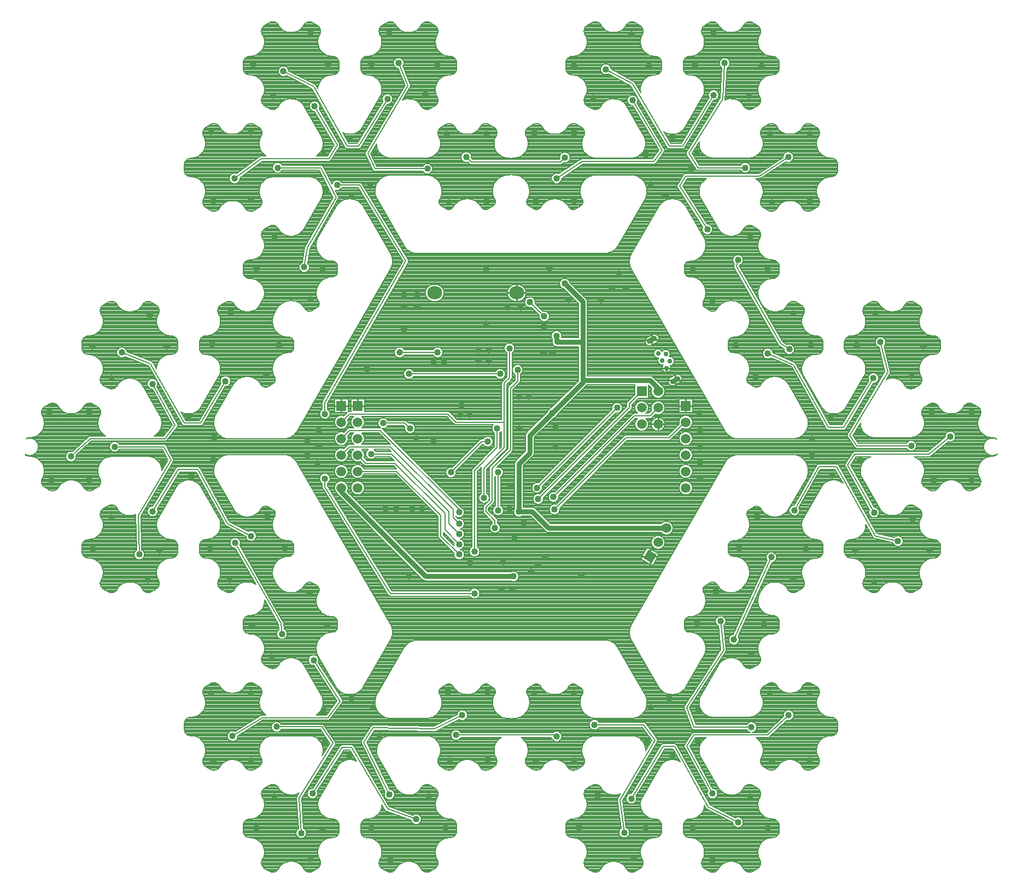
<source format=gbr>
G04 DipTrace 3.3.1.3*
G04 Bottom.gbr*
%MOIN*%
G04 #@! TF.FileFunction,Copper,L2,Bot*
G04 #@! TF.Part,Single*
%AMOUTLINE9*
4,1,16,
0.022365,-0.005272,
0.027503,-0.000505,
0.030063,0.006018,
0.029539,0.013008,
0.026034,0.019077,
0.020244,0.023025,
0.013314,0.02407,
0.006617,0.022004,
-0.022365,0.005272,
-0.027503,0.000505,
-0.030063,-0.006018,
-0.029539,-0.013008,
-0.026034,-0.019077,
-0.020244,-0.023025,
-0.013314,-0.02407,
-0.006617,-0.022004,
0.022365,-0.005272,
0*%
%AMOUTLINE12*
4,1,4,
-0.040336,-0.010808,
-0.010808,0.040336,
0.040336,0.010808,
0.010808,-0.040336,
-0.040336,-0.010808,
0*%
G04 #@! TA.AperFunction,CopperBalancing*
%ADD15C,0.008*%
G04 #@! TA.AperFunction,Conductor*
%ADD16C,0.03*%
G04 #@! TA.AperFunction,ViaPad*
%ADD19C,0.04*%
G04 #@! TA.AperFunction,CopperBalancing*
%ADD20C,0.01*%
G04 #@! TA.AperFunction,ComponentPad*
%ADD23O,0.09X0.08*%
%ADD38C,0.029528*%
%ADD39R,0.059055X0.059055*%
%ADD40C,0.059055*%
%ADD117OUTLINE9*%
%ADD120OUTLINE12*%
%FSLAX26Y26*%
G04*
G70*
G90*
G75*
G01*
G04 Bottom*
%LPD*%
X3076829Y2540941D2*
D15*
X3039329Y2578441D1*
Y2628440D1*
X2658079Y3009690D1*
X2408080D1*
X2358080Y2959690D1*
X3076829Y2478441D2*
X3014329Y2540941D1*
Y2615940D1*
X2664328Y2965941D1*
X2539329D1*
X2770580Y3453441D2*
X3326828D1*
X3076829Y2415941D2*
X2989329Y2503441D1*
Y2603440D1*
X2683079Y2909690D1*
X2508080D1*
X2458080Y2959690D1*
X3076829Y2353441D2*
X2964329Y2465941D1*
Y2590940D1*
X2695579Y2859690D1*
X2458080D1*
X3658079Y2628440D2*
X4095580Y3065941D1*
X4358080D1*
X4458080Y3165941D1*
Y3159690D1*
X3651831Y2703441D2*
X4145580Y3197190D1*
X4239329D1*
X4289329Y3247190D1*
X3558669Y2691530D2*
X4114329Y3247190D1*
Y3272190D1*
X4189329Y3347190D1*
X3551829Y2759690D2*
X4039329Y3247190D1*
X3170580Y2372190D2*
Y2865940D1*
X3308080Y3003438D1*
Y3122190D1*
X3120579Y4774651D2*
Y4772190D1*
X3125028D1*
X3151698Y4745520D1*
X3694522D1*
X3721193Y4772190D1*
X4776829Y4147190D2*
X4766276Y4108850D1*
X5037245Y3637366D1*
X5089329Y3603441D1*
X3314329Y2853441D2*
Y2622190D1*
X4980207Y2337046D2*
X4751829Y1834690D1*
X3670580Y1244730D2*
Y1253441D1*
X3058080D1*
X1996681Y1869159D2*
X1990660Y1934253D1*
X1969491Y1970165D1*
X1711530Y2424177D1*
X2333080Y4603441D2*
X2470059D1*
X2751829Y4140941D1*
X2258080Y3278441D1*
Y3209690D1*
Y2815941D2*
Y2765941D1*
X2658079Y2115941D1*
X3170580D1*
X2776829Y3122190D2*
X2745677Y3153343D1*
X2614329D1*
X3026801Y2853411D2*
X3214331Y3040941D1*
X3251829D1*
X3508079Y3890941D2*
X3595579Y3803441D1*
X2132201Y4103436D2*
X2151829Y4222190D1*
X2326829Y4528441D1*
X2233079Y4709690D1*
X1970580D1*
X3670580Y4644730D2*
X3826646Y4747916D1*
X4264096D1*
X4314329Y4815941D1*
X4133810Y5120957D1*
X4958080Y3578441D2*
X5114329Y3509690D1*
X5326829Y3128441D1*
X5420580D1*
X5601829Y3428441D1*
X4670580Y1947190D2*
X4689329Y1772190D1*
X4464329Y1422190D1*
X4508762Y1301490D1*
X4858762D1*
X3095580Y1374651D2*
X2926829Y1290941D1*
X2551829Y1297190D1*
X2495580Y1209690D1*
X2651829Y890941D1*
X1808080Y2465941D2*
X1664329Y2540941D1*
X1483080Y2872190D1*
X1364329D1*
X1208080Y2615941D1*
X1707745Y4644730D2*
X1870579Y4765940D1*
X2283079D1*
X2333080Y4847190D1*
X2195580Y5084690D1*
X3970579Y5309690D2*
X4133080Y5222190D1*
X4358080Y4840941D1*
X4439329D1*
X4627836Y5152862D1*
X5645580Y3647190D2*
X5689329Y3465941D1*
X5458080Y3078441D1*
X5501829Y3015941D1*
X5833080D1*
X5085541Y1374651D2*
X4958080Y1253441D1*
X4508080D1*
X4464329Y1184690D1*
X4620580Y897190D1*
X2814329Y740941D2*
X2639329Y803441D1*
X2420579Y1178441D1*
X2364329D1*
X2183080Y897190D1*
X1126829Y2353441D2*
X1120580Y2590941D1*
X1320580Y2928441D1*
X1276829Y3009690D1*
X976829D1*
X2005694Y5297433D2*
X2189329Y5203441D1*
X2395579Y4840941D1*
X2464329D1*
X2639329Y5128441D1*
X4695579Y5347190D2*
X4683080Y5128441D1*
X4476829Y4797190D1*
X4533079Y4709690D1*
X4820580D1*
X6070580Y3072190D2*
X5940402Y2965286D1*
X5488894D1*
X5444714Y2898856D1*
X5606352Y2609327D1*
X4776829Y722190D2*
X4595580Y815941D1*
X4389329Y1184690D1*
X4320580D1*
X4126829Y865941D1*
X2113962Y656374D2*
X2101829Y872190D1*
X2308080Y1203441D1*
X2239329Y1303441D1*
X1964329D1*
X710165Y2950188D2*
X826829Y3059690D1*
X1283080D1*
X1345580Y3140941D1*
X1207209Y3393108D1*
X2708080Y5347190D2*
X2764329Y5209690D1*
X2520580Y4797190D1*
X2564329Y4703441D1*
X2883080D1*
X5083080Y4774651D2*
X4908080Y4659690D1*
X4458080D1*
X4420580Y4597190D1*
X4589329Y4334690D1*
X5751829Y2434690D2*
X5614329Y2465941D1*
X5377774Y2889249D1*
X5269563D1*
X5120580Y2622190D1*
X4083080Y659690D2*
X4058080Y859690D1*
X4270580Y1222190D1*
X4201829Y1315941D1*
X3901829D1*
X1695580Y1247190D2*
X1876829Y1359690D1*
X2276829D1*
X2351829Y1459690D1*
X2189329Y1709690D1*
X1020580Y3584690D2*
X1195580Y3515941D1*
X1401829Y3153441D1*
X1501829D1*
X1651829Y3409690D1*
X3227961Y2698322D2*
X3226829Y2697190D1*
Y2878440D1*
X3351829Y3003440D1*
Y3159690D1*
Y3397190D1*
X3383177Y3428538D1*
Y3609690D1*
X3351829Y3159690D2*
X3058079D1*
X3008079Y3209690D1*
X2408080D1*
X2358080Y3159690D1*
X3295579Y2515547D2*
Y2559692D1*
X3239329Y2615941D1*
Y2640940D1*
X3276829Y2678440D1*
Y2878441D1*
X3389329Y2990941D1*
Y3365940D1*
X3433080Y3409690D1*
Y3478441D1*
X3441203Y2614522D2*
D16*
Y2905314D1*
X3508080Y2972190D1*
Y3078441D1*
X3645580Y3215941D1*
X3670580Y3684887D2*
Y3647190D1*
X3830322D1*
Y3893699D1*
X3720580Y4003441D1*
X3830322Y3647190D2*
Y3415941D1*
Y3400682D1*
X3645580Y3215941D1*
X4289329Y3347190D2*
Y3365940D1*
X4239328Y3415941D1*
X3830322D1*
X2358080Y2759690D2*
Y2734689D1*
X2872572Y2220197D1*
X3408079D1*
X3441203Y2614522D2*
X3521997D1*
X3622374Y2514146D1*
X4339329D1*
X3076829Y2610035D2*
D15*
Y2628440D1*
X2595579Y3109690D1*
X2408080D1*
X2358080Y3059690D1*
X2714329Y3584690D2*
X2945580D1*
D19*
X3076829Y2540941D3*
Y2478441D3*
X2539329Y2965941D3*
X2770580Y3453441D3*
X3326828D3*
X3076829Y2415941D3*
Y2353441D3*
X3658079Y2628440D3*
X3651831Y2703441D3*
X3558669Y2691530D3*
X3551829Y2759690D3*
X4039329Y3247190D3*
X3170580Y2372190D3*
X3308080Y3122190D3*
X3120579Y4774651D3*
X3721193Y4772190D3*
X4776829Y4147190D3*
X5089329Y3603441D3*
X3314329Y2853441D3*
Y2622190D3*
X4980207Y2337046D3*
X4751829Y1834690D3*
X3670580Y1244730D3*
X3058080Y1253441D3*
X1996681Y1869159D3*
X1711530Y2424177D3*
X2333080Y4603441D3*
X2258080Y3209690D3*
Y2815941D3*
X3170580Y2115941D3*
X2776829Y3122190D3*
X2614329Y3153343D3*
X3026801Y2853411D3*
X3251829Y3040941D3*
X3508079Y3890941D3*
X3595579Y3803441D3*
X2132201Y4103436D3*
X1970580Y4709690D3*
X3670580Y4644730D3*
X4133810Y5120957D3*
X4958080Y3578441D3*
X5601829Y3428441D3*
X4670580Y1947190D3*
X4858762Y1301490D3*
X3095580Y1374651D3*
X2651829Y890941D3*
X1808080Y2465941D3*
X1208080Y2615941D3*
X1707745Y4644730D3*
X2195580Y5084690D3*
X3970579Y5309690D3*
X4627836Y5152862D3*
X5645580Y3647190D3*
X5833080Y3015941D3*
X5085541Y1374651D3*
X4620580Y897190D3*
X2814329Y740941D3*
X2183080Y897190D3*
X1126829Y2353441D3*
X976829Y3009690D3*
X2005694Y5297433D3*
X2639329Y5128441D3*
X4695579Y5347190D3*
X4820580Y4709690D3*
X6070580Y3072190D3*
X5606352Y2609327D3*
X4776829Y722190D3*
X4126829Y865941D3*
X2113962Y656374D3*
X1964329Y1303441D3*
X710165Y2950188D3*
X1207209Y3393108D3*
X2708080Y5347190D3*
X2883080Y4703441D3*
X5083080Y4774651D3*
X4589329Y4334690D3*
X5751829Y2434690D3*
X5120580Y2622190D3*
X4083080Y659690D3*
X3901829Y1315941D3*
X1695580Y1247190D3*
X2189329Y1709690D3*
X1020580Y3584690D3*
X1651829Y3409690D3*
X3227961Y2698322D3*
X3383177Y3609690D3*
X3295579Y2515547D3*
X3433080Y3478441D3*
X3441203Y2614522D3*
X3645580Y3215941D3*
X3670580Y3684887D3*
X3645580Y3215941D3*
X3408079Y2220197D3*
X3441203Y2614522D3*
X3076829Y2610035D3*
X2714329Y3584690D3*
X2945580D3*
X1564329Y4928441D3*
X1808080D3*
Y4515941D3*
X1576829Y4509690D3*
X3001829Y4915940D3*
X3245580D3*
Y4503441D3*
X3014329Y4497190D3*
X3533079Y4922189D3*
X3776829D3*
Y4509690D3*
X3545579Y4503440D3*
X4970579Y4915938D3*
X5214329D3*
Y4503441D3*
X4983079Y4497189D3*
X576828Y3222189D3*
X820580D3*
Y2809690D3*
X589328Y2803440D3*
X5958080Y3222190D3*
X6201831D3*
Y2809692D3*
X5970580Y2803441D3*
X1564329Y1509689D3*
X1808080D3*
Y1097190D3*
X1576829Y1090940D3*
X3008079Y1515938D3*
X3251829D3*
Y1103441D3*
X3020579Y1097189D3*
X3533079Y1509689D3*
X3776829D3*
Y1097190D3*
X3545579Y1090940D3*
X4970579Y1509690D3*
X5214329D3*
Y1097192D3*
X4983079Y1090941D3*
X1820580Y5340941D3*
X2170580Y5534690D3*
X2276829Y5340941D3*
X1939329Y5147190D3*
X839331Y3622190D3*
X1189331Y3815940D3*
X1295580Y3622190D3*
X958080Y3428440D3*
X1558080Y2390941D3*
X1908080Y2584690D3*
X2014329Y2390941D3*
X1676829Y2197190D3*
X1814331Y1922192D3*
X2164331Y2115941D3*
X2270580Y1922192D3*
X1933080Y1728441D3*
X2539331Y684690D3*
X2889331Y878440D3*
X2995580Y684690D3*
X2658080Y490940D3*
X4501831Y684690D3*
X4851831Y878440D3*
X4958080Y684690D3*
X4620580Y490940D3*
X5489329Y2378441D3*
X5839329Y2572190D3*
X5945579Y2378441D3*
X5608079Y2184690D3*
X4764329Y3628441D3*
X5114331Y3822189D3*
X5220580Y3628441D3*
X4883079Y3434690D3*
X4501829Y4090941D3*
X4851831Y4284689D3*
X4958080Y4090941D3*
X4620579Y3897190D3*
X3776828Y5328442D3*
X4126829Y5522190D3*
X4233079Y5328442D3*
X3895577Y5134692D3*
X2651829Y5534690D3*
X2539329Y5340941D3*
X2870580Y5153441D3*
X2945580Y5334690D3*
X4626828Y5528441D3*
X4514328Y5334692D3*
X4845579Y5147192D3*
X4920580Y5328441D3*
X5614328Y3822190D3*
X5501828Y3628441D3*
X5833079Y3440941D3*
X5908080Y3622190D3*
X4895577Y2584690D3*
X4783077Y2390941D3*
X5114328Y2203441D3*
X5189329Y2384690D3*
X4639328Y2128440D3*
X4526828Y1934690D3*
X4858079Y1747192D3*
X4933080Y1928441D3*
X3920577Y884689D3*
X3808077Y690940D3*
X4139328Y503441D3*
X4214329Y684690D3*
X1951828Y878440D3*
X1839328Y684690D3*
X2170579Y497192D3*
X2245580Y678441D3*
X1683077Y3828440D3*
X1570577Y3634689D3*
X1901828Y3447190D3*
X1976829Y3628441D3*
X1951828Y4290940D3*
X1839328Y4097189D3*
X2170579Y3909690D3*
X2245580Y4090941D3*
X958079Y2578440D3*
X845579Y2384689D3*
X1176829Y2197190D3*
X1251831Y2378441D3*
X3258080Y3597190D3*
X3195580D3*
Y3534690D3*
X3258080D3*
X3345580Y2309690D3*
X3445580Y3122190D3*
X5339329Y3190941D3*
X5514329Y3097190D3*
X5520580Y2928441D3*
X5351829Y2834690D3*
X5226829Y3059690D3*
Y2959690D3*
X4358079Y1478441D3*
X4533080Y1403441D3*
Y1215941D3*
X4376829Y1122190D3*
X4245580Y1422190D3*
X4220580Y1209690D3*
X2420580Y1478441D3*
X2551829Y1422190D3*
X2589329Y1247190D3*
X2408080Y1122190D3*
X2251829Y1403441D3*
X2258079Y1203440D3*
X1426829Y3190941D3*
X1583080Y3065941D3*
X1576829Y2928441D3*
X1445580Y2828441D3*
X1264329Y3097190D3*
X1270580Y2915941D3*
X2408080Y4884690D3*
X2564329Y4803441D3*
X2533080Y4597190D3*
X2420580Y4534690D3*
X2251829Y4803441D3*
X2264329Y4572190D3*
X4376829Y4897190D3*
X4526829Y4803441D3*
X4489329Y4703441D3*
X4333080Y4540941D3*
X4214329Y4790941D3*
X4245580Y4609690D3*
X3745580Y3903441D3*
X4095580Y3972190D3*
X3239329Y4090941D3*
X3595580Y3740941D3*
X3451829Y3859690D3*
X3370580D3*
X4051829Y4065941D3*
X3626829Y4097190D3*
X3939329Y3903441D3*
X4008080Y3972190D3*
X2220580Y3015941D3*
Y3109690D3*
X2214329Y2909690D3*
X2151829Y2959690D3*
Y3040941D3*
X3383080Y2628441D3*
X3470580Y2547190D3*
X3333080Y2140941D3*
X3414329Y2459690D3*
X3389329Y2772190D3*
X2983080Y3528441D3*
X3401829Y2140941D3*
X2770580Y2222190D3*
X3239329Y3759690D3*
X2920580Y3528441D3*
X3501829Y3315941D3*
X3664329Y3009690D3*
X3589329Y3578441D3*
X3439329Y3315941D3*
X3645580Y3578441D3*
X2514329Y3484690D3*
X2920580Y3040941D3*
X3664329Y3128441D3*
X2695580Y2634690D3*
X2851829D3*
X2789329D3*
X3145580Y2303441D3*
X4545580Y3109690D3*
X4539329Y3215941D3*
X4545580Y3009690D3*
Y2915941D3*
Y2815941D3*
X2739331Y3865941D3*
X2820580Y3934690D3*
X2739331Y3728440D3*
X2739329Y3934690D3*
X2820580Y3865941D3*
X3720580Y4003441D3*
X3139329Y3203441D3*
X2814329Y3059690D3*
X3089329Y3259690D3*
X3083080Y3203441D3*
X3820580Y2228441D3*
X3601829Y2334690D3*
X3514329Y2247190D3*
X3558080Y2290941D3*
X2626829Y2634690D3*
X1916649Y5590609D2*
D15*
X1963205D1*
X2141493D2*
X2188065D1*
X2632805D2*
X2679377D1*
X2857665D2*
X2904221D1*
X3883102D2*
X3929659D1*
X4107946D2*
X4154534D1*
X4599290D2*
X4645846D1*
X4824134D2*
X4870721D1*
X1903024Y5582740D2*
X1971096D1*
X2133602D2*
X2201690D1*
X2619180D2*
X2687268D1*
X2849759D2*
X2917862D1*
X3869493D2*
X3937565D1*
X4100055D2*
X4168159D1*
X4585649D2*
X4653737D1*
X4816227D2*
X4884346D1*
X1889555Y5574871D2*
X1975940D1*
X2128743D2*
X2215159D1*
X2605712D2*
X2692112D1*
X2844915D2*
X2931330D1*
X3855993D2*
X3942393D1*
X4095227D2*
X4181627D1*
X4572196D2*
X4658580D1*
X4811415D2*
X4897815D1*
X1881477Y5567003D2*
X1981737D1*
X2122946D2*
X2223221D1*
X2597634D2*
X2697909D1*
X2839118D2*
X2939409D1*
X3847915D2*
X3948190D1*
X4089430D2*
X4189690D1*
X4564118D2*
X4664377D1*
X4805618D2*
X4905877D1*
X1876540Y5559134D2*
X1988549D1*
X2116134D2*
X2228143D1*
X2592712D2*
X2704737D1*
X2832305D2*
X2944315D1*
X3843009D2*
X3955018D1*
X4082602D2*
X4194612D1*
X4559180D2*
X4671205D1*
X4798759D2*
X4910799D1*
X1873962Y5551265D2*
X1997940D1*
X2106743D2*
X2230721D1*
X2590134D2*
X2714127D1*
X2822915D2*
X2946893D1*
X3840430D2*
X3964377D1*
X4073243D2*
X4197190D1*
X4556618D2*
X4680565D1*
X4789430D2*
X4913377D1*
X1873024Y5543396D2*
X2010690D1*
X2094009D2*
X2231674D1*
X2589196D2*
X2726862D1*
X2810165D2*
X2947830D1*
X3839493D2*
X3977127D1*
X4060462D2*
X4198127D1*
X4555665D2*
X4693330D1*
X4776665D2*
X4914330D1*
X1873634Y5535528D2*
X2033252D1*
X2071430D2*
X2231065D1*
X2589805D2*
X2749409D1*
X2787602D2*
X2947221D1*
X3840102D2*
X3999721D1*
X4037899D2*
X4197518D1*
X4556290D2*
X4715909D1*
X4754102D2*
X4913721D1*
X1875852Y5527659D2*
X2228830D1*
X2592024D2*
X2945002D1*
X3842321D2*
X4195299D1*
X4558509D2*
X4911471D1*
X1879977Y5519790D2*
X2224737D1*
X2596134D2*
X2940909D1*
X3846415D2*
X4191205D1*
X4562602D2*
X4907377D1*
X1883696Y5511921D2*
X2221018D1*
X2599852D2*
X2937174D1*
X3850149D2*
X4187487D1*
X4566337D2*
X4903659D1*
X1886540Y5504052D2*
X2218143D1*
X2602743D2*
X2934315D1*
X3853009D2*
X4184612D1*
X4569212D2*
X4900799D1*
X1888509Y5496184D2*
X2216174D1*
X2604696D2*
X2932346D1*
X3854977D2*
X4182643D1*
X4571165D2*
X4898830D1*
X1889899Y5488315D2*
X2214784D1*
X2606055D2*
X2930955D1*
X3856352D2*
X4181252D1*
X4572540D2*
X4897455D1*
X1890399Y5480446D2*
X2214299D1*
X2606555D2*
X2930455D1*
X3856837D2*
X4180768D1*
X4573024D2*
X4896971D1*
X1890399Y5472577D2*
X2214299D1*
X2606555D2*
X2930455D1*
X3856837D2*
X4180768D1*
X4573024D2*
X4896971D1*
X1889493Y5464709D2*
X2215190D1*
X2605649D2*
X2931362D1*
X3855946D2*
X4181659D1*
X4572134D2*
X4897862D1*
X1888087Y5456840D2*
X2216596D1*
X2604290D2*
X2932752D1*
X3854555D2*
X4183065D1*
X4570759D2*
X4899252D1*
X1885696Y5448971D2*
X2218987D1*
X2601884D2*
X2935159D1*
X3852165D2*
X4185455D1*
X4568352D2*
X4901643D1*
X1882852Y5441102D2*
X2221862D1*
X2599009D2*
X2938034D1*
X3849290D2*
X4188330D1*
X4565493D2*
X4904502D1*
X1878618Y5433234D2*
X2226080D1*
X2594774D2*
X2942252D1*
X3845087D2*
X4192549D1*
X4561259D2*
X4908721D1*
X1873899Y5425365D2*
X2230784D1*
X2590071D2*
X2946955D1*
X3840384D2*
X4197252D1*
X4556540D2*
X4913424D1*
X1867305Y5417496D2*
X2237377D1*
X2583477D2*
X2953549D1*
X3833774D2*
X4203846D1*
X4549946D2*
X4920049D1*
X1859180Y5409627D2*
X2245502D1*
X2575352D2*
X2961674D1*
X3825649D2*
X4211971D1*
X4541821D2*
X4928174D1*
X1848680Y5401759D2*
X2256018D1*
X2564837D2*
X2972174D1*
X3815134D2*
X4222487D1*
X4531305D2*
X4938674D1*
X1832930Y5393890D2*
X2271768D1*
X2549102D2*
X2987924D1*
X3799368D2*
X4238237D1*
X4515571D2*
X4954424D1*
X1788477Y5386021D2*
X2316221D1*
X2504649D2*
X3032393D1*
X3754930D2*
X4282690D1*
X4471118D2*
X4998893D1*
X1774524Y5378152D2*
X2330174D1*
X2490696D2*
X2698002D1*
X2718149D2*
X3046346D1*
X3741009D2*
X4296627D1*
X4457196D2*
X4685502D1*
X4705649D2*
X5012799D1*
X1767477Y5370283D2*
X2337221D1*
X2483649D2*
X2684674D1*
X2731493D2*
X3053377D1*
X3733946D2*
X4303690D1*
X4450134D2*
X4672174D1*
X4718993D2*
X5019862D1*
X1763477Y5362415D2*
X2341205D1*
X2479649D2*
X2678768D1*
X2737384D2*
X3057393D1*
X3729930D2*
X4307690D1*
X4446118D2*
X4666268D1*
X4724884D2*
X5023877D1*
X1761337Y5354546D2*
X2343346D1*
X2477509D2*
X2675815D1*
X2740352D2*
X3059518D1*
X3727790D2*
X4309815D1*
X4443977D2*
X4663299D1*
X4727852D2*
X5026002D1*
X1760805Y5346677D2*
X2343877D1*
X2476977D2*
X2674971D1*
X2741196D2*
X3060034D1*
X3727259D2*
X4310346D1*
X4443462D2*
X4662455D1*
X4728696D2*
X5026534D1*
X1760805Y5338808D2*
X2343877D1*
X2476977D2*
X2676065D1*
X2740087D2*
X3060034D1*
X3727259D2*
X3955752D1*
X3985399D2*
X4310346D1*
X4443462D2*
X4663565D1*
X4727587D2*
X5026534D1*
X1760805Y5330940D2*
X2343877D1*
X2476977D2*
X2679346D1*
X2736821D2*
X3060034D1*
X3727259D2*
X3945424D1*
X3995727D2*
X4310346D1*
X4443462D2*
X4666846D1*
X4724321D2*
X5026534D1*
X1760805Y5323071D2*
X1985221D1*
X2026180D2*
X2343877D1*
X2476977D2*
X2685768D1*
X2736384D2*
X3060034D1*
X3727259D2*
X3940362D1*
X4000805D2*
X4310346D1*
X4443462D2*
X4673268D1*
X4717899D2*
X5026534D1*
X1760805Y5315202D2*
X1977893D1*
X2033493D2*
X2343877D1*
X2476977D2*
X2702659D1*
X2739602D2*
X3060034D1*
X3727259D2*
X3937940D1*
X4003227D2*
X4310346D1*
X4443462D2*
X4676612D1*
X4710899D2*
X5026534D1*
X1761665Y5307333D2*
X1974127D1*
X2037259D2*
X2343018D1*
X2477837D2*
X2705955D1*
X2742821D2*
X3059190D1*
X3728118D2*
X3937549D1*
X4010180D2*
X4309487D1*
X4444305D2*
X4676159D1*
X4710446D2*
X5025674D1*
X1764149Y5299465D2*
X1972643D1*
X2038743D2*
X2340534D1*
X2480321D2*
X2709174D1*
X2746040D2*
X3056721D1*
X3730602D2*
X3939112D1*
X4024790D2*
X4307018D1*
X4446790D2*
X4675705D1*
X4709993D2*
X5023205D1*
X1768852Y5291596D2*
X1973112D1*
X2053712D2*
X2335862D1*
X2485024D2*
X2712393D1*
X2749259D2*
X3052018D1*
X3735290D2*
X3943002D1*
X4039399D2*
X4302330D1*
X4451493D2*
X4675252D1*
X4709555D2*
X5018502D1*
X1776743Y5283727D2*
X1975627D1*
X2069087D2*
X2327955D1*
X2492915D2*
X2715612D1*
X2752477D2*
X3044127D1*
X3743196D2*
X3950534D1*
X4054024D2*
X4294424D1*
X4459384D2*
X4674799D1*
X4709102D2*
X5010612D1*
X1797009Y5275858D2*
X1980830D1*
X2084462D2*
X2307690D1*
X2513165D2*
X2718830D1*
X2755696D2*
X3023846D1*
X3763415D2*
X3998190D1*
X4068634D2*
X4274221D1*
X4479587D2*
X4674362D1*
X4708649D2*
X4990424D1*
X1837993Y5267990D2*
X1991565D1*
X2019821D2*
X2026596D1*
X2099837D2*
X2266721D1*
X2554165D2*
X2722049D1*
X2758915D2*
X2982877D1*
X3804430D2*
X4012799D1*
X4083243D2*
X4233190D1*
X4520634D2*
X4673909D1*
X4708196D2*
X4949377D1*
X1851837Y5260121D2*
X2041971D1*
X2115212D2*
X2252846D1*
X2568009D2*
X2725268D1*
X2762134D2*
X2969018D1*
X3818305D2*
X4027409D1*
X4097868D2*
X4219315D1*
X4534477D2*
X4673455D1*
X4707743D2*
X4935487D1*
X1861368Y5252252D2*
X2057346D1*
X2130587D2*
X2243315D1*
X2577540D2*
X2728487D1*
X2765352D2*
X2959487D1*
X3827821D2*
X4042034D1*
X4112477D2*
X4209784D1*
X4544009D2*
X4673002D1*
X4707305D2*
X4925987D1*
X1868852Y5244383D2*
X2072721D1*
X2145962D2*
X2235830D1*
X2585009D2*
X2731705D1*
X2768571D2*
X2952002D1*
X3835305D2*
X4056643D1*
X4127087D2*
X4202315D1*
X4551477D2*
X4672565D1*
X4706852D2*
X4918518D1*
X1875134Y5236514D2*
X2088096D1*
X2161337D2*
X2229549D1*
X2591290D2*
X2734924D1*
X2771790D2*
X2945721D1*
X3841602D2*
X4071252D1*
X4141696D2*
X4196034D1*
X4557759D2*
X4672112D1*
X4706399D2*
X4912237D1*
X1879680Y5228646D2*
X2103471D1*
X2176712D2*
X2225018D1*
X2595852D2*
X2738143D1*
X2775009D2*
X2941190D1*
X3846134D2*
X4085862D1*
X4149024D2*
X4191487D1*
X4562321D2*
X4671659D1*
X4705946D2*
X4907674D1*
X1883524Y5220777D2*
X2118846D1*
X2192071D2*
X2221190D1*
X2599680D2*
X2741362D1*
X2778227D2*
X2937362D1*
X3849962D2*
X4100487D1*
X4153665D2*
X4187659D1*
X4566165D2*
X4671205D1*
X4705509D2*
X4903846D1*
X1886368Y5212908D2*
X2134221D1*
X2203430D2*
X2218315D1*
X2602555D2*
X2744580D1*
X2781134D2*
X2934487D1*
X3852837D2*
X4115096D1*
X4158305D2*
X4184784D1*
X4569024D2*
X4670752D1*
X4705055D2*
X4900971D1*
X1888415Y5205039D2*
X2149580D1*
X2207993D2*
X2216268D1*
X2604602D2*
X2741830D1*
X2780774D2*
X2932440D1*
X3854884D2*
X4123455D1*
X4162946D2*
X4182737D1*
X4571071D2*
X4670315D1*
X4704602D2*
X4898924D1*
X1889821Y5197171D2*
X2164955D1*
X2605977D2*
X2737174D1*
X2776680D2*
X2931034D1*
X3856259D2*
X4128096D1*
X4167602D2*
X4181346D1*
X4572446D2*
X4669862D1*
X4704149D2*
X4897549D1*
X1890399Y5189302D2*
X2177799D1*
X2606555D2*
X2732518D1*
X2772040D2*
X2930455D1*
X3856837D2*
X4132737D1*
X4172243D2*
X4180768D1*
X4573024D2*
X4669409D1*
X4703712D2*
X4896971D1*
X1890399Y5181433D2*
X2182268D1*
X2606555D2*
X2727877D1*
X2767384D2*
X2930455D1*
X3856837D2*
X4137377D1*
X4176884D2*
X4180751D1*
X4573024D2*
X4611924D1*
X4643743D2*
X4668955D1*
X4703259D2*
X4896971D1*
X1889571Y5173564D2*
X2186752D1*
X2605743D2*
X2723221D1*
X2762743D2*
X2931284D1*
X3856024D2*
X4142034D1*
X4572227D2*
X4602221D1*
X4653462D2*
X4668518D1*
X4702805D2*
X4897784D1*
X1888180Y5165696D2*
X2191221D1*
X2604368D2*
X2718580D1*
X2758087D2*
X2932674D1*
X3854649D2*
X4146674D1*
X4570837D2*
X4597377D1*
X4658305D2*
X4668065D1*
X4702352D2*
X4899159D1*
X1885884Y5157827D2*
X2195705D1*
X2602055D2*
X2625080D1*
X2653587D2*
X2713924D1*
X2753446D2*
X2934987D1*
X3852337D2*
X4151315D1*
X4568540D2*
X4595096D1*
X4660571D2*
X4667612D1*
X4701899D2*
X4901471D1*
X1883024Y5149958D2*
X2200190D1*
X2599180D2*
X2614409D1*
X2664243D2*
X2709284D1*
X2748790D2*
X2937846D1*
X3849477D2*
X4118737D1*
X4148868D2*
X4155955D1*
X4565665D2*
X4594846D1*
X4660821D2*
X4667159D1*
X4701462D2*
X4904330D1*
X1878899Y5142089D2*
X2204659D1*
X2595071D2*
X2609237D1*
X2669430D2*
X2704627D1*
X2744134D2*
X2941971D1*
X3845352D2*
X4108549D1*
X4561555D2*
X4596565D1*
X4659102D2*
X4666705D1*
X4701009D2*
X4908455D1*
X1875180Y5134220D2*
X2209143D1*
X2590524D2*
X2606737D1*
X2671930D2*
X2699971D1*
X2739493D2*
X2945674D1*
X3841649D2*
X4103534D1*
X4557009D2*
X4596705D1*
X4655040D2*
X4666268D1*
X4700555D2*
X4912159D1*
X1873305Y5126352D2*
X2025612D1*
X2079071D2*
X2213612D1*
X2585977D2*
X2606284D1*
X2672384D2*
X2695330D1*
X2734837D2*
X2741768D1*
X2795243D2*
X2947549D1*
X3839774D2*
X3992080D1*
X4045540D2*
X4101143D1*
X4166477D2*
X4169891D1*
X4552462D2*
X4591940D1*
X4647118D2*
X4661752D1*
X4700071D2*
X4708268D1*
X4761727D2*
X4914034D1*
X1873024Y5118483D2*
X2007487D1*
X2097212D2*
X2218096D1*
X2581446D2*
X2607784D1*
X2670884D2*
X2690674D1*
X2813368D2*
X2947830D1*
X3839493D2*
X3973940D1*
X4063665D2*
X4100784D1*
X4166837D2*
X4174534D1*
X4547915D2*
X4587190D1*
X4626930D2*
X4656862D1*
X4779852D2*
X4914330D1*
X1874337Y5110614D2*
X1995721D1*
X2108962D2*
X2175471D1*
X2215680D2*
X2222565D1*
X2576899D2*
X2608565D1*
X2667087D2*
X2686034D1*
X2825134D2*
X2946502D1*
X3840805D2*
X3962190D1*
X4075430D2*
X4102393D1*
X4165227D2*
X4179174D1*
X4543384D2*
X4582440D1*
X4622165D2*
X4651955D1*
X4791618D2*
X4913002D1*
X1877571Y5102745D2*
X1986768D1*
X2117915D2*
X2167971D1*
X2223180D2*
X2227049D1*
X2572352D2*
X2603784D1*
X2659727D2*
X2681377D1*
X2834087D2*
X2943299D1*
X3844024D2*
X3953237D1*
X4084384D2*
X4106315D1*
X4164352D2*
X4183815D1*
X4538837D2*
X4577674D1*
X4617415D2*
X4647049D1*
X4800571D2*
X4909799D1*
X1883040Y5094877D2*
X1980174D1*
X2124509D2*
X2164112D1*
X2227055D2*
X2231518D1*
X2567805D2*
X2598987D1*
X2638805D2*
X2676721D1*
X2840680D2*
X2937846D1*
X3849477D2*
X3946643D1*
X4090977D2*
X4113924D1*
X4169009D2*
X4188471D1*
X4534290D2*
X4572924D1*
X4612665D2*
X4642159D1*
X4807165D2*
X4904330D1*
X1892602Y5087008D2*
X1974862D1*
X2129821D2*
X2162549D1*
X2228618D2*
X2236002D1*
X2563259D2*
X2594205D1*
X2634009D2*
X2672080D1*
X2845993D2*
X2928268D1*
X3859009D2*
X3941330D1*
X4096290D2*
X4134143D1*
X4173665D2*
X4193112D1*
X4529743D2*
X4568174D1*
X4607899D2*
X4637252D1*
X4812477D2*
X4894799D1*
X1906227Y5079139D2*
X1969549D1*
X2134368D2*
X2162940D1*
X2228227D2*
X2240471D1*
X2558727D2*
X2589409D1*
X2629227D2*
X2667424D1*
X2851305D2*
X2914643D1*
X3872649D2*
X3936018D1*
X4100837D2*
X4138799D1*
X4178321D2*
X4197752D1*
X4525196D2*
X4563409D1*
X4603149D2*
X4632362D1*
X4817805D2*
X4881159D1*
X1919852Y5071270D2*
X1960424D1*
X2138915D2*
X2165377D1*
X2225790D2*
X2244955D1*
X2554180D2*
X2584627D1*
X2624430D2*
X2662784D1*
X2860430D2*
X2901018D1*
X3886290D2*
X3926909D1*
X4105368D2*
X4143455D1*
X4182977D2*
X4202393D1*
X4520665D2*
X4558659D1*
X4598399D2*
X4627455D1*
X4826899D2*
X4867518D1*
X2143446Y5063402D2*
X2170455D1*
X2227555D2*
X2249424D1*
X2549634D2*
X2579830D1*
X2619649D2*
X2658127D1*
X4109915D2*
X4148112D1*
X4187634D2*
X4207034D1*
X4516118D2*
X4553909D1*
X4593634D2*
X4622565D1*
X2147993Y5055533D2*
X2180830D1*
X2232118D2*
X2253909D1*
X2545087D2*
X2575049D1*
X2614852D2*
X2653487D1*
X4114462D2*
X4152768D1*
X4192290D2*
X4211690D1*
X4511571D2*
X4549143D1*
X4588884D2*
X4617659D1*
X2152540Y5047664D2*
X2197362D1*
X2236680D2*
X2258377D1*
X2540555D2*
X2570252D1*
X2610071D2*
X2648830D1*
X4118993D2*
X4157424D1*
X4196946D2*
X4216330D1*
X4507024D2*
X4544393D1*
X4584134D2*
X4612752D1*
X2157071Y5039795D2*
X2201909D1*
X2241227D2*
X2262862D1*
X2536009D2*
X2565471D1*
X2605274D2*
X2644174D1*
X4123540D2*
X4162080D1*
X4201602D2*
X4220971D1*
X4502477D2*
X4539643D1*
X4579368D2*
X4607862D1*
X2161618Y5031927D2*
X2206471D1*
X2245790D2*
X2267330D1*
X2531462D2*
X2560674D1*
X2600493D2*
X2639534D1*
X4128087D2*
X4166737D1*
X4206259D2*
X4225612D1*
X4497946D2*
X4534877D1*
X4574618D2*
X4602955D1*
X2166165Y5024058D2*
X2211018D1*
X2250337D2*
X2271815D1*
X2526915D2*
X2555893D1*
X2595696D2*
X2634877D1*
X4132618D2*
X4171393D1*
X4210915D2*
X4230268D1*
X4493399D2*
X4530127D1*
X4569868D2*
X4598065D1*
X2170712Y5016189D2*
X2215580D1*
X2254899D2*
X2276299D1*
X2522368D2*
X2551096D1*
X2590915D2*
X2630237D1*
X4137165D2*
X4176049D1*
X4215587D2*
X4234909D1*
X4488852D2*
X4525377D1*
X4565102D2*
X4593159D1*
X2175243Y5008320D2*
X2220143D1*
X2259446D2*
X2280768D1*
X2517837D2*
X2546299D1*
X2586118D2*
X2625580D1*
X4141712D2*
X4180705D1*
X4220243D2*
X4239549D1*
X4484305D2*
X4520612D1*
X4560352D2*
X4588268D1*
X2179790Y5000451D2*
X2224690D1*
X2264009D2*
X2285252D1*
X2513290D2*
X2541518D1*
X2581321D2*
X2620940D1*
X4146259D2*
X4185362D1*
X4224899D2*
X4244190D1*
X4479759D2*
X4515862D1*
X4555602D2*
X4583362D1*
X2184337Y4992583D2*
X2229252D1*
X2268571D2*
X2289721D1*
X2508743D2*
X2536721D1*
X2576540D2*
X2616284D1*
X4150790D2*
X4190018D1*
X4229555D2*
X4248830D1*
X4475227D2*
X4511096D1*
X4550837D2*
X4578471D1*
X2188884Y4984714D2*
X2233799D1*
X2273118D2*
X2294205D1*
X2504196D2*
X2531940D1*
X2571743D2*
X2611627D1*
X4155337D2*
X4194674D1*
X4234212D2*
X4253487D1*
X4470680D2*
X4506346D1*
X4546087D2*
X4573565D1*
X1572009Y4976845D2*
X1592112D1*
X1796415D2*
X1816534D1*
X2193415D2*
X2238362D1*
X2277680D2*
X2298674D1*
X2499665D2*
X2527143D1*
X2566962D2*
X2606987D1*
X3004337D2*
X3024424D1*
X3228759D2*
X3248862D1*
X3538462D2*
X3558565D1*
X3762884D2*
X3782987D1*
X4159884D2*
X4199330D1*
X4238868D2*
X4258127D1*
X4466134D2*
X4501596D1*
X4541337D2*
X4568659D1*
X4970837D2*
X4990940D1*
X5195259D2*
X5215346D1*
X1556149Y4968976D2*
X1606768D1*
X1781743D2*
X1832377D1*
X2197962D2*
X2242909D1*
X2282227D2*
X2303159D1*
X2495118D2*
X2522362D1*
X2562165D2*
X2602330D1*
X2988493D2*
X3039112D1*
X3214071D2*
X3264690D1*
X3522618D2*
X3573237D1*
X3748196D2*
X3798830D1*
X4164415D2*
X4203987D1*
X4243524D2*
X4262768D1*
X4461587D2*
X4496830D1*
X4536571D2*
X4563768D1*
X4954993D2*
X5005612D1*
X5180587D2*
X5231205D1*
X1542555Y4961108D2*
X1614112D1*
X1774415D2*
X1846002D1*
X2202509D2*
X2247471D1*
X2286790D2*
X2307627D1*
X2490571D2*
X2517565D1*
X2557384D2*
X2597690D1*
X2974868D2*
X3046440D1*
X3206743D2*
X3278330D1*
X3509009D2*
X3580580D1*
X3740884D2*
X3812440D1*
X4168962D2*
X4208643D1*
X4248180D2*
X4267409D1*
X4457055D2*
X4492080D1*
X4531821D2*
X4558862D1*
X4941368D2*
X5012955D1*
X5173259D2*
X5244815D1*
X1529805Y4953239D2*
X1618659D1*
X1769852D2*
X1858705D1*
X2207055D2*
X2252018D1*
X2291337D2*
X2312112D1*
X2486024D2*
X2512784D1*
X2552587D2*
X2593034D1*
X2962149D2*
X3050987D1*
X3202212D2*
X3291049D1*
X3496290D2*
X3585096D1*
X3736321D2*
X3825159D1*
X4173509D2*
X4213315D1*
X4252837D2*
X4272049D1*
X4452524D2*
X4487330D1*
X4527071D2*
X4553971D1*
X4928649D2*
X5017471D1*
X5168712D2*
X5257534D1*
X1522227Y4945370D2*
X1624815D1*
X1763712D2*
X1866299D1*
X2211587D2*
X2256580D1*
X2295899D2*
X2316580D1*
X2479868D2*
X2507987D1*
X2547805D2*
X2588377D1*
X2954555D2*
X3057143D1*
X3196055D2*
X3298627D1*
X3488696D2*
X3591252D1*
X3730180D2*
X3832752D1*
X4178040D2*
X4217971D1*
X4257493D2*
X4276705D1*
X4446368D2*
X4482565D1*
X4522305D2*
X4549065D1*
X4921055D2*
X5023627D1*
X5162555D2*
X5265127D1*
X1517962Y4937501D2*
X1632112D1*
X1756399D2*
X1870580D1*
X2216134D2*
X2261143D1*
X2300446D2*
X2321065D1*
X2472571D2*
X2503205D1*
X2543009D2*
X2583737D1*
X2950290D2*
X3064455D1*
X3188743D2*
X3302909D1*
X3484399D2*
X3598565D1*
X3722868D2*
X3837018D1*
X4182587D2*
X4222627D1*
X4262149D2*
X4281346D1*
X4439071D2*
X4477815D1*
X4517555D2*
X4544174D1*
X4916790D2*
X5030940D1*
X5155243D2*
X5269393D1*
X1515634Y4929633D2*
X1641502D1*
X1747009D2*
X1872877D1*
X2220680D2*
X2265690D1*
X2305009D2*
X2325534D1*
X2463180D2*
X2498409D1*
X2538227D2*
X2579080D1*
X2947962D2*
X3073830D1*
X3179368D2*
X3305221D1*
X3482087D2*
X3607940D1*
X3713477D2*
X3839346D1*
X4187134D2*
X4227284D1*
X4266805D2*
X4285987D1*
X4429680D2*
X4473065D1*
X4512805D2*
X4539268D1*
X4914462D2*
X5040315D1*
X5145852D2*
X5271721D1*
X1514930Y4921764D2*
X1655018D1*
X1733509D2*
X1873580D1*
X2225227D2*
X2270252D1*
X2309571D2*
X2330018D1*
X2449665D2*
X2493627D1*
X2533430D2*
X2574440D1*
X2947274D2*
X3087346D1*
X3165837D2*
X3305909D1*
X3481384D2*
X3621487D1*
X3699962D2*
X3840049D1*
X4191665D2*
X4231940D1*
X4271462D2*
X4290627D1*
X4330134D2*
X4337596D1*
X4416196D2*
X4468299D1*
X4508040D2*
X4534362D1*
X4913759D2*
X5053815D1*
X5132399D2*
X5272424D1*
X1515790Y4913895D2*
X1683034D1*
X1705509D2*
X1872721D1*
X2229759D2*
X2274799D1*
X2314118D2*
X2334487D1*
X2373649D2*
X2399190D1*
X2421680D2*
X2488830D1*
X2528649D2*
X2569784D1*
X2948118D2*
X3115362D1*
X3137852D2*
X3305065D1*
X3482243D2*
X3649471D1*
X3671962D2*
X3839190D1*
X4196212D2*
X4236596D1*
X4276118D2*
X4295268D1*
X4334774D2*
X4365659D1*
X4388149D2*
X4463549D1*
X4503290D2*
X4529471D1*
X4914618D2*
X5081846D1*
X5104337D2*
X5271565D1*
X1518290Y4906026D2*
X1870237D1*
X2234305D2*
X2279362D1*
X2318680D2*
X2338971D1*
X2378118D2*
X2484034D1*
X2523852D2*
X2565143D1*
X2950618D2*
X3302580D1*
X3484727D2*
X3836690D1*
X4200759D2*
X4241252D1*
X4280774D2*
X4299924D1*
X4339415D2*
X4458799D1*
X4498524D2*
X4524565D1*
X4917102D2*
X5269065D1*
X1522680Y4898157D2*
X1865830D1*
X2238852D2*
X2283909D1*
X2323227D2*
X2343455D1*
X2382602D2*
X2479252D1*
X2519055D2*
X2560487D1*
X2955024D2*
X3298174D1*
X3489149D2*
X3832299D1*
X4205321D2*
X4245909D1*
X4285430D2*
X4304565D1*
X4344055D2*
X4454034D1*
X4493774D2*
X4519674D1*
X4921509D2*
X5264674D1*
X1526118Y4890289D2*
X1862409D1*
X2242274D2*
X2288471D1*
X2327790D2*
X2347924D1*
X2387071D2*
X2474455D1*
X2514274D2*
X2555830D1*
X2958446D2*
X3294737D1*
X3492571D2*
X3828877D1*
X4208743D2*
X4250565D1*
X4290087D2*
X4309205D1*
X4348712D2*
X4449284D1*
X4489024D2*
X4514768D1*
X4924930D2*
X5261252D1*
X1528977Y4882420D2*
X1859534D1*
X2245149D2*
X2293034D1*
X2332337D2*
X2352409D1*
X2391555D2*
X2469674D1*
X2509477D2*
X2551190D1*
X2961321D2*
X3291877D1*
X3495430D2*
X3826018D1*
X4211618D2*
X4255221D1*
X4294743D2*
X4313846D1*
X4353352D2*
X4444534D1*
X4484259D2*
X4509877D1*
X4927790D2*
X5258393D1*
X1530680Y4874551D2*
X1857846D1*
X2246852D2*
X2297580D1*
X2336899D2*
X2356877D1*
X2396040D2*
X2464877D1*
X2504696D2*
X2546534D1*
X2963009D2*
X3290174D1*
X3497134D2*
X3824315D1*
X4213305D2*
X4259877D1*
X4299399D2*
X4318487D1*
X4357993D2*
X4439768D1*
X4479509D2*
X4504971D1*
X4929493D2*
X5256690D1*
X1532071Y4866682D2*
X1856455D1*
X2248227D2*
X2302143D1*
X2341446D2*
X2361362D1*
X2400509D2*
X2460096D1*
X2499899D2*
X2541893D1*
X2964399D2*
X3288799D1*
X3498524D2*
X3822924D1*
X4214696D2*
X4264534D1*
X4304055D2*
X4323143D1*
X4362634D2*
X4435018D1*
X4474759D2*
X4500080D1*
X4930899D2*
X5255315D1*
X1532305Y4858814D2*
X1856205D1*
X2248477D2*
X2306690D1*
X2346009D2*
X2365830D1*
X2404993D2*
X2455299D1*
X2495118D2*
X2537237D1*
X2964649D2*
X3288549D1*
X3498759D2*
X3822674D1*
X4214930D2*
X4269190D1*
X4308727D2*
X4327784D1*
X4367290D2*
X4430268D1*
X4469993D2*
X4495174D1*
X4535227D2*
X4538877D1*
X4931134D2*
X5255065D1*
X1532305Y4850945D2*
X1856205D1*
X2248477D2*
X2311252D1*
X2349759D2*
X2370315D1*
X2490321D2*
X2532580D1*
X2964649D2*
X3288549D1*
X3498759D2*
X3822674D1*
X4214930D2*
X4273846D1*
X4313384D2*
X4332424D1*
X4465243D2*
X4490268D1*
X4530321D2*
X4538877D1*
X4931134D2*
X5255065D1*
X1531165Y4843076D2*
X1857362D1*
X2247337D2*
X2310580D1*
X2349680D2*
X2374784D1*
X2485540D2*
X2527940D1*
X2567446D2*
X2573518D1*
X2963493D2*
X3289705D1*
X3497618D2*
X3823830D1*
X4213790D2*
X4278502D1*
X4318040D2*
X4337065D1*
X4460493D2*
X4485377D1*
X4525430D2*
X4540018D1*
X4929993D2*
X5256205D1*
X1529774Y4835207D2*
X1858737D1*
X2245946D2*
X2305737D1*
X2345665D2*
X2379268D1*
X2480743D2*
X2523284D1*
X2562805D2*
X2574909D1*
X2962118D2*
X3291080D1*
X3496227D2*
X3825205D1*
X4212415D2*
X4283159D1*
X4322696D2*
X4341721D1*
X4455727D2*
X4480471D1*
X4520524D2*
X4541409D1*
X4928587D2*
X5257580D1*
X1527118Y4827339D2*
X1861409D1*
X2243290D2*
X2300893D1*
X2340821D2*
X2385768D1*
X2474149D2*
X2518643D1*
X2558149D2*
X2577565D1*
X2959446D2*
X3293737D1*
X3493571D2*
X3827877D1*
X4209759D2*
X4287815D1*
X4327352D2*
X4348268D1*
X4449149D2*
X4475580D1*
X4515634D2*
X4544065D1*
X4925930D2*
X5260252D1*
X1524243Y4819470D2*
X1864268D1*
X2240415D2*
X2296065D1*
X2335977D2*
X2513987D1*
X2553509D2*
X2580440D1*
X2956587D2*
X3296612D1*
X3490712D2*
X3830737D1*
X4206884D2*
X4292471D1*
X4331071D2*
X4470674D1*
X4510727D2*
X4546940D1*
X4923071D2*
X5263112D1*
X1519743Y4811601D2*
X1868799D1*
X2235899D2*
X2291221D1*
X2331134D2*
X2509346D1*
X2548852D2*
X2584955D1*
X2952071D2*
X3301127D1*
X3486196D2*
X3835252D1*
X4202368D2*
X4290034D1*
X4330868D2*
X4465784D1*
X4505821D2*
X4551455D1*
X4918555D2*
X5267627D1*
X1514680Y4803732D2*
X1873862D1*
X2230837D2*
X2286377D1*
X2326305D2*
X2504830D1*
X2544196D2*
X2590018D1*
X2947009D2*
X3105674D1*
X3135477D2*
X3306190D1*
X3481118D2*
X3713346D1*
X3729040D2*
X3840315D1*
X4197290D2*
X4284221D1*
X4326399D2*
X4461080D1*
X4500930D2*
X4556518D1*
X4913493D2*
X5068174D1*
X5097977D2*
X5272690D1*
X1508055Y4795864D2*
X1880471D1*
X2224243D2*
X2281534D1*
X2321462D2*
X2503518D1*
X2540009D2*
X2596627D1*
X2940415D2*
X3095393D1*
X3145759D2*
X3312784D1*
X3474524D2*
X3698393D1*
X3743993D2*
X3846909D1*
X4190696D2*
X4278409D1*
X4320587D2*
X4459768D1*
X4497884D2*
X4563112D1*
X4906899D2*
X5057893D1*
X5108259D2*
X5279315D1*
X1499446Y4787995D2*
X1889080D1*
X2215634D2*
X2276690D1*
X2316618D2*
X2506065D1*
X2543680D2*
X2605237D1*
X2931790D2*
X3090346D1*
X3150821D2*
X3321409D1*
X3465899D2*
X3692205D1*
X3750180D2*
X3855534D1*
X4182087D2*
X4272612D1*
X4314774D2*
X4462534D1*
X4502946D2*
X4571737D1*
X4898274D2*
X5052846D1*
X5113321D2*
X5287909D1*
X1488196Y4780126D2*
X1861705D1*
X2311774D2*
X2509737D1*
X2547352D2*
X2616502D1*
X2920540D2*
X3087924D1*
X3153227D2*
X3332659D1*
X3454649D2*
X3689065D1*
X3753321D2*
X3866784D1*
X4170837D2*
X4266799D1*
X4308962D2*
X4467596D1*
X4507993D2*
X4582987D1*
X4887009D2*
X5050424D1*
X5115727D2*
X5299159D1*
X1471009Y4772257D2*
X1850940D1*
X2306930D2*
X2513409D1*
X2551024D2*
X2633674D1*
X2903352D2*
X3087549D1*
X3153602D2*
X3349846D1*
X3437493D2*
X3688080D1*
X3754305D2*
X3883940D1*
X4153665D2*
X4260987D1*
X4303165D2*
X4472659D1*
X4513055D2*
X4600143D1*
X4869868D2*
X5048909D1*
X5116118D2*
X5316330D1*
X1426571Y4764388D2*
X1840362D1*
X2302087D2*
X2517080D1*
X2554696D2*
X3089127D1*
X3156712D2*
X3689034D1*
X3753352D2*
X4255174D1*
X4297352D2*
X4477721D1*
X4518118D2*
X5036940D1*
X5114524D2*
X5360784D1*
X1414805Y4756520D2*
X1829799D1*
X2297212D2*
X2520752D1*
X2558368D2*
X3093018D1*
X3750259D2*
X3809268D1*
X4291540D2*
X4482768D1*
X4523180D2*
X5024955D1*
X5110634D2*
X5372565D1*
X1408587Y4748651D2*
X1819221D1*
X1875477D2*
X2524424D1*
X2562040D2*
X3100580D1*
X3744134D2*
X3797362D1*
X4285727D2*
X4487830D1*
X4528227D2*
X5012971D1*
X5103071D2*
X5378768D1*
X1404899Y4740782D2*
X1808643D1*
X1864915D2*
X1960955D1*
X1980212D2*
X2528096D1*
X2565712D2*
X3132549D1*
X3729618D2*
X3785471D1*
X4279915D2*
X4492893D1*
X4533290D2*
X4810955D1*
X4830212D2*
X5001002D1*
X5062040D2*
X5382471D1*
X1403024Y4732913D2*
X1798080D1*
X1854337D2*
X1947299D1*
X1993852D2*
X2531768D1*
X2569384D2*
X2869018D1*
X2897149D2*
X3140534D1*
X3705680D2*
X3773565D1*
X4271321D2*
X4497955D1*
X4538352D2*
X4797299D1*
X4843852D2*
X4989018D1*
X5050071D2*
X5384346D1*
X1402743Y4725045D2*
X1787502D1*
X1843774D2*
X1941346D1*
X2239415D2*
X2535440D1*
X2573055D2*
X2858237D1*
X2907915D2*
X3761659D1*
X3822446D2*
X4503002D1*
X4849821D2*
X4977049D1*
X5038087D2*
X5384627D1*
X1402743Y4717176D2*
X1776940D1*
X1833196D2*
X1938346D1*
X2248384D2*
X2539112D1*
X2913134D2*
X3749768D1*
X3810540D2*
X4508065D1*
X4852821D2*
X4965065D1*
X5026118D2*
X5384627D1*
X1402743Y4709307D2*
X1766362D1*
X1822634D2*
X1937455D1*
X2252446D2*
X2542784D1*
X2915665D2*
X3737862D1*
X3798649D2*
X4513127D1*
X4853696D2*
X4953080D1*
X5014134D2*
X5384627D1*
X1402743Y4701438D2*
X1755799D1*
X1812055D2*
X1938534D1*
X2256524D2*
X2546455D1*
X2916134D2*
X3725955D1*
X3786743D2*
X4518190D1*
X4852634D2*
X4941112D1*
X5002149D2*
X5384627D1*
X1402743Y4693570D2*
X1745221D1*
X1801493D2*
X1941768D1*
X2260587D2*
X2550534D1*
X2914649D2*
X3714065D1*
X3774837D2*
X4529737D1*
X4849399D2*
X4929127D1*
X4990180D2*
X5384627D1*
X1403837Y4685701D2*
X1734659D1*
X1790915D2*
X1948127D1*
X1993040D2*
X2226315D1*
X2264665D2*
X2855268D1*
X2910899D2*
X3702159D1*
X3762930D2*
X4798127D1*
X4843040D2*
X4917143D1*
X4978196D2*
X5383534D1*
X1406712Y4677832D2*
X1724080D1*
X1780352D2*
X1964330D1*
X1976821D2*
X2230377D1*
X2268727D2*
X2862565D1*
X2903602D2*
X3690252D1*
X3751040D2*
X4814330D1*
X4826821D2*
X4905174D1*
X4966227D2*
X5380643D1*
X1411915Y4669963D2*
X1686752D1*
X1769774D2*
X2234455D1*
X2272805D2*
X3649580D1*
X3739134D2*
X4444596D1*
X4954243D2*
X5375455D1*
X1420602Y4662094D2*
X1679690D1*
X1759212D2*
X2238518D1*
X2276868D2*
X2632768D1*
X2902618D2*
X3348940D1*
X3436743D2*
X3642518D1*
X3727227D2*
X3883065D1*
X4152899D2*
X4439690D1*
X4942259D2*
X5366768D1*
X1458118Y4654226D2*
X1676049D1*
X1748634D2*
X1930409D1*
X2174290D2*
X2242596D1*
X2280946D2*
X2614205D1*
X2921180D2*
X3330377D1*
X3455305D2*
X3638893D1*
X3715337D2*
X3864502D1*
X4171477D2*
X4434971D1*
X4930290D2*
X5329330D1*
X1482555Y4646357D2*
X1674659D1*
X1740821D2*
X1905955D1*
X2198727D2*
X2246659D1*
X2285009D2*
X2601784D1*
X2933602D2*
X3317955D1*
X3467696D2*
X3637502D1*
X3703665D2*
X3852080D1*
X4183899D2*
X4430252D1*
X4918305D2*
X5304815D1*
X1495571Y4638488D2*
X1675237D1*
X1740259D2*
X1892971D1*
X2211743D2*
X2250737D1*
X2289087D2*
X2592455D1*
X2942930D2*
X3308612D1*
X3477040D2*
X3638065D1*
X3703087D2*
X3842737D1*
X4193212D2*
X4425534D1*
X4465196D2*
X4575612D1*
X4894399D2*
X5291784D1*
X1504930Y4630619D2*
X1677862D1*
X1737618D2*
X1883580D1*
X2221134D2*
X2254799D1*
X2293149D2*
X2314784D1*
X2351368D2*
X2585455D1*
X2949930D2*
X3301627D1*
X3484040D2*
X3640705D1*
X3700462D2*
X3835752D1*
X4200196D2*
X4420799D1*
X4460477D2*
X4566237D1*
X4903790D2*
X5282424D1*
X1511930Y4622751D2*
X1683252D1*
X1732243D2*
X1876596D1*
X2228118D2*
X2258877D1*
X2297227D2*
X2306362D1*
X2359790D2*
X2579284D1*
X2956102D2*
X3295440D1*
X3490212D2*
X3646080D1*
X3695071D2*
X3829565D1*
X4206384D2*
X4416080D1*
X4455743D2*
X4559252D1*
X4910759D2*
X5275424D1*
X1517868Y4614882D2*
X1694549D1*
X1720946D2*
X1870674D1*
X2234024D2*
X2262940D1*
X2482493D2*
X2574705D1*
X2960680D2*
X3290862D1*
X3494805D2*
X3657377D1*
X3683774D2*
X3825002D1*
X4210962D2*
X4411362D1*
X4451024D2*
X4553330D1*
X4916680D2*
X5269502D1*
X1522399Y4607013D2*
X1866112D1*
X2238571D2*
X2267018D1*
X2487790D2*
X2570643D1*
X2964727D2*
X3286815D1*
X3498852D2*
X3820940D1*
X4215024D2*
X4406643D1*
X4446305D2*
X4548799D1*
X4921212D2*
X5264971D1*
X1525930Y4599144D2*
X1862580D1*
X2242102D2*
X2271080D1*
X2492587D2*
X2567784D1*
X2967602D2*
X3283940D1*
X3501727D2*
X3818080D1*
X4217899D2*
X4403580D1*
X4441587D2*
X4545252D1*
X4924743D2*
X5261440D1*
X1528790Y4591276D2*
X1859721D1*
X2244962D2*
X2275159D1*
X2497384D2*
X2565268D1*
X2970102D2*
X3281424D1*
X3504227D2*
X3815565D1*
X4220415D2*
X4404565D1*
X4444587D2*
X4542377D1*
X4927618D2*
X5258565D1*
X1530587Y4583407D2*
X1857924D1*
X2246759D2*
X2279221D1*
X2359243D2*
X2462362D1*
X2502180D2*
X2563846D1*
X2971509D2*
X3280034D1*
X3505634D2*
X3814159D1*
X4221805D2*
X4409237D1*
X4449649D2*
X4540596D1*
X4929415D2*
X5256784D1*
X1531977Y4575538D2*
X1856549D1*
X2248149D2*
X2283299D1*
X2350196D2*
X2467143D1*
X2506962D2*
X2562627D1*
X2972727D2*
X3278830D1*
X3506852D2*
X3812940D1*
X4223009D2*
X4414299D1*
X4454696D2*
X4539221D1*
X4930805D2*
X5255393D1*
X1532305Y4567669D2*
X1856205D1*
X2248477D2*
X2287362D1*
X2325712D2*
X2471940D1*
X2511759D2*
X2562534D1*
X2972821D2*
X3278737D1*
X3506946D2*
X3812846D1*
X4223102D2*
X4419362D1*
X4459759D2*
X4538877D1*
X4931134D2*
X5255065D1*
X1532305Y4559801D2*
X1856205D1*
X2248477D2*
X2291440D1*
X2329790D2*
X2476737D1*
X2516555D2*
X2562596D1*
X2972759D2*
X3278784D1*
X3506884D2*
X3812909D1*
X4223055D2*
X4424409D1*
X4464821D2*
X4538877D1*
X4931134D2*
X5255065D1*
X1531243Y4551932D2*
X1857268D1*
X2247415D2*
X2295502D1*
X2333852D2*
X2481534D1*
X2521352D2*
X2563737D1*
X2971618D2*
X3279924D1*
X3505743D2*
X3814049D1*
X4221915D2*
X4429471D1*
X4469884D2*
X4539940D1*
X4930071D2*
X5256127D1*
X1529868Y4544063D2*
X1858659D1*
X2246024D2*
X2299580D1*
X2337930D2*
X2486330D1*
X2526149D2*
X2565143D1*
X2970227D2*
X3281315D1*
X3504352D2*
X3815440D1*
X4220524D2*
X4434534D1*
X4474930D2*
X4541315D1*
X4928680D2*
X5257502D1*
X1527290Y4536194D2*
X1861221D1*
X2243462D2*
X2303643D1*
X2341993D2*
X2491112D1*
X2530946D2*
X2567565D1*
X2967805D2*
X3283737D1*
X3501930D2*
X3817862D1*
X4218118D2*
X4439596D1*
X4479993D2*
X4543893D1*
X4926118D2*
X5260065D1*
X1524415Y4528325D2*
X1864096D1*
X2240587D2*
X2307174D1*
X2343946D2*
X2495909D1*
X2535727D2*
X2570440D1*
X2964930D2*
X3286596D1*
X3499071D2*
X3820737D1*
X4215243D2*
X4444643D1*
X4485055D2*
X4546752D1*
X4923243D2*
X5262940D1*
X1520009Y4520457D2*
X1868518D1*
X2236180D2*
X2302674D1*
X2341868D2*
X2500705D1*
X2540524D2*
X2574362D1*
X2961009D2*
X3290534D1*
X3495134D2*
X3824659D1*
X4211305D2*
X4449705D1*
X4490102D2*
X4551174D1*
X4918837D2*
X5267346D1*
X1516602Y4512588D2*
X1871924D1*
X2231634D2*
X2298174D1*
X2337368D2*
X2370065D1*
X2449149D2*
X2505502D1*
X2545321D2*
X2578909D1*
X2957118D2*
X3086221D1*
X3165305D2*
X3294424D1*
X3491227D2*
X3620362D1*
X3699430D2*
X3828549D1*
X4206759D2*
X4336549D1*
X4415634D2*
X4454768D1*
X4495165D2*
X4555705D1*
X4915430D2*
X5270752D1*
X1514977Y4504719D2*
X1663721D1*
X1724805D2*
X1873534D1*
X2227087D2*
X2293674D1*
X2332868D2*
X2355252D1*
X2463946D2*
X2510299D1*
X2550118D2*
X2583455D1*
X2955446D2*
X3071409D1*
X3180134D2*
X3296080D1*
X3489571D2*
X3605534D1*
X3714259D2*
X3830221D1*
X4202212D2*
X4321752D1*
X4430415D2*
X4459830D1*
X4500227D2*
X4560252D1*
X4913805D2*
X5062549D1*
X5123649D2*
X5272393D1*
X1515055Y4496850D2*
X1647018D1*
X1741493D2*
X1873455D1*
X2222555D2*
X2289174D1*
X2328368D2*
X2344830D1*
X2474368D2*
X2515080D1*
X2554915D2*
X2587987D1*
X2955977D2*
X3061002D1*
X3190555D2*
X3295549D1*
X3490102D2*
X3595112D1*
X3724665D2*
X3829690D1*
X4197680D2*
X4311315D1*
X4440852D2*
X4464877D1*
X4505290D2*
X4564799D1*
X4913884D2*
X5045862D1*
X5140337D2*
X5272299D1*
X1516774Y4488982D2*
X1636002D1*
X1752524D2*
X1871752D1*
X2218009D2*
X2284690D1*
X2323884D2*
X2336409D1*
X2482790D2*
X2519877D1*
X2559696D2*
X2592534D1*
X2958555D2*
X3052580D1*
X3198977D2*
X3292987D1*
X3492680D2*
X3586690D1*
X3733087D2*
X3827112D1*
X4193134D2*
X4302893D1*
X4449274D2*
X4469940D1*
X4510337D2*
X4569346D1*
X4915602D2*
X5034830D1*
X5151352D2*
X5270580D1*
X1520290Y4481113D2*
X1627534D1*
X1760977D2*
X1868237D1*
X2213462D2*
X2280190D1*
X2319384D2*
X2329799D1*
X2489399D2*
X2524674D1*
X2564493D2*
X2597080D1*
X2964087D2*
X3045971D1*
X3205571D2*
X3287471D1*
X3498212D2*
X3580080D1*
X3739696D2*
X3821596D1*
X4188587D2*
X4296299D1*
X4455868D2*
X4475002D1*
X4515399D2*
X4573877D1*
X4919102D2*
X5026377D1*
X5159805D2*
X5267080D1*
X1526087Y4473244D2*
X1620940D1*
X1767587D2*
X1862424D1*
X2208915D2*
X2275690D1*
X2314884D2*
X2324565D1*
X2494634D2*
X2529471D1*
X2569290D2*
X2601627D1*
X2975509D2*
X3040737D1*
X3210805D2*
X3276034D1*
X3509634D2*
X3574846D1*
X3744946D2*
X3810143D1*
X4184040D2*
X4291049D1*
X4461118D2*
X4480065D1*
X4520462D2*
X4578424D1*
X4924930D2*
X5019768D1*
X5166415D2*
X5261268D1*
X1536899Y4465375D2*
X1615987D1*
X1772540D2*
X1851612D1*
X2204384D2*
X2271190D1*
X2310384D2*
X2320018D1*
X2499180D2*
X2534268D1*
X2574087D2*
X2606159D1*
X2989149D2*
X3035330D1*
X3216180D2*
X3262393D1*
X3523259D2*
X3569471D1*
X3750337D2*
X3796534D1*
X4179509D2*
X4286518D1*
X4465665D2*
X4485112D1*
X4525524D2*
X4582971D1*
X4935696D2*
X5014815D1*
X5171368D2*
X5250471D1*
X1550524Y4457507D2*
X1610299D1*
X1778227D2*
X1837971D1*
X2199837D2*
X2266705D1*
X2305899D2*
X2315471D1*
X2503727D2*
X2539049D1*
X2578884D2*
X2610705D1*
X3003649D2*
X3023471D1*
X3228071D2*
X3247893D1*
X3537727D2*
X3557643D1*
X3762149D2*
X3782065D1*
X4174962D2*
X4281971D1*
X4470196D2*
X4490174D1*
X4530571D2*
X4587518D1*
X4949337D2*
X5009127D1*
X5177071D2*
X5236862D1*
X1564165Y4449638D2*
X1599940D1*
X1788571D2*
X1824346D1*
X2195290D2*
X2262205D1*
X2301399D2*
X2310940D1*
X2508259D2*
X2543846D1*
X2583665D2*
X2615252D1*
X4170415D2*
X4277424D1*
X4474743D2*
X4495237D1*
X4535634D2*
X4592049D1*
X4962962D2*
X4998799D1*
X5187399D2*
X5223237D1*
X2190743Y4441769D2*
X2257705D1*
X2296899D2*
X2306393D1*
X2512805D2*
X2548643D1*
X2588462D2*
X2619799D1*
X4165868D2*
X4272893D1*
X4479290D2*
X4500299D1*
X4540696D2*
X4596596D1*
X2186212Y4433900D2*
X2253205D1*
X2292399D2*
X2301846D1*
X2517352D2*
X2553440D1*
X2593259D2*
X2624330D1*
X4161337D2*
X4268346D1*
X4483837D2*
X4505346D1*
X4545759D2*
X4601143D1*
X2181665Y4426031D2*
X2248705D1*
X2287899D2*
X2297315D1*
X2521899D2*
X2558237D1*
X2598055D2*
X2628877D1*
X4156790D2*
X4263799D1*
X4488384D2*
X4510409D1*
X4550805D2*
X4605690D1*
X2177118Y4418163D2*
X2244221D1*
X2283415D2*
X2292768D1*
X2526430D2*
X2563034D1*
X2602852D2*
X2633424D1*
X4152243D2*
X4259252D1*
X4492915D2*
X4515471D1*
X4555868D2*
X4610221D1*
X2172571Y4410294D2*
X2239721D1*
X2278915D2*
X2288221D1*
X2530977D2*
X2567815D1*
X2607634D2*
X2637971D1*
X4147696D2*
X4254721D1*
X4497462D2*
X4520518D1*
X4560930D2*
X4614768D1*
X2168040Y4402425D2*
X2235221D1*
X2274415D2*
X2283674D1*
X2535524D2*
X2572612D1*
X2612430D2*
X2642502D1*
X4143165D2*
X4250174D1*
X4502009D2*
X4525580D1*
X4565993D2*
X4619315D1*
X2163493Y4394556D2*
X2230721D1*
X2269915D2*
X2279143D1*
X2540071D2*
X2577409D1*
X2617227D2*
X2647049D1*
X4138618D2*
X4245627D1*
X4506555D2*
X4530643D1*
X4571040D2*
X4623862D1*
X2158946Y4386688D2*
X2226237D1*
X2265430D2*
X2274596D1*
X2544602D2*
X2582205D1*
X2622024D2*
X2651596D1*
X4134071D2*
X4241080D1*
X4511102D2*
X4535705D1*
X4576102D2*
X4628393D1*
X2154399Y4378819D2*
X2221737D1*
X2260930D2*
X2270049D1*
X2549149D2*
X2587002D1*
X2626821D2*
X2656143D1*
X4129524D2*
X4236549D1*
X4515634D2*
X4540752D1*
X4581165D2*
X4632940D1*
X2149868Y4370950D2*
X2217237D1*
X2256430D2*
X2265518D1*
X2553696D2*
X2591784D1*
X2631618D2*
X2660690D1*
X4124993D2*
X4232002D1*
X4520180D2*
X4545815D1*
X4586227D2*
X4637487D1*
X2145321Y4363081D2*
X2212737D1*
X2251930D2*
X2260971D1*
X2558243D2*
X2596580D1*
X2636399D2*
X2665221D1*
X4120446D2*
X4227455D1*
X4524727D2*
X4550877D1*
X4605571D2*
X4642034D1*
X1926305Y4355213D2*
X1953971D1*
X2140774D2*
X2208252D1*
X2247446D2*
X2256424D1*
X2562774D2*
X2601377D1*
X2641196D2*
X2669768D1*
X4115899D2*
X4222909D1*
X4529274D2*
X4555940D1*
X4615102D2*
X4646565D1*
X4833368D2*
X4861049D1*
X1911852Y4347344D2*
X1966518D1*
X2136243D2*
X2203752D1*
X2242946D2*
X2251893D1*
X2567321D2*
X2606174D1*
X2645993D2*
X2674315D1*
X4111352D2*
X4218377D1*
X4533821D2*
X4558784D1*
X4619868D2*
X4651112D1*
X4820852D2*
X4875502D1*
X1898227Y4339475D2*
X1973002D1*
X2131696D2*
X2199252D1*
X2238446D2*
X2247346D1*
X2571868D2*
X2610971D1*
X2650790D2*
X2678862D1*
X4106821D2*
X4213830D1*
X4538352D2*
X4556565D1*
X4622087D2*
X4655659D1*
X4814352D2*
X4889143D1*
X1886259Y4331606D2*
X1977534D1*
X2127149D2*
X2194752D1*
X2233946D2*
X2242799D1*
X2576415D2*
X2615752D1*
X2655587D2*
X2683393D1*
X4102274D2*
X4209284D1*
X4542899D2*
X4556362D1*
X4622305D2*
X4660205D1*
X4809790D2*
X4901112D1*
X1879446Y4323738D2*
X1984049D1*
X2120634D2*
X2190252D1*
X2229446D2*
X2238268D1*
X2580946D2*
X2620549D1*
X2660368D2*
X2687940D1*
X4097727D2*
X4204752D1*
X4547446D2*
X4558127D1*
X4620540D2*
X4666705D1*
X4803290D2*
X4907909D1*
X1875524Y4315869D2*
X1991846D1*
X2112837D2*
X2185768D1*
X2224962D2*
X2233721D1*
X2585493D2*
X2625346D1*
X2665165D2*
X2692487D1*
X4093180D2*
X4200205D1*
X4551993D2*
X4562252D1*
X4616399D2*
X4674502D1*
X4795477D2*
X4911799D1*
X1873477Y4308000D2*
X2001862D1*
X2102821D2*
X2181268D1*
X2220462D2*
X2229174D1*
X2590040D2*
X2630143D1*
X2669962D2*
X2697034D1*
X4088649D2*
X4195659D1*
X4556540D2*
X4570299D1*
X4608352D2*
X4684534D1*
X4785477D2*
X4913877D1*
X1873024Y4300131D2*
X2016674D1*
X2088040D2*
X2176768D1*
X2215962D2*
X2224627D1*
X2594587D2*
X2634940D1*
X2674759D2*
X2701565D1*
X4084102D2*
X4191112D1*
X4561071D2*
X4699330D1*
X4770680D2*
X4914330D1*
X1874118Y4292262D2*
X2172268D1*
X2211462D2*
X2220096D1*
X2599134D2*
X2639737D1*
X2679555D2*
X2706112D1*
X4079555D2*
X4186580D1*
X4565618D2*
X4913221D1*
X1877024Y4284394D2*
X2167784D1*
X2206977D2*
X2215549D1*
X2603665D2*
X2644518D1*
X2684337D2*
X2710659D1*
X4075009D2*
X4182034D1*
X4570149D2*
X4910315D1*
X1881571Y4276525D2*
X2163284D1*
X2202477D2*
X2211893D1*
X2608212D2*
X2649315D1*
X2689134D2*
X2715205D1*
X4070477D2*
X4177487D1*
X4573805D2*
X4905784D1*
X1884712Y4268656D2*
X2158784D1*
X2197977D2*
X2209018D1*
X2612759D2*
X2654112D1*
X2693930D2*
X2719737D1*
X4065930D2*
X4172940D1*
X4576680D2*
X4902659D1*
X1887571Y4260787D2*
X2154284D1*
X2193477D2*
X2206846D1*
X2617305D2*
X2658909D1*
X2698727D2*
X2724284D1*
X4061384D2*
X4168409D1*
X4578868D2*
X4899784D1*
X1889009Y4252919D2*
X2149799D1*
X2188977D2*
X2205440D1*
X2621837D2*
X2663705D1*
X2703524D2*
X2728830D1*
X4056837D2*
X4163862D1*
X4580243D2*
X4898346D1*
X1890384Y4245050D2*
X2145299D1*
X2184493D2*
X2204471D1*
X2626384D2*
X2668487D1*
X2708305D2*
X2733377D1*
X4052305D2*
X4159315D1*
X4581212D2*
X4896971D1*
X1890399Y4237181D2*
X2140799D1*
X2179993D2*
X2204471D1*
X2630930D2*
X2673284D1*
X2713102D2*
X2737909D1*
X4047759D2*
X4154768D1*
X4581212D2*
X4896971D1*
X1890384Y4229312D2*
X2136346D1*
X2175493D2*
X2204674D1*
X2635477D2*
X2678080D1*
X2717899D2*
X2742612D1*
X4043055D2*
X4150237D1*
X4581009D2*
X4896971D1*
X1889009Y4221444D2*
X2134362D1*
X2170993D2*
X2206002D1*
X2640009D2*
X2682877D1*
X2722696D2*
X2749049D1*
X4036618D2*
X4145690D1*
X4579696D2*
X4898346D1*
X1887571Y4213575D2*
X2133065D1*
X2167743D2*
X2207502D1*
X2644555D2*
X2687674D1*
X2727493D2*
X2756502D1*
X4029149D2*
X4141143D1*
X4578212D2*
X4899784D1*
X1884712Y4205706D2*
X2131768D1*
X2166446D2*
X2210174D1*
X2649102D2*
X2692455D1*
X2732290D2*
X2765971D1*
X4019696D2*
X4136612D1*
X4575524D2*
X4902659D1*
X1881571Y4197837D2*
X2130455D1*
X2165149D2*
X2213096D1*
X2653649D2*
X2697252D1*
X2737071D2*
X2779080D1*
X4006587D2*
X4132065D1*
X4572602D2*
X4905784D1*
X1877009Y4189969D2*
X2129159D1*
X2163852D2*
X2217377D1*
X2658180D2*
X2702049D1*
X2741868D2*
X2800237D1*
X3985430D2*
X4127518D1*
X4568321D2*
X4910330D1*
X1871571Y4182100D2*
X2127862D1*
X2162540D2*
X2222049D1*
X2662571D2*
X2706846D1*
X2746665D2*
X4123127D1*
X4563665D2*
X4915752D1*
X1864977Y4174231D2*
X2126565D1*
X2161243D2*
X2228455D1*
X2665571D2*
X2711643D1*
X2751462D2*
X4120127D1*
X4557243D2*
X4758330D1*
X4795337D2*
X4922393D1*
X1855868Y4166362D2*
X2125268D1*
X2159946D2*
X2235862D1*
X2668337D2*
X2716424D1*
X2756259D2*
X4117362D1*
X4549837D2*
X4750002D1*
X4803649D2*
X4931471D1*
X1843868Y4158493D2*
X2123955D1*
X2158649D2*
X2245315D1*
X2669899D2*
X2721221D1*
X2761040D2*
X4115799D1*
X4540384D2*
X4745752D1*
X4807915D2*
X4943487D1*
X1825290Y4150625D2*
X2122659D1*
X2157337D2*
X2258377D1*
X2671259D2*
X2726018D1*
X2765837D2*
X4114424D1*
X4527321D2*
X4743893D1*
X4809759D2*
X4962065D1*
X1781915Y4142756D2*
X2121362D1*
X2156040D2*
X2279049D1*
X2671571D2*
X2730815D1*
X2768852D2*
X4114112D1*
X4506634D2*
X4744018D1*
X4809649D2*
X5005440D1*
X1771571Y4134887D2*
X2120065D1*
X2154743D2*
X2320315D1*
X2671571D2*
X2728752D1*
X2767790D2*
X4114112D1*
X4465384D2*
X4746143D1*
X4807509D2*
X5015784D1*
X1765884Y4127018D2*
X2109299D1*
X2155102D2*
X2328487D1*
X2670743D2*
X2724252D1*
X2763462D2*
X4114940D1*
X4457212D2*
X4750784D1*
X4802884D2*
X5021471D1*
X1762462Y4119150D2*
X2103159D1*
X2161243D2*
X2332393D1*
X2669368D2*
X2719752D1*
X2758962D2*
X4116330D1*
X4453305D2*
X4751377D1*
X4793696D2*
X5024877D1*
X1760852Y4111281D2*
X2100049D1*
X2164352D2*
X2334049D1*
X2667337D2*
X2715252D1*
X2754462D2*
X4118362D1*
X4451634D2*
X4749330D1*
X4784665D2*
X5026502D1*
X1760805Y4103412D2*
X2099080D1*
X2165321D2*
X2334049D1*
X2664462D2*
X2710737D1*
X2749946D2*
X4121237D1*
X4451634D2*
X4750096D1*
X4789024D2*
X5026534D1*
X1760805Y4095543D2*
X2100065D1*
X2164337D2*
X2334049D1*
X2660977D2*
X2706237D1*
X2745446D2*
X4124705D1*
X4451634D2*
X4754299D1*
X4793540D2*
X5026534D1*
X1760805Y4087675D2*
X2103190D1*
X2161212D2*
X2334049D1*
X2656430D2*
X2701737D1*
X2740946D2*
X4129237D1*
X4451634D2*
X4758815D1*
X4798071D2*
X5026534D1*
X1760805Y4079806D2*
X2109346D1*
X2155055D2*
X2334049D1*
X2651884D2*
X2697221D1*
X2736430D2*
X4133784D1*
X4451634D2*
X4763346D1*
X4802587D2*
X5026534D1*
X1760805Y4071937D2*
X2124159D1*
X2140243D2*
X2333674D1*
X2647352D2*
X2692721D1*
X2731930D2*
X4138315D1*
X4452009D2*
X4767862D1*
X4807118D2*
X5026534D1*
X1762290Y4064068D2*
X2331424D1*
X2642805D2*
X2688221D1*
X2727430D2*
X4142862D1*
X4454259D2*
X4772393D1*
X4811634D2*
X5025049D1*
X1765602Y4056199D2*
X2326237D1*
X2638259D2*
X2683705D1*
X2722930D2*
X4147409D1*
X4459462D2*
X4776909D1*
X4816165D2*
X5021768D1*
X1771180Y4048331D2*
X2315268D1*
X2633712D2*
X2679205D1*
X2718415D2*
X4151955D1*
X4470368D2*
X4781440D1*
X4820680D2*
X5016190D1*
X1781102Y4040462D2*
X2270815D1*
X2629180D2*
X2674705D1*
X2713915D2*
X4156487D1*
X4514852D2*
X4785955D1*
X4825196D2*
X5006284D1*
X1824024Y4032593D2*
X2253705D1*
X2624634D2*
X2670205D1*
X2709415D2*
X3705830D1*
X3735337D2*
X4161034D1*
X4531993D2*
X4790471D1*
X4829727D2*
X4963377D1*
X1843071Y4024724D2*
X2242034D1*
X2620087D2*
X2665690D1*
X2704899D2*
X3695455D1*
X3745696D2*
X4165580D1*
X4543665D2*
X4795002D1*
X4834243D2*
X4944284D1*
X1855321Y4016856D2*
X2232924D1*
X2615540D2*
X2661190D1*
X2700399D2*
X3690377D1*
X3750790D2*
X4170127D1*
X4552774D2*
X4799518D1*
X4838774D2*
X4932034D1*
X1864587Y4008987D2*
X2226205D1*
X2611009D2*
X2656690D1*
X2695899D2*
X3687940D1*
X3754477D2*
X4174674D1*
X4559493D2*
X4804049D1*
X4843290D2*
X4922768D1*
X1871180Y4001118D2*
X2220362D1*
X2606462D2*
X2652174D1*
X2691384D2*
X3687549D1*
X3762337D2*
X4179205D1*
X4565337D2*
X4808565D1*
X4847821D2*
X4916174D1*
X1876743Y3993249D2*
X2215830D1*
X2601915D2*
X2647674D1*
X2686884D2*
X2896737D1*
X2957930D2*
X3396737D1*
X3457930D2*
X3689112D1*
X3770212D2*
X4183752D1*
X4569868D2*
X4813096D1*
X4852337D2*
X4910612D1*
X1881305Y3985381D2*
X2212065D1*
X2597368D2*
X2643174D1*
X2682384D2*
X2885784D1*
X2968884D2*
X3385784D1*
X3468884D2*
X3692971D1*
X3778071D2*
X4188299D1*
X4573634D2*
X4817612D1*
X4856852D2*
X4906065D1*
X1884540Y3977512D2*
X2209205D1*
X2592837D2*
X2638674D1*
X2677884D2*
X2878893D1*
X2975759D2*
X3378893D1*
X3475759D2*
X3700487D1*
X3785946D2*
X4192846D1*
X4576509D2*
X4822127D1*
X4861384D2*
X4902830D1*
X1887399Y3969643D2*
X2206924D1*
X2588290D2*
X2634159D1*
X2673368D2*
X2874284D1*
X2980384D2*
X3374284D1*
X3480384D2*
X3714940D1*
X3793821D2*
X4197377D1*
X4578774D2*
X4826659D1*
X4865899D2*
X4899955D1*
X1888930Y3961774D2*
X2205534D1*
X2583743D2*
X2629659D1*
X2668868D2*
X2871284D1*
X2983368D2*
X3371284D1*
X3483368D2*
X3722815D1*
X3801680D2*
X4201924D1*
X4580165D2*
X4831174D1*
X4870430D2*
X4898440D1*
X1890305Y3953906D2*
X2204487D1*
X2579196D2*
X2625159D1*
X2664368D2*
X2869643D1*
X2985009D2*
X3369643D1*
X3485009D2*
X3730674D1*
X3809555D2*
X4206471D1*
X4581196D2*
X4835705D1*
X4874946D2*
X4897065D1*
X1890399Y3946037D2*
X2204471D1*
X2574665D2*
X2620643D1*
X2659852D2*
X2869221D1*
X2985430D2*
X3369221D1*
X3485430D2*
X3738549D1*
X3817415D2*
X4211018D1*
X4581212D2*
X4840221D1*
X4879477D2*
X4896971D1*
X1890399Y3938168D2*
X2204627D1*
X2570118D2*
X2616143D1*
X2655352D2*
X2869987D1*
X2984665D2*
X3369987D1*
X3484665D2*
X3746424D1*
X3825290D2*
X4215549D1*
X4581055D2*
X4844752D1*
X4883993D2*
X4896971D1*
X1889087Y3930299D2*
X2205924D1*
X2565571D2*
X2611643D1*
X2650852D2*
X2872002D1*
X2982649D2*
X3372002D1*
X3482649D2*
X3754284D1*
X3833165D2*
X4220096D1*
X4579774D2*
X4849268D1*
X4888509D2*
X4898268D1*
X1887712Y3922430D2*
X2207377D1*
X2561024D2*
X2607127D1*
X2646352D2*
X2875440D1*
X2979227D2*
X3375440D1*
X3479227D2*
X3500002D1*
X3516165D2*
X3762159D1*
X3841024D2*
X4224643D1*
X4578337D2*
X4853784D1*
X4893040D2*
X4899643D1*
X1884884Y3914562D2*
X2210002D1*
X2556493D2*
X2602627D1*
X2641837D2*
X2880627D1*
X2974040D2*
X3380627D1*
X3474040D2*
X3485221D1*
X3530946D2*
X3770018D1*
X3848899D2*
X4229190D1*
X4575696D2*
X4858315D1*
X4897555D2*
X4902487D1*
X1881852Y3906693D2*
X2212909D1*
X2551946D2*
X2598127D1*
X2637337D2*
X2888393D1*
X2966274D2*
X3388393D1*
X3466274D2*
X3479065D1*
X3537102D2*
X3777893D1*
X3855149D2*
X4233721D1*
X4572790D2*
X4862830D1*
X4902087D2*
X4905510D1*
X1877290Y3898824D2*
X2034784D1*
X2068259D2*
X2217096D1*
X2547399D2*
X2593627D1*
X2632837D2*
X2901549D1*
X2953102D2*
X3401549D1*
X3453102D2*
X3475940D1*
X3540227D2*
X3785768D1*
X3857962D2*
X4238268D1*
X4568602D2*
X4717455D1*
X4750884D2*
X4867362D1*
X4906602D2*
X4910065D1*
X939274Y3890955D2*
X974518D1*
X1163680D2*
X1198924D1*
X1655430D2*
X1690690D1*
X1874180D2*
X2008612D1*
X2094446D2*
X2220690D1*
X2542852D2*
X2589112D1*
X2628321D2*
X3474955D1*
X3541196D2*
X3793627D1*
X3858446D2*
X4242815D1*
X4565009D2*
X4691268D1*
X4777102D2*
X4871877D1*
X5096649D2*
X5131893D1*
X5588415D2*
X5623643D1*
X5812821D2*
X5848080D1*
X925634Y3883087D2*
X985002D1*
X1153180D2*
X1212565D1*
X1641805D2*
X1701174D1*
X1869352D2*
X1994846D1*
X2108196D2*
X2221846D1*
X2538321D2*
X2584612D1*
X2623821D2*
X3475924D1*
X3540227D2*
X3801502D1*
X3858446D2*
X4247362D1*
X4563868D2*
X4677518D1*
X4790821D2*
X4876409D1*
X5086149D2*
X5145518D1*
X5574790D2*
X5634159D1*
X5802321D2*
X5861705D1*
X911993Y3875218D2*
X990737D1*
X1147462D2*
X1226190D1*
X1628165D2*
X1706909D1*
X1863618D2*
X1985080D1*
X2117946D2*
X2221065D1*
X2533774D2*
X2580112D1*
X2619321D2*
X3479034D1*
X3547680D2*
X3802205D1*
X3858446D2*
X4251893D1*
X4564649D2*
X4667737D1*
X4800602D2*
X4880924D1*
X4920165D2*
X4923709D1*
X5080415D2*
X5159143D1*
X5561149D2*
X5639877D1*
X5796602D2*
X5875346D1*
X901071Y3867349D2*
X995643D1*
X1142540D2*
X1237127D1*
X1617227D2*
X1711815D1*
X1858712D2*
X1977159D1*
X2125884D2*
X2217940D1*
X2529227D2*
X2575596D1*
X2614805D2*
X3485190D1*
X3555555D2*
X3802205D1*
X3858446D2*
X4256440D1*
X4567759D2*
X4659815D1*
X4808524D2*
X4885440D1*
X4924696D2*
X4928612D1*
X5075509D2*
X5170080D1*
X5550212D2*
X5644784D1*
X5791680D2*
X5886284D1*
X895196Y3859480D2*
X1002252D1*
X1135946D2*
X1242987D1*
X1611368D2*
X1718409D1*
X1852118D2*
X1970580D1*
X2132446D2*
X2211674D1*
X2524680D2*
X2571096D1*
X2610305D2*
X3499877D1*
X3563415D2*
X3802205D1*
X3858446D2*
X4260987D1*
X4574009D2*
X4653252D1*
X4815102D2*
X4889971D1*
X4929212D2*
X4935205D1*
X5068915D2*
X5175955D1*
X5544352D2*
X5651409D1*
X5785087D2*
X5892143D1*
X891665Y3851612D2*
X1010659D1*
X1127540D2*
X1246534D1*
X1607837D2*
X1726815D1*
X1843712D2*
X1965674D1*
X2137352D2*
X2199346D1*
X2520149D2*
X2566596D1*
X2605805D2*
X3523534D1*
X3571290D2*
X3802205D1*
X3858446D2*
X4265534D1*
X4586321D2*
X4648346D1*
X4820009D2*
X4894487D1*
X4933743D2*
X4943612D1*
X5060509D2*
X5179502D1*
X5540790D2*
X5659799D1*
X5776680D2*
X5895674D1*
X889930Y3843743D2*
X1021580D1*
X1116618D2*
X1248268D1*
X1606087D2*
X1737752D1*
X1832774D2*
X1959924D1*
X2143305D2*
X2185752D1*
X2515602D2*
X2562096D1*
X2601305D2*
X3531393D1*
X3579149D2*
X3802205D1*
X3858446D2*
X4270065D1*
X4599946D2*
X4642409D1*
X4825774D2*
X4899018D1*
X4938259D2*
X4954549D1*
X5049571D2*
X5181237D1*
X5539071D2*
X5670721D1*
X5765759D2*
X5897409D1*
X889790Y3835874D2*
X1038143D1*
X1100055D2*
X1248393D1*
X1605962D2*
X1754315D1*
X1816212D2*
X1954971D1*
X2158743D2*
X2168705D1*
X2511055D2*
X2557580D1*
X2596790D2*
X3539268D1*
X3587024D2*
X3802205D1*
X3858446D2*
X4274612D1*
X4616977D2*
X4626955D1*
X4830696D2*
X4903534D1*
X4942790D2*
X4971112D1*
X5033009D2*
X5181362D1*
X5538930D2*
X5687299D1*
X5749196D2*
X5897549D1*
X891384Y3828005D2*
X1246815D1*
X1607555D2*
X1952002D1*
X2506509D2*
X2553080D1*
X2592290D2*
X3547127D1*
X3617384D2*
X3802205D1*
X3858446D2*
X4279159D1*
X4833665D2*
X4908065D1*
X4947305D2*
X5179768D1*
X5540524D2*
X5895955D1*
X894743Y3820136D2*
X1243440D1*
X1610930D2*
X1947487D1*
X2501977D2*
X2548580D1*
X2587790D2*
X3555002D1*
X3624055D2*
X3802205D1*
X3858446D2*
X4283705D1*
X4838180D2*
X4912580D1*
X4951821D2*
X5176393D1*
X5543899D2*
X5892580D1*
X899196Y3812268D2*
X1239002D1*
X1615368D2*
X1944174D1*
X2497430D2*
X2544065D1*
X2583274D2*
X3562877D1*
X3627477D2*
X3802205D1*
X3858446D2*
X4288237D1*
X4841493D2*
X4917096D1*
X4956352D2*
X5171940D1*
X5548368D2*
X5888143D1*
X902071Y3804399D2*
X1236127D1*
X1618227D2*
X1941299D1*
X2492884D2*
X2539565D1*
X2578774D2*
X3562471D1*
X3628680D2*
X3802205D1*
X3858446D2*
X4292784D1*
X4844352D2*
X4921627D1*
X4960868D2*
X5169096D1*
X5551212D2*
X5885268D1*
X904680Y3796530D2*
X1233518D1*
X1620837D2*
X1939440D1*
X2488337D2*
X2535065D1*
X2574274D2*
X3563205D1*
X3627946D2*
X3802205D1*
X3858446D2*
X4297330D1*
X4846212D2*
X4926143D1*
X4965399D2*
X5166502D1*
X5553790D2*
X5882674D1*
X906071Y3788661D2*
X1232127D1*
X1622227D2*
X1938049D1*
X2483805D2*
X2530565D1*
X2569774D2*
X3566034D1*
X3625118D2*
X3802205D1*
X3858446D2*
X4301877D1*
X4847602D2*
X4930674D1*
X4969915D2*
X5165112D1*
X5555196D2*
X5881284D1*
X907149Y3780793D2*
X1231034D1*
X1623321D2*
X1937377D1*
X2479259D2*
X2526049D1*
X2565259D2*
X3571721D1*
X3619430D2*
X3802205D1*
X3858446D2*
X4306424D1*
X4848259D2*
X4935190D1*
X4974446D2*
X5164034D1*
X5556290D2*
X5880190D1*
X907149Y3772924D2*
X1231034D1*
X1623321D2*
X1937377D1*
X2474712D2*
X2521549D1*
X2560759D2*
X3584127D1*
X3607024D2*
X3802205D1*
X3858446D2*
X4310955D1*
X4848259D2*
X4939721D1*
X4978962D2*
X5164034D1*
X5556290D2*
X5880190D1*
X906852Y3765055D2*
X1231346D1*
X1623024D2*
X1937830D1*
X2470165D2*
X2517049D1*
X2556259D2*
X3802205D1*
X3858446D2*
X4315502D1*
X4847821D2*
X4944237D1*
X4983477D2*
X5164330D1*
X5555977D2*
X5880487D1*
X905462Y3757186D2*
X1232737D1*
X1621618D2*
X1939205D1*
X2465634D2*
X2512534D1*
X2551743D2*
X3802205D1*
X3858446D2*
X4320049D1*
X4846430D2*
X4948752D1*
X4988009D2*
X5165721D1*
X5554587D2*
X5881877D1*
X903696Y3749318D2*
X1234502D1*
X1619852D2*
X1940862D1*
X2461087D2*
X2508034D1*
X2547243D2*
X3802205D1*
X3858446D2*
X4324596D1*
X4844774D2*
X4953284D1*
X4992524D2*
X5167487D1*
X5552821D2*
X5883643D1*
X900821Y3741449D2*
X1237377D1*
X1616977D2*
X1943705D1*
X2456540D2*
X2503534D1*
X2542743D2*
X3802205D1*
X3858446D2*
X4329127D1*
X4841962D2*
X4957799D1*
X4997055D2*
X5170330D1*
X5549962D2*
X5886518D1*
X897305Y3733580D2*
X1240877D1*
X1613477D2*
X1946815D1*
X2451993D2*
X2499018D1*
X2538243D2*
X3802205D1*
X3858446D2*
X4333674D1*
X4838852D2*
X4962330D1*
X5001571D2*
X5173830D1*
X5546462D2*
X5890034D1*
X892774Y3725711D2*
X1245424D1*
X1608946D2*
X1951284D1*
X2447462D2*
X2494518D1*
X2533727D2*
X3802205D1*
X3858446D2*
X4338221D1*
X4834399D2*
X4966846D1*
X5006102D2*
X5178377D1*
X5541915D2*
X5894565D1*
X886899Y3717843D2*
X1251299D1*
X1603071D2*
X1956237D1*
X2442915D2*
X2490018D1*
X2529227D2*
X3802205D1*
X3858446D2*
X4342768D1*
X4829446D2*
X4971377D1*
X5010618D2*
X5184252D1*
X5536040D2*
X5900440D1*
X879977Y3709974D2*
X1258221D1*
X1596149D2*
X1962815D1*
X2438368D2*
X2485518D1*
X2524727D2*
X3649409D1*
X3691759D2*
X3802205D1*
X3858446D2*
X4347299D1*
X4822868D2*
X4975893D1*
X5015134D2*
X5191190D1*
X5529118D2*
X5907362D1*
X870587Y3702105D2*
X1267596D1*
X1586759D2*
X1970815D1*
X2433821D2*
X2481002D1*
X2520212D2*
X3642424D1*
X3698727D2*
X3802205D1*
X3858446D2*
X4351846D1*
X4814852D2*
X4980409D1*
X5019665D2*
X5200565D1*
X5519727D2*
X5916752D1*
X857649Y3694236D2*
X1280534D1*
X1573821D2*
X1980674D1*
X2429290D2*
X2476502D1*
X2515712D2*
X3638846D1*
X3702321D2*
X3802205D1*
X3858446D2*
X4254627D1*
X4278884D2*
X4356393D1*
X4805009D2*
X4984940D1*
X5024180D2*
X5213502D1*
X5506805D2*
X5929690D1*
X833805Y3686367D2*
X1304377D1*
X1549993D2*
X1994549D1*
X2424743D2*
X2472002D1*
X2511212D2*
X3637487D1*
X3703665D2*
X3802205D1*
X3858446D2*
X4240190D1*
X4289055D2*
X4360940D1*
X4791118D2*
X4989455D1*
X5028712D2*
X5237346D1*
X5482962D2*
X5953534D1*
X795712Y3678499D2*
X1342487D1*
X1511868D2*
X2021440D1*
X2420196D2*
X2467487D1*
X2506696D2*
X3638096D1*
X3703055D2*
X3802205D1*
X3858446D2*
X4226565D1*
X4293571D2*
X4365471D1*
X4764212D2*
X4993987D1*
X5033227D2*
X5275471D1*
X5444837D2*
X5636752D1*
X5654399D2*
X5991643D1*
X786884Y3670630D2*
X1351315D1*
X1503040D2*
X2055471D1*
X2415649D2*
X2462987D1*
X2502196D2*
X3640768D1*
X3858446D2*
X4216174D1*
X4294946D2*
X4370018D1*
X4730180D2*
X4998502D1*
X5037759D2*
X5284284D1*
X5436009D2*
X5622534D1*
X5668634D2*
X6000471D1*
X781634Y3662761D2*
X1356565D1*
X1497790D2*
X2062409D1*
X2411118D2*
X2458487D1*
X2497696D2*
X3642455D1*
X3858446D2*
X4211268D1*
X4294696D2*
X4374565D1*
X4723243D2*
X5003034D1*
X5042274D2*
X5289534D1*
X5430774D2*
X5616455D1*
X5674696D2*
X6005705D1*
X778696Y3654892D2*
X1359502D1*
X1494852D2*
X2065940D1*
X2406571D2*
X2453987D1*
X2493196D2*
X3642455D1*
X3858446D2*
X4208877D1*
X4291634D2*
X4379112D1*
X4719727D2*
X5007549D1*
X5046790D2*
X5292471D1*
X5427821D2*
X5613393D1*
X5677774D2*
X6008659D1*
X777571Y3647024D2*
X1360612D1*
X1493743D2*
X2066971D1*
X2402024D2*
X2449471D1*
X2488680D2*
X3642455D1*
X3858446D2*
X4209377D1*
X4284649D2*
X4383643D1*
X4718680D2*
X5012065D1*
X5053118D2*
X5293596D1*
X5426712D2*
X5612455D1*
X5678696D2*
X6009768D1*
X777571Y3639155D2*
X1360612D1*
X1493743D2*
X2066971D1*
X2397477D2*
X2444971D1*
X2484180D2*
X3369096D1*
X3397259D2*
X3643674D1*
X3858446D2*
X4212205D1*
X4272290D2*
X4388190D1*
X4718680D2*
X5016596D1*
X5065196D2*
X5293596D1*
X5426712D2*
X5613471D1*
X5677680D2*
X6009768D1*
X777571Y3631286D2*
X1360612D1*
X1493743D2*
X2066971D1*
X2392946D2*
X2440471D1*
X2479680D2*
X3358330D1*
X3408024D2*
X3647565D1*
X3858446D2*
X4217987D1*
X4258665D2*
X4392737D1*
X4718680D2*
X5021112D1*
X5106540D2*
X5293596D1*
X5426712D2*
X5616643D1*
X5674509D2*
X6009768D1*
X777571Y3623417D2*
X1360612D1*
X1493743D2*
X2066971D1*
X2388399D2*
X2435955D1*
X2475165D2*
X3353112D1*
X3413243D2*
X3656315D1*
X3858446D2*
X4397284D1*
X4718680D2*
X5027955D1*
X5115540D2*
X5293596D1*
X5426712D2*
X5622877D1*
X5668915D2*
X6009768D1*
X777571Y3615549D2*
X1010174D1*
X1030993D2*
X1360612D1*
X1493743D2*
X2066971D1*
X2383852D2*
X2431455D1*
X2470665D2*
X2703924D1*
X2724743D2*
X2935174D1*
X2955993D2*
X3350596D1*
X3415759D2*
X3802205D1*
X3858446D2*
X4401815D1*
X4718680D2*
X5040034D1*
X5120102D2*
X5293596D1*
X5426712D2*
X5635627D1*
X5670805D2*
X6009768D1*
X777821Y3607680D2*
X997065D1*
X1044102D2*
X1360377D1*
X1493993D2*
X2066299D1*
X2379305D2*
X2426955D1*
X2466165D2*
X2690815D1*
X2737852D2*
X2922065D1*
X2969102D2*
X3350127D1*
X3416227D2*
X3802205D1*
X3858446D2*
X4406362D1*
X4719368D2*
X4943502D1*
X4972649D2*
X5052127D1*
X5122165D2*
X5293346D1*
X5426962D2*
X5637534D1*
X5672712D2*
X6009518D1*
X779665Y3599811D2*
X991221D1*
X1049946D2*
X1358534D1*
X1495837D2*
X2063440D1*
X2374774D2*
X2422440D1*
X2461665D2*
X2684971D1*
X2974946D2*
X3351612D1*
X3414743D2*
X3802205D1*
X3858446D2*
X4271893D1*
X4306774D2*
X4322580D1*
X4349852D2*
X4410909D1*
X4722227D2*
X4933034D1*
X4983134D2*
X5056409D1*
X5122243D2*
X5291502D1*
X5428805D2*
X5639424D1*
X5674602D2*
X6007674D1*
X783337Y3591942D2*
X988284D1*
X1052884D2*
X1354862D1*
X1499509D2*
X2057580D1*
X2370227D2*
X2417940D1*
X2457149D2*
X2682034D1*
X2977884D2*
X3355362D1*
X3410993D2*
X3802205D1*
X3858446D2*
X4265049D1*
X4358884D2*
X4415455D1*
X4728071D2*
X4927909D1*
X4988243D2*
X5058330D1*
X5120337D2*
X5287830D1*
X5432477D2*
X5641330D1*
X5676509D2*
X6004002D1*
X789446Y3584073D2*
X987471D1*
X1067587D2*
X1348752D1*
X1505618D2*
X2042799D1*
X2365680D2*
X2413440D1*
X2452649D2*
X2681221D1*
X2978696D2*
X3362674D1*
X3403680D2*
X3802205D1*
X3858446D2*
X4262034D1*
X4362852D2*
X4419987D1*
X4742852D2*
X4925455D1*
X4990712D2*
X5062659D1*
X5116009D2*
X5281705D1*
X5438571D2*
X5643221D1*
X5678399D2*
X5997893D1*
X801024Y3576205D2*
X988596D1*
X1087618D2*
X1337159D1*
X1517196D2*
X1999049D1*
X2361134D2*
X2408940D1*
X2448149D2*
X2682346D1*
X2977571D2*
X3366065D1*
X3400290D2*
X3802205D1*
X3858446D2*
X4261534D1*
X4364102D2*
X4424534D1*
X4786634D2*
X4925034D1*
X5004477D2*
X5071127D1*
X5107524D2*
X5270127D1*
X5450165D2*
X5645127D1*
X5680305D2*
X5986315D1*
X845462Y3568336D2*
X991909D1*
X1107649D2*
X1292721D1*
X1561649D2*
X1983659D1*
X2356602D2*
X2404424D1*
X2443634D2*
X2685659D1*
X2743009D2*
X2916909D1*
X2974259D2*
X3366065D1*
X3400290D2*
X3802205D1*
X3858446D2*
X4263409D1*
X4363009D2*
X4429080D1*
X4802009D2*
X4926580D1*
X5022368D2*
X5225690D1*
X5494618D2*
X5647018D1*
X5682196D2*
X5941877D1*
X862774Y3560467D2*
X998377D1*
X1127665D2*
X1275424D1*
X1578946D2*
X1972924D1*
X2352055D2*
X2399924D1*
X2439134D2*
X2692127D1*
X2736524D2*
X2923377D1*
X2967774D2*
X3366065D1*
X3400290D2*
X3802205D1*
X3858446D2*
X4268268D1*
X4359227D2*
X4433627D1*
X4812743D2*
X4930424D1*
X5040259D2*
X5208377D1*
X5511930D2*
X5648924D1*
X5684102D2*
X5924565D1*
X874102Y3552598D2*
X1015940D1*
X1025212D2*
X1056830D1*
X1147696D2*
X1264080D1*
X1590274D2*
X1964284D1*
X2347509D2*
X2395424D1*
X2434634D2*
X2709690D1*
X2718962D2*
X2940940D1*
X2950212D2*
X3366065D1*
X3400290D2*
X3802205D1*
X3858446D2*
X4280424D1*
X4379759D2*
X4438174D1*
X4821384D2*
X4937877D1*
X5058134D2*
X5197049D1*
X5523259D2*
X5650830D1*
X5686009D2*
X5913221D1*
X882774Y3544730D2*
X1076862D1*
X1167727D2*
X1255424D1*
X1598946D2*
X1957690D1*
X2342962D2*
X2390909D1*
X2430118D2*
X3366065D1*
X3400290D2*
X3802205D1*
X3858446D2*
X4289205D1*
X4386321D2*
X4442705D1*
X4827977D2*
X4993377D1*
X5076024D2*
X5188377D1*
X5531915D2*
X5652721D1*
X5687899D2*
X5904565D1*
X889368Y3536861D2*
X1096893D1*
X1187759D2*
X1248815D1*
X1605555D2*
X1952299D1*
X2338430D2*
X2386409D1*
X2425618D2*
X3366065D1*
X3400290D2*
X3802205D1*
X3858446D2*
X4287174D1*
X4389180D2*
X4447252D1*
X4833384D2*
X5011252D1*
X5093899D2*
X5181784D1*
X5538524D2*
X5654627D1*
X5689805D2*
X5897955D1*
X894477Y3528992D2*
X1116924D1*
X1206180D2*
X1243705D1*
X1610649D2*
X1947752D1*
X2333884D2*
X2381909D1*
X2421118D2*
X3366065D1*
X3400290D2*
X3802205D1*
X3858446D2*
X4287518D1*
X4389571D2*
X4451799D1*
X4837930D2*
X5029143D1*
X5111790D2*
X5176674D1*
X5543634D2*
X5656518D1*
X5691696D2*
X5892846D1*
X899024Y3521123D2*
X1136955D1*
X1212212D2*
X1239159D1*
X1615196D2*
X1944346D1*
X2329337D2*
X2377409D1*
X2416618D2*
X3366065D1*
X3400290D2*
X3802205D1*
X3858446D2*
X4290362D1*
X4387571D2*
X4456346D1*
X4841321D2*
X5047018D1*
X5126774D2*
X5172112D1*
X5548196D2*
X5658424D1*
X5693602D2*
X5888315D1*
X901899Y3513255D2*
X1156987D1*
X1216680D2*
X1236299D1*
X1618055D2*
X1941471D1*
X2324790D2*
X2372893D1*
X2412102D2*
X3366065D1*
X3400290D2*
X3802205D1*
X3858446D2*
X4296846D1*
X4382493D2*
X4460877D1*
X4844180D2*
X5064909D1*
X5131821D2*
X5169268D1*
X5551040D2*
X5660315D1*
X5695493D2*
X5885440D1*
X904587Y3505386D2*
X1177018D1*
X1221165D2*
X1233612D1*
X1620743D2*
X1939518D1*
X2320259D2*
X2368393D1*
X2407602D2*
X3366065D1*
X3400290D2*
X3414424D1*
X3451727D2*
X3802205D1*
X3858446D2*
X4317565D1*
X4369259D2*
X4465424D1*
X4846118D2*
X5082784D1*
X5136212D2*
X5166596D1*
X5553712D2*
X5662221D1*
X5697399D2*
X5882752D1*
X905977Y3497517D2*
X1186487D1*
X1225634D2*
X1232205D1*
X1622149D2*
X1938127D1*
X2315712D2*
X2363893D1*
X2403102D2*
X3366065D1*
X3400290D2*
X3406190D1*
X3459977D2*
X3802205D1*
X3858446D2*
X4313752D1*
X4367274D2*
X4469971D1*
X4847509D2*
X5100674D1*
X5140602D2*
X5165205D1*
X5555102D2*
X5664112D1*
X5699290D2*
X5881362D1*
X907149Y3489648D2*
X1190955D1*
X1623321D2*
X1937377D1*
X2311165D2*
X2359377D1*
X2398587D2*
X3366065D1*
X3464196D2*
X3802205D1*
X3858446D2*
X4312627D1*
X4368399D2*
X4474518D1*
X4848259D2*
X5106018D1*
X5144977D2*
X5164034D1*
X5556290D2*
X5666018D1*
X5701196D2*
X5880190D1*
X907149Y3481780D2*
X1195440D1*
X1623321D2*
X1937377D1*
X2306618D2*
X2354877D1*
X2394087D2*
X2754237D1*
X2786915D2*
X3310487D1*
X3343165D2*
X3366065D1*
X3466024D2*
X3802205D1*
X3858446D2*
X4313846D1*
X4367180D2*
X4479049D1*
X4848259D2*
X5110409D1*
X5149368D2*
X5164034D1*
X5556290D2*
X5667924D1*
X5703102D2*
X5880190D1*
X906930Y3473911D2*
X1199924D1*
X1623102D2*
X1937752D1*
X2302087D2*
X2350377D1*
X2389587D2*
X2744768D1*
X2796399D2*
X3301018D1*
X3352634D2*
X3366065D1*
X3465884D2*
X3802205D1*
X3858446D2*
X4317768D1*
X4363243D2*
X4483596D1*
X4847899D2*
X5114784D1*
X5153759D2*
X5164252D1*
X5556071D2*
X5669815D1*
X5704993D2*
X5880409D1*
X905540Y3466042D2*
X1204393D1*
X1621696D2*
X1939127D1*
X2297540D2*
X2345877D1*
X2385087D2*
X2740018D1*
X3357384D2*
X3366065D1*
X3463727D2*
X3802205D1*
X3858446D2*
X4326690D1*
X4354321D2*
X4488143D1*
X4846524D2*
X5119174D1*
X5158149D2*
X5165643D1*
X5554665D2*
X5669580D1*
X5706446D2*
X5881799D1*
X903868Y3458173D2*
X1208877D1*
X1620024D2*
X1940737D1*
X2292993D2*
X2341362D1*
X2380571D2*
X2737815D1*
X3359602D2*
X3366065D1*
X3400290D2*
X3407112D1*
X3459055D2*
X3802205D1*
X3858446D2*
X4492690D1*
X4844915D2*
X5123565D1*
X5162524D2*
X5167315D1*
X5552993D2*
X5588362D1*
X5615305D2*
X5664893D1*
X5704477D2*
X5883487D1*
X900993Y3450304D2*
X1213346D1*
X1617149D2*
X1943534D1*
X2288446D2*
X2336862D1*
X2376071D2*
X2737612D1*
X3359790D2*
X3366065D1*
X3400290D2*
X3415955D1*
X3450196D2*
X3802205D1*
X3858446D2*
X4394893D1*
X4419899D2*
X4497221D1*
X4842134D2*
X5127940D1*
X5166915D2*
X5170159D1*
X5550134D2*
X5577221D1*
X5626430D2*
X5660190D1*
X5699805D2*
X5886346D1*
X897587Y3442436D2*
X1217830D1*
X1613759D2*
X1946580D1*
X2283915D2*
X2332362D1*
X2371571D2*
X2739393D1*
X3358024D2*
X3366065D1*
X3400290D2*
X3415955D1*
X3450196D2*
X3802205D1*
X4246790D2*
X4380690D1*
X4429899D2*
X4501768D1*
X4839102D2*
X5132330D1*
X5546743D2*
X5571893D1*
X5631759D2*
X5655502D1*
X5695102D2*
X5889752D1*
X893165Y3434567D2*
X1222299D1*
X1609212D2*
X1630393D1*
X1673259D2*
X1758487D1*
X1810399D2*
X1951002D1*
X2279368D2*
X2327846D1*
X2367055D2*
X2743549D1*
X2797618D2*
X3299799D1*
X3353868D2*
X3365330D1*
X3400290D2*
X3415955D1*
X3450196D2*
X3802205D1*
X4260134D2*
X4367049D1*
X4434399D2*
X4506315D1*
X4834665D2*
X4975284D1*
X5027196D2*
X5136721D1*
X5175680D2*
X5178098D1*
X5542212D2*
X5569299D1*
X5634368D2*
X5650799D1*
X5690415D2*
X5894174D1*
X890649Y3426698D2*
X1058674D1*
X1079524D2*
X1226784D1*
X1604665D2*
X1623549D1*
X1680118D2*
X1738346D1*
X1830524D2*
X1954018D1*
X2274821D2*
X2323346D1*
X2362555D2*
X2751627D1*
X2789524D2*
X3307877D1*
X3345774D2*
X3357455D1*
X3400196D2*
X3415955D1*
X3450196D2*
X3802205D1*
X4268009D2*
X4356768D1*
X4435696D2*
X4510862D1*
X4831665D2*
X4955127D1*
X5047321D2*
X5141096D1*
X5180071D2*
X5182636D1*
X5537665D2*
X5568752D1*
X5634899D2*
X5646112D1*
X5685712D2*
X5707830D1*
X5728649D2*
X5896674D1*
X889774Y3418829D2*
X1030112D1*
X1108087D2*
X1186846D1*
X1227571D2*
X1231252D1*
X1600134D2*
X1620034D1*
X1683634D2*
X1725377D1*
X1843509D2*
X1954752D1*
X2270290D2*
X2318846D1*
X2358055D2*
X3349596D1*
X3397102D2*
X3415955D1*
X3450196D2*
X3802205D1*
X4275884D2*
X4351955D1*
X4435399D2*
X4515393D1*
X4830915D2*
X4942174D1*
X5060305D2*
X5145487D1*
X5184462D2*
X5187192D1*
X5533118D2*
X5570174D1*
X5633493D2*
X5641409D1*
X5757243D2*
X5897565D1*
X890446Y3410961D2*
X1016502D1*
X1121680D2*
X1179471D1*
X1595587D2*
X1618737D1*
X1684930D2*
X1715955D1*
X1852915D2*
X1953518D1*
X2265743D2*
X2314330D1*
X2353555D2*
X3341721D1*
X3389477D2*
X3410471D1*
X3450196D2*
X3801159D1*
X4283743D2*
X4349612D1*
X4432321D2*
X4519940D1*
X4832165D2*
X4932752D1*
X5069712D2*
X5149877D1*
X5188837D2*
X5191727D1*
X5528571D2*
X5571409D1*
X5629821D2*
X5636721D1*
X5770821D2*
X5896893D1*
X892727Y3403092D2*
X1007127D1*
X1131071D2*
X1175674D1*
X1591040D2*
X1619393D1*
X1684274D2*
X1708643D1*
X1860243D2*
X1949877D1*
X2261196D2*
X2309830D1*
X2349040D2*
X3335815D1*
X3381618D2*
X3402596D1*
X3448805D2*
X3793299D1*
X4291618D2*
X4350127D1*
X4425243D2*
X4524487D1*
X4835805D2*
X4925440D1*
X5077040D2*
X5154268D1*
X5193227D2*
X5196271D1*
X5524024D2*
X5566643D1*
X5622680D2*
X5632018D1*
X5780212D2*
X5894612D1*
X896930Y3395223D2*
X999768D1*
X1138430D2*
X1174159D1*
X1240259D2*
X1244698D1*
X1586509D2*
X1622127D1*
X1681524D2*
X1702268D1*
X1866618D2*
X1942565D1*
X2256649D2*
X2305330D1*
X2344540D2*
X3334705D1*
X3373743D2*
X3394737D1*
X3442493D2*
X3785424D1*
X4299477D2*
X4353034D1*
X4412774D2*
X4529034D1*
X4843102D2*
X4919065D1*
X5083415D2*
X5158643D1*
X5197618D2*
X5200809D1*
X5519493D2*
X5561893D1*
X5601634D2*
X5627315D1*
X5787571D2*
X5890409D1*
X904462Y3387354D2*
X993580D1*
X1144618D2*
X1174612D1*
X1239805D2*
X1249159D1*
X1581962D2*
X1619049D1*
X1675993D2*
X1697612D1*
X1871259D2*
X1929299D1*
X2252118D2*
X2300830D1*
X2340040D2*
X3334705D1*
X3368946D2*
X3386862D1*
X3434618D2*
X3777565D1*
X3854977D2*
X4146690D1*
X4307352D2*
X4358940D1*
X4399149D2*
X4533565D1*
X4856352D2*
X4914409D1*
X5088055D2*
X5163034D1*
X5201993D2*
X5205352D1*
X5514946D2*
X5557143D1*
X5596868D2*
X5622627D1*
X5793759D2*
X5882877D1*
X917118Y3379486D2*
X989034D1*
X1149165D2*
X1177096D1*
X1237321D2*
X1253643D1*
X1577415D2*
X1614440D1*
X1664134D2*
X1693065D1*
X1878259D2*
X1915674D1*
X2247571D2*
X2296315D1*
X2335524D2*
X3334705D1*
X3368946D2*
X3379002D1*
X3426759D2*
X3769690D1*
X3848555D2*
X4146690D1*
X4231977D2*
X4236358D1*
X4316743D2*
X4538112D1*
X4869977D2*
X4907409D1*
X5092602D2*
X5167424D1*
X5206384D2*
X5209909D1*
X5510399D2*
X5552377D1*
X5592118D2*
X5617924D1*
X5798305D2*
X5870221D1*
X930759Y3371617D2*
X981768D1*
X1153712D2*
X1182268D1*
X1238415D2*
X1258112D1*
X1572868D2*
X1609830D1*
X1649259D2*
X1688518D1*
X2243024D2*
X2291815D1*
X2331024D2*
X3334705D1*
X3368946D2*
X3373222D1*
X3418884D2*
X3761815D1*
X3840696D2*
X4146690D1*
X4231977D2*
X4244221D1*
X4324102D2*
X4542659D1*
X5097149D2*
X5171799D1*
X5210774D2*
X5214440D1*
X5505852D2*
X5547627D1*
X5587368D2*
X5613237D1*
X5805555D2*
X5856596D1*
X946446Y3363748D2*
X967330D1*
X1158243D2*
X1192893D1*
X1242727D2*
X1262596D1*
X1568337D2*
X1605221D1*
X1644649D2*
X1683987D1*
X2238477D2*
X2287315D1*
X2326524D2*
X3334705D1*
X3368946D2*
X3372198D1*
X3411024D2*
X3753955D1*
X3832821D2*
X4146690D1*
X4231977D2*
X4250096D1*
X4328555D2*
X4547205D1*
X5101680D2*
X5176190D1*
X5215165D2*
X5218987D1*
X5501305D2*
X5542877D1*
X5582618D2*
X5608534D1*
X5820009D2*
X5840909D1*
X1162790Y3355879D2*
X1208221D1*
X1247055D2*
X1267065D1*
X1563790D2*
X1600627D1*
X1640040D2*
X1679440D1*
X2233946D2*
X2282799D1*
X2322009D2*
X3334705D1*
X3368946D2*
X3372198D1*
X3406446D2*
X3746080D1*
X3824962D2*
X4146690D1*
X4231977D2*
X4247596D1*
X4331071D2*
X4551737D1*
X5106227D2*
X5180580D1*
X5219540D2*
X5223522D1*
X5496774D2*
X5538127D1*
X5577852D2*
X5603846D1*
X1167337Y3348010D2*
X1212534D1*
X1251368D2*
X1271549D1*
X1559243D2*
X1596018D1*
X1635430D2*
X1674893D1*
X2229399D2*
X2278299D1*
X2317509D2*
X3334705D1*
X3368946D2*
X3372198D1*
X3406446D2*
X3738205D1*
X3817087D2*
X4146690D1*
X4231977D2*
X4246690D1*
X4331962D2*
X4556284D1*
X5110774D2*
X5184955D1*
X5223930D2*
X5228082D1*
X5492227D2*
X5533362D1*
X5573102D2*
X5599143D1*
X1171884Y3340142D2*
X1216862D1*
X1255680D2*
X1276034D1*
X1554696D2*
X1591409D1*
X1630821D2*
X1670346D1*
X2224852D2*
X2273799D1*
X2313009D2*
X3334705D1*
X3368946D2*
X3372198D1*
X3406446D2*
X3730346D1*
X3809212D2*
X4146690D1*
X4231977D2*
X4247284D1*
X4331384D2*
X4560830D1*
X5115321D2*
X5189346D1*
X5228321D2*
X5232625D1*
X5487680D2*
X5528612D1*
X5568352D2*
X5594455D1*
X1176415Y3332273D2*
X1221174D1*
X1260009D2*
X1280502D1*
X1550165D2*
X1586799D1*
X1626227D2*
X1665799D1*
X2220305D2*
X2269299D1*
X2308509D2*
X3334705D1*
X3368946D2*
X3372198D1*
X3406446D2*
X3722471D1*
X3801352D2*
X4146690D1*
X4231977D2*
X4249424D1*
X4329227D2*
X4565377D1*
X5119852D2*
X5193737D1*
X5232696D2*
X5237170D1*
X5483134D2*
X5523862D1*
X5563602D2*
X5589752D1*
X1180962Y3324404D2*
X1225487D1*
X1264321D2*
X1284987D1*
X1545618D2*
X1582190D1*
X1621618D2*
X1661268D1*
X2215774D2*
X2264784D1*
X2303993D2*
X3334705D1*
X3368946D2*
X3372198D1*
X3406446D2*
X3714612D1*
X3793477D2*
X4142659D1*
X4231977D2*
X4253424D1*
X4325227D2*
X4569924D1*
X5124399D2*
X5198127D1*
X5237087D2*
X5241713D1*
X5478602D2*
X5519112D1*
X5558837D2*
X5585065D1*
X1185509Y3316535D2*
X1229815D1*
X1268649D2*
X1289455D1*
X1541071D2*
X1577596D1*
X1617009D2*
X1656721D1*
X2211227D2*
X2260284D1*
X2299493D2*
X3334705D1*
X3368946D2*
X3372198D1*
X3406446D2*
X3706737D1*
X3785618D2*
X4134799D1*
X4231977D2*
X4260049D1*
X4318618D2*
X4574455D1*
X5128946D2*
X5202502D1*
X5241477D2*
X5246252D1*
X5474055D2*
X5514346D1*
X5554087D2*
X5580362D1*
X1190055Y3308667D2*
X1234127D1*
X1272962D2*
X1293940D1*
X1536540D2*
X1572987D1*
X1612399D2*
X1652174D1*
X2206680D2*
X2255784D1*
X2294993D2*
X3334705D1*
X3368946D2*
X3372198D1*
X3406446D2*
X3698862D1*
X3777743D2*
X4126924D1*
X4231977D2*
X4272190D1*
X4306477D2*
X4579002D1*
X5133477D2*
X5206893D1*
X5245852D2*
X5250799D1*
X5469509D2*
X5509596D1*
X5549337D2*
X5575674D1*
X1194587Y3300798D2*
X1238440D1*
X1277274D2*
X1298409D1*
X1531993D2*
X1568377D1*
X1607805D2*
X1647627D1*
X2202134D2*
X2251268D1*
X2290477D2*
X2315440D1*
X2400727D2*
X2415440D1*
X2500727D2*
X3334705D1*
X3368946D2*
X3372198D1*
X3406446D2*
X3691002D1*
X3769868D2*
X4119049D1*
X4166821D2*
X4415440D1*
X4500727D2*
X4583549D1*
X5138024D2*
X5211284D1*
X5250243D2*
X5255330D1*
X5464962D2*
X5504846D1*
X5544587D2*
X5570971D1*
X1199134Y3292929D2*
X1242768D1*
X1281602D2*
X1302893D1*
X1527446D2*
X1563768D1*
X1603196D2*
X1643096D1*
X2197602D2*
X2246768D1*
X2285977D2*
X2315440D1*
X2400727D2*
X2415440D1*
X2500727D2*
X3334705D1*
X3368946D2*
X3372198D1*
X3406446D2*
X3683127D1*
X3762009D2*
X4111190D1*
X4158946D2*
X4415440D1*
X4500727D2*
X4588096D1*
X5142571D2*
X5215659D1*
X5254634D2*
X5259877D1*
X5460415D2*
X5500096D1*
X5539821D2*
X5566268D1*
X1203680Y3285060D2*
X1247080D1*
X1285915D2*
X1307362D1*
X1522899D2*
X1559159D1*
X1598587D2*
X1638549D1*
X2193055D2*
X2242362D1*
X2281477D2*
X2315440D1*
X2400727D2*
X2415440D1*
X2500727D2*
X3334705D1*
X3368946D2*
X3372198D1*
X3406446D2*
X3675268D1*
X3754134D2*
X4103315D1*
X4151087D2*
X4170721D1*
X4207930D2*
X4270721D1*
X4307930D2*
X4415440D1*
X4500727D2*
X4592627D1*
X5147118D2*
X5220049D1*
X5259024D2*
X5264424D1*
X5455884D2*
X5495330D1*
X5535071D2*
X5561580D1*
X1208227Y3277192D2*
X1251393D1*
X1290227D2*
X1311846D1*
X1518368D2*
X1554565D1*
X1593977D2*
X1634002D1*
X2188509D2*
X2240955D1*
X2276977D2*
X2315440D1*
X2400727D2*
X2415440D1*
X2500727D2*
X3334705D1*
X3368946D2*
X3372198D1*
X3406446D2*
X3667393D1*
X3746274D2*
X4026502D1*
X4052149D2*
X4097987D1*
X4143212D2*
X4159362D1*
X4219305D2*
X4259362D1*
X4319305D2*
X4415440D1*
X4500727D2*
X4597174D1*
X5151649D2*
X5224440D1*
X5263399D2*
X5268971D1*
X5451337D2*
X5490580D1*
X5530321D2*
X5556877D1*
X578743Y3269323D2*
X618846D1*
X803165D2*
X843252D1*
X1212774D2*
X1255721D1*
X1294555D2*
X1316315D1*
X1513821D2*
X1549955D1*
X1589368D2*
X1629455D1*
X2183962D2*
X2240955D1*
X2275196D2*
X2315440D1*
X2400727D2*
X2415440D1*
X2500727D2*
X3334705D1*
X3368946D2*
X3372198D1*
X3406446D2*
X3659518D1*
X3738399D2*
X4014971D1*
X4063680D2*
X4097205D1*
X4135337D2*
X4153018D1*
X4225649D2*
X4253018D1*
X4325649D2*
X4415440D1*
X4500727D2*
X4601721D1*
X5156196D2*
X5228815D1*
X5267790D2*
X5273524D1*
X5446790D2*
X5485830D1*
X5525571D2*
X5552190D1*
X5944071D2*
X5984174D1*
X6168477D2*
X6208580D1*
X565102Y3261454D2*
X628096D1*
X793915D2*
X856893D1*
X1217305D2*
X1260034D1*
X1298868D2*
X1320799D1*
X1509274D2*
X1545346D1*
X1584774D2*
X1624924D1*
X2179430D2*
X2240955D1*
X2275196D2*
X2315440D1*
X2400727D2*
X2415440D1*
X2500727D2*
X3334705D1*
X3368946D2*
X3372198D1*
X3406446D2*
X3651659D1*
X3730524D2*
X4009534D1*
X4069134D2*
X4097205D1*
X4131446D2*
X4149190D1*
X4229477D2*
X4249190D1*
X4329477D2*
X4415440D1*
X4500727D2*
X4606268D1*
X5160743D2*
X5233205D1*
X5272180D2*
X5278049D1*
X5442243D2*
X5481080D1*
X5520805D2*
X5547487D1*
X5930430D2*
X5993409D1*
X6159243D2*
X6222221D1*
X551477Y3253585D2*
X633440D1*
X788555D2*
X870534D1*
X1221852D2*
X1264346D1*
X1303180D2*
X1325268D1*
X1504743D2*
X1540737D1*
X1580165D2*
X1620377D1*
X2174884D2*
X2240955D1*
X2275196D2*
X2315440D1*
X2400727D2*
X2415440D1*
X2500727D2*
X3334705D1*
X3368946D2*
X3372198D1*
X3406446D2*
X3643784D1*
X3722665D2*
X4006846D1*
X4071805D2*
X4096846D1*
X4131446D2*
X4147174D1*
X4231493D2*
X4247174D1*
X4331493D2*
X4415440D1*
X4500727D2*
X4610799D1*
X5165274D2*
X5237596D1*
X5276555D2*
X5282596D1*
X5437696D2*
X5476315D1*
X5516055D2*
X5542799D1*
X5916805D2*
X5998768D1*
X6153884D2*
X6235846D1*
X541790Y3245717D2*
X638705D1*
X783274D2*
X880190D1*
X1226399D2*
X1268674D1*
X1307509D2*
X1329752D1*
X1499462D2*
X1536127D1*
X1575555D2*
X1615830D1*
X2170337D2*
X2240955D1*
X2275196D2*
X2315440D1*
X2400727D2*
X2415440D1*
X2500727D2*
X3334705D1*
X3368946D2*
X3372198D1*
X3406446D2*
X3632205D1*
X3714790D2*
X4006237D1*
X4072415D2*
X4088971D1*
X4131384D2*
X4146705D1*
X4231946D2*
X4246705D1*
X4331946D2*
X4415440D1*
X4500727D2*
X4615346D1*
X5169821D2*
X5241971D1*
X5280946D2*
X5287877D1*
X5432430D2*
X5471565D1*
X5511305D2*
X5538096D1*
X5907118D2*
X6004049D1*
X6148618D2*
X6245534D1*
X536290Y3237848D2*
X645315D1*
X776680D2*
X885690D1*
X1230946D2*
X1272987D1*
X1311821D2*
X1334221D1*
X1492852D2*
X1531534D1*
X1570946D2*
X1611284D1*
X2165790D2*
X2240955D1*
X2275196D2*
X2315440D1*
X2400727D2*
X2415440D1*
X2500727D2*
X3334705D1*
X3368946D2*
X3372198D1*
X3406446D2*
X3621018D1*
X3706930D2*
X4006112D1*
X4071071D2*
X4081112D1*
X4128509D2*
X4147737D1*
X4230915D2*
X4247737D1*
X4330915D2*
X4415440D1*
X4500727D2*
X4619893D1*
X5174368D2*
X5246362D1*
X5285337D2*
X5294487D1*
X5425821D2*
X5466815D1*
X5506540D2*
X5533409D1*
X5901634D2*
X6010643D1*
X6142009D2*
X6251018D1*
X533040Y3229979D2*
X654190D1*
X767790D2*
X888940D1*
X1235477D2*
X1277299D1*
X1316134D2*
X1338705D1*
X1483962D2*
X1526924D1*
X1566337D2*
X1606737D1*
X2161259D2*
X2232127D1*
X2284040D2*
X2315440D1*
X2400727D2*
X2415440D1*
X2500727D2*
X3334705D1*
X3368946D2*
X3372198D1*
X3406446D2*
X3615674D1*
X3699055D2*
X3998237D1*
X4067493D2*
X4073237D1*
X4120993D2*
X4150377D1*
X4228274D2*
X4248237D1*
X4328274D2*
X4415440D1*
X4500727D2*
X4624440D1*
X5178915D2*
X5250752D1*
X5289712D2*
X5303346D1*
X5416930D2*
X5462065D1*
X5501790D2*
X5528705D1*
X5898384D2*
X6019534D1*
X6133134D2*
X6254284D1*
X531665Y3222110D2*
X665893D1*
X756102D2*
X890315D1*
X1240024D2*
X1281627D1*
X1320462D2*
X1343190D1*
X1472274D2*
X1522315D1*
X1561743D2*
X1602205D1*
X2156712D2*
X2227440D1*
X2288712D2*
X2315440D1*
X3019462D2*
X3334705D1*
X3368946D2*
X3372198D1*
X3406446D2*
X3612315D1*
X3691180D2*
X3990362D1*
X4060509D2*
X4065368D1*
X4113134D2*
X4155034D1*
X4223634D2*
X4240362D1*
X4323634D2*
X4415440D1*
X4500727D2*
X4628971D1*
X5183446D2*
X5255143D1*
X5294102D2*
X5315034D1*
X5405243D2*
X5457299D1*
X5497040D2*
X5524018D1*
X5896993D2*
X6031237D1*
X6121430D2*
X6255659D1*
X531930Y3214241D2*
X683862D1*
X738118D2*
X890049D1*
X1244571D2*
X1285940D1*
X1324774D2*
X1347659D1*
X1386805D2*
X1400049D1*
X1454321D2*
X1517705D1*
X1557134D2*
X1597659D1*
X2152165D2*
X2225284D1*
X2290884D2*
X2388752D1*
X3027415D2*
X3334705D1*
X3368946D2*
X3372198D1*
X3406446D2*
X3604440D1*
X3683321D2*
X3982502D1*
X4030259D2*
X4057502D1*
X4105259D2*
X4162737D1*
X4215930D2*
X4232502D1*
X4315930D2*
X4633518D1*
X5187993D2*
X5259518D1*
X5298493D2*
X5333034D1*
X5387274D2*
X5452549D1*
X5492290D2*
X5519315D1*
X5897259D2*
X6049190D1*
X6103462D2*
X6255393D1*
X533774Y3206373D2*
X888205D1*
X1249118D2*
X1290252D1*
X1329087D2*
X1352143D1*
X1391290D2*
X1513096D1*
X1552524D2*
X1593112D1*
X2147618D2*
X2225127D1*
X2291024D2*
X2380877D1*
X3035274D2*
X3334705D1*
X3368946D2*
X3372198D1*
X3406446D2*
X3596580D1*
X3677259D2*
X3974627D1*
X4022399D2*
X4049627D1*
X4097399D2*
X4130877D1*
X4272399D2*
X4279299D1*
X4299352D2*
X4638065D1*
X5192540D2*
X5263909D1*
X5302884D2*
X5447799D1*
X5487524D2*
X5514627D1*
X5899118D2*
X6253549D1*
X537462Y3198504D2*
X884518D1*
X1253665D2*
X1294580D1*
X1333415D2*
X1356612D1*
X1395774D2*
X1508502D1*
X1547915D2*
X1588659D1*
X2143087D2*
X2226955D1*
X2289196D2*
X2341643D1*
X3043149D2*
X3334705D1*
X3368946D2*
X3372198D1*
X3406446D2*
X3588705D1*
X3673587D2*
X3966768D1*
X4014524D2*
X4041768D1*
X4089524D2*
X4123018D1*
X4264524D2*
X4441643D1*
X4474524D2*
X4642612D1*
X5197024D2*
X5268299D1*
X5307259D2*
X5443049D1*
X5482774D2*
X5509924D1*
X5902805D2*
X6249862D1*
X541618Y3190635D2*
X880362D1*
X1257805D2*
X1298893D1*
X1337727D2*
X1361096D1*
X1400243D2*
X1503893D1*
X1543305D2*
X1585580D1*
X2138540D2*
X2231174D1*
X2284993D2*
X2329112D1*
X2412899D2*
X2429112D1*
X2487055D2*
X3003252D1*
X3051009D2*
X3334705D1*
X3368946D2*
X3372198D1*
X3406446D2*
X3580830D1*
X3666477D2*
X3958893D1*
X4006649D2*
X4033893D1*
X4081649D2*
X4115143D1*
X4256649D2*
X4429112D1*
X4487055D2*
X4647143D1*
X5200102D2*
X5272674D1*
X5311649D2*
X5438284D1*
X5478024D2*
X5505237D1*
X5906946D2*
X6245705D1*
X544477Y3182766D2*
X877502D1*
X1260665D2*
X1303221D1*
X1342040D2*
X1365565D1*
X1404727D2*
X1499284D1*
X1538712D2*
X1582768D1*
X2133993D2*
X2239393D1*
X2276759D2*
X2322377D1*
X2405040D2*
X2422377D1*
X2493790D2*
X2600159D1*
X2628509D2*
X3011127D1*
X3058884D2*
X3334705D1*
X3368946D2*
X3372198D1*
X3406446D2*
X3572971D1*
X3651837D2*
X3951018D1*
X3998790D2*
X4026018D1*
X4073790D2*
X4107284D1*
X4247759D2*
X4266487D1*
X4312165D2*
X4422377D1*
X4493790D2*
X4651690D1*
X5202899D2*
X5277065D1*
X5316040D2*
X5433534D1*
X5473274D2*
X5500534D1*
X5909805D2*
X6242846D1*
X546805Y3174898D2*
X875190D1*
X1262993D2*
X1307534D1*
X1346368D2*
X1370049D1*
X1409196D2*
X1494674D1*
X1534102D2*
X1581127D1*
X2129446D2*
X2318299D1*
X2397868D2*
X2418299D1*
X2497868D2*
X2589440D1*
X2639212D2*
X3018987D1*
X3368946D2*
X3372198D1*
X3406446D2*
X3565096D1*
X3643977D2*
X3943159D1*
X3990915D2*
X4018159D1*
X4065915D2*
X4099409D1*
X4147165D2*
X4157174D1*
X4221493D2*
X4257174D1*
X4321493D2*
X4418299D1*
X4497868D2*
X4656237D1*
X5204555D2*
X5281455D1*
X5320415D2*
X5428784D1*
X5468509D2*
X5495830D1*
X5912134D2*
X6240502D1*
X548196Y3167029D2*
X873799D1*
X1264384D2*
X1311846D1*
X1350680D2*
X1374518D1*
X1529493D2*
X1579737D1*
X2124915D2*
X2316080D1*
X2400087D2*
X2416080D1*
X2500087D2*
X2584252D1*
X2755368D2*
X3026862D1*
X3368946D2*
X3372198D1*
X3406446D2*
X3557237D1*
X3636102D2*
X3935284D1*
X3983055D2*
X4010284D1*
X4058055D2*
X4091534D1*
X4139305D2*
X4151690D1*
X4226977D2*
X4251690D1*
X4326977D2*
X4416080D1*
X4500087D2*
X4660784D1*
X5205930D2*
X5285830D1*
X5324805D2*
X5424034D1*
X5463759D2*
X5491143D1*
X5913524D2*
X6239127D1*
X549040Y3159160D2*
X872955D1*
X1265227D2*
X1316174D1*
X1354993D2*
X1379002D1*
X1524884D2*
X1579315D1*
X2120368D2*
X2315440D1*
X2400727D2*
X2415440D1*
X2500727D2*
X2581737D1*
X2763743D2*
X3034737D1*
X3368946D2*
X3372198D1*
X3406446D2*
X3549362D1*
X3628243D2*
X3927424D1*
X3975180D2*
X4002424D1*
X4050180D2*
X4083674D1*
X4131430D2*
X4148424D1*
X4230227D2*
X4248424D1*
X4330227D2*
X4415440D1*
X4500727D2*
X4665315D1*
X5206368D2*
X5290221D1*
X5329196D2*
X5419268D1*
X5459009D2*
X5486440D1*
X5914368D2*
X6238284D1*
X549040Y3151291D2*
X872955D1*
X1265227D2*
X1320487D1*
X1359321D2*
X1383471D1*
X1520274D2*
X1579315D1*
X2115821D2*
X2316284D1*
X2399884D2*
X2416284D1*
X2499884D2*
X2581268D1*
X2791696D2*
X3042596D1*
X3368946D2*
X3372198D1*
X3406446D2*
X3541487D1*
X3620368D2*
X3919549D1*
X3967305D2*
X3994549D1*
X4042305D2*
X4075799D1*
X4123555D2*
X4146877D1*
X4231774D2*
X4246877D1*
X4331774D2*
X4416284D1*
X4499884D2*
X4669862D1*
X5206368D2*
X5294612D1*
X5333571D2*
X5414518D1*
X5454259D2*
X5481752D1*
X5914368D2*
X6238284D1*
X548493Y3143423D2*
X873502D1*
X1264665D2*
X1324799D1*
X1362509D2*
X1388143D1*
X1515509D2*
X1580002D1*
X2111274D2*
X2318721D1*
X2397430D2*
X2418721D1*
X2497430D2*
X2582768D1*
X2801993D2*
X3055971D1*
X3368946D2*
X3372198D1*
X3406446D2*
X3533627D1*
X3612493D2*
X3911674D1*
X3959446D2*
X3986674D1*
X4034446D2*
X4067940D1*
X4115696D2*
X4146846D1*
X4231805D2*
X4246846D1*
X4331805D2*
X4411674D1*
X4497430D2*
X4674409D1*
X5205680D2*
X5299002D1*
X5449493D2*
X5477049D1*
X5516665D2*
X5522659D1*
X5913821D2*
X6238830D1*
X547087Y3135554D2*
X874893D1*
X1263290D2*
X1320049D1*
X1361790D2*
X1581393D1*
X2106743D2*
X2323096D1*
X2393071D2*
X2423096D1*
X2493071D2*
X2586549D1*
X2642118D2*
X2739580D1*
X2807055D2*
X3277846D1*
X3368946D2*
X3372198D1*
X3406446D2*
X3525752D1*
X3604634D2*
X3903815D1*
X3951571D2*
X3978815D1*
X4026571D2*
X4060065D1*
X4107821D2*
X4148330D1*
X4230321D2*
X4248330D1*
X4330321D2*
X4403815D1*
X4493071D2*
X4678955D1*
X5204290D2*
X5303377D1*
X5444743D2*
X5472362D1*
X5511962D2*
X5524065D1*
X5912430D2*
X6240221D1*
X545071Y3127685D2*
X876924D1*
X1261259D2*
X1313987D1*
X1356774D2*
X1583268D1*
X2102196D2*
X2330315D1*
X2385837D2*
X2430315D1*
X2485837D2*
X2593877D1*
X2634790D2*
X2744174D1*
X2809477D2*
X3275424D1*
X3368946D2*
X3372198D1*
X3406446D2*
X3517893D1*
X3596759D2*
X3895940D1*
X3943712D2*
X3970940D1*
X4018712D2*
X4052190D1*
X4099962D2*
X4151502D1*
X4227149D2*
X4251502D1*
X4327149D2*
X4395940D1*
X4485837D2*
X4683502D1*
X5202399D2*
X5307768D1*
X5439993D2*
X5467659D1*
X5507274D2*
X5526096D1*
X5910399D2*
X6242252D1*
X542212Y3119816D2*
X879768D1*
X1258399D2*
X1307940D1*
X1350727D2*
X1586127D1*
X2097649D2*
X2344580D1*
X2371587D2*
X2394330D1*
X2609337D2*
X2743799D1*
X2809868D2*
X3275049D1*
X3368946D2*
X3372198D1*
X3406446D2*
X3510018D1*
X3588899D2*
X3888080D1*
X3935837D2*
X3963080D1*
X4010837D2*
X4044330D1*
X4092087D2*
X4156877D1*
X4221774D2*
X4256877D1*
X4321774D2*
X4388080D1*
X4435837D2*
X4444580D1*
X4471587D2*
X4688034D1*
X5199540D2*
X5312174D1*
X5435227D2*
X5462971D1*
X5502571D2*
X5528940D1*
X5907555D2*
X6245096D1*
X538430Y3111948D2*
X883565D1*
X1254602D2*
X1301893D1*
X1344665D2*
X1589440D1*
X2093102D2*
X2386455D1*
X2617196D2*
X2745377D1*
X2808290D2*
X3276627D1*
X3368946D2*
X3372198D1*
X3406446D2*
X3502143D1*
X3581024D2*
X3880205D1*
X3927962D2*
X3955205D1*
X4002962D2*
X4036455D1*
X4084212D2*
X4165971D1*
X4212696D2*
X4265971D1*
X4312696D2*
X4380205D1*
X4427962D2*
X4692580D1*
X5196227D2*
X5458268D1*
X5497884D2*
X5532737D1*
X5903759D2*
X6248893D1*
X533868Y3104079D2*
X888112D1*
X1250071D2*
X1295830D1*
X1338618D2*
X1593987D1*
X2088571D2*
X2378596D1*
X2625071D2*
X2749268D1*
X2804399D2*
X3280518D1*
X3368946D2*
X3372198D1*
X3406446D2*
X3494284D1*
X3573149D2*
X3872330D1*
X3920102D2*
X3947330D1*
X3995102D2*
X4028596D1*
X4076352D2*
X4372330D1*
X4420102D2*
X4697127D1*
X5191680D2*
X5453580D1*
X5493180D2*
X5537284D1*
X5899212D2*
X6064518D1*
X6076649D2*
X6253455D1*
X527618Y3096210D2*
X894362D1*
X1243821D2*
X1289784D1*
X1332555D2*
X1599284D1*
X2083274D2*
X2336846D1*
X2632946D2*
X2756799D1*
X2796852D2*
X3288049D1*
X3328102D2*
X3334705D1*
X3368946D2*
X3372198D1*
X3406446D2*
X3486534D1*
X3565290D2*
X3864471D1*
X3912227D2*
X3939471D1*
X3987227D2*
X4020721D1*
X4068477D2*
X4364471D1*
X4412227D2*
X4436846D1*
X4479321D2*
X4702424D1*
X5186368D2*
X5448877D1*
X5488493D2*
X5543534D1*
X5892962D2*
X6048159D1*
X6093009D2*
X6259705D1*
X520196Y3088341D2*
X901784D1*
X1236384D2*
X1283737D1*
X1326509D2*
X1605893D1*
X2076665D2*
X2326784D1*
X2410618D2*
X2426784D1*
X2489384D2*
X2593049D1*
X2640805D2*
X3290955D1*
X3325196D2*
X3334705D1*
X3368946D2*
X3372198D1*
X3406446D2*
X3481815D1*
X3557415D2*
X3856596D1*
X3904368D2*
X3931596D1*
X3979368D2*
X4012846D1*
X4060618D2*
X4356596D1*
X4404368D2*
X4426784D1*
X4489384D2*
X4709018D1*
X5179774D2*
X5444190D1*
X5483790D2*
X5550955D1*
X5885540D2*
X6041784D1*
X6099368D2*
X6267127D1*
X510774Y3080472D2*
X911205D1*
X1226962D2*
X1277674D1*
X1320462D2*
X1614393D1*
X2068165D2*
X2320955D1*
X2402743D2*
X2420955D1*
X2495196D2*
X2600924D1*
X2648680D2*
X3290955D1*
X3325196D2*
X3334705D1*
X3368946D2*
X3372198D1*
X3406446D2*
X3480034D1*
X3549555D2*
X3848737D1*
X3896493D2*
X3923737D1*
X3971493D2*
X4004987D1*
X4052743D2*
X4087346D1*
X4396493D2*
X4420955D1*
X4495196D2*
X4717534D1*
X5171259D2*
X5441080D1*
X5479102D2*
X5560409D1*
X5876118D2*
X6038534D1*
X6102618D2*
X6276549D1*
X497009Y3072604D2*
X816049D1*
X1314399D2*
X1624940D1*
X2057634D2*
X2317471D1*
X2398680D2*
X2417471D1*
X2498680D2*
X2608784D1*
X2656540D2*
X3244549D1*
X3259118D2*
X3290955D1*
X3325196D2*
X3334705D1*
X3368946D2*
X3372198D1*
X3406446D2*
X3479955D1*
X3541680D2*
X3840862D1*
X3888618D2*
X3915862D1*
X3963618D2*
X3997112D1*
X4044868D2*
X4078362D1*
X4388618D2*
X4417471D1*
X4498680D2*
X4728065D1*
X5160727D2*
X5442034D1*
X5482884D2*
X5574159D1*
X5862337D2*
X6037455D1*
X6103696D2*
X6290315D1*
X467665Y3064735D2*
X807565D1*
X1308352D2*
X1639987D1*
X2042571D2*
X2315737D1*
X2400415D2*
X2415737D1*
X2500415D2*
X2616659D1*
X2664415D2*
X3229159D1*
X3274509D2*
X3290955D1*
X3325196D2*
X3334705D1*
X3368946D2*
X3372198D1*
X3406446D2*
X3479955D1*
X3536196D2*
X3832987D1*
X3880759D2*
X3907987D1*
X3955759D2*
X3989252D1*
X4037009D2*
X4070487D1*
X4380759D2*
X4415737D1*
X4500415D2*
X4743127D1*
X5145696D2*
X5446955D1*
X5488399D2*
X5603487D1*
X5832993D2*
X6034987D1*
X6102821D2*
X6319690D1*
X483774Y3056866D2*
X799174D1*
X1302290D2*
X2315534D1*
X2400634D2*
X2415534D1*
X2500634D2*
X2624518D1*
X2672290D2*
X3209955D1*
X3280759D2*
X3290955D1*
X3325196D2*
X3334705D1*
X3368946D2*
X3372198D1*
X3406446D2*
X3479955D1*
X3536196D2*
X3825127D1*
X3872884D2*
X3900127D1*
X3947884D2*
X3981377D1*
X4029134D2*
X4062627D1*
X4372884D2*
X4415534D1*
X4500634D2*
X5452455D1*
X5493899D2*
X6025409D1*
X6099837D2*
X6301127D1*
X494946Y3048997D2*
X790784D1*
X1296212D2*
X2316815D1*
X2399337D2*
X2416815D1*
X2499337D2*
X2632393D1*
X2680149D2*
X3198502D1*
X3283930D2*
X3290955D1*
X3325196D2*
X3334705D1*
X3368946D2*
X3372198D1*
X3406446D2*
X3479955D1*
X3536196D2*
X3817252D1*
X3865024D2*
X3892252D1*
X3940024D2*
X3973502D1*
X4021274D2*
X4054752D1*
X4102524D2*
X4416815D1*
X4499337D2*
X5457971D1*
X5499415D2*
X6015815D1*
X6093884D2*
X6289971D1*
X501977Y3041129D2*
X782409D1*
X831696D2*
X968534D1*
X985134D2*
X2319768D1*
X2396384D2*
X2419768D1*
X2496384D2*
X2640268D1*
X2688024D2*
X3190643D1*
X3284946D2*
X3290955D1*
X3325196D2*
X3334705D1*
X3368946D2*
X3372198D1*
X3406446D2*
X3479955D1*
X3536196D2*
X3809393D1*
X3857149D2*
X3884393D1*
X3932149D2*
X3965643D1*
X4013399D2*
X4046893D1*
X4094649D2*
X4419768D1*
X4496384D2*
X5463471D1*
X5504915D2*
X5812034D1*
X5854134D2*
X6006237D1*
X6080305D2*
X6282940D1*
X506727Y3033260D2*
X774018D1*
X823321D2*
X953909D1*
X999743D2*
X2324830D1*
X2391321D2*
X2424830D1*
X2491321D2*
X2648127D1*
X2695884D2*
X3182768D1*
X3284024D2*
X3290955D1*
X3325196D2*
X3334705D1*
X3368946D2*
X3372198D1*
X3406446D2*
X3479955D1*
X3536196D2*
X3801518D1*
X3849274D2*
X3876518D1*
X3924274D2*
X3957768D1*
X4005524D2*
X4039018D1*
X4086774D2*
X4424830D1*
X4491321D2*
X5468987D1*
X5510430D2*
X5804987D1*
X5861165D2*
X5996659D1*
X6049696D2*
X6278174D1*
X509868Y3025391D2*
X765643D1*
X814930D2*
X947784D1*
X1282087D2*
X2333299D1*
X2382852D2*
X2402830D1*
X2703759D2*
X3174909D1*
X3280962D2*
X3290955D1*
X3325196D2*
X3334705D1*
X3368946D2*
X3372198D1*
X3406446D2*
X3479955D1*
X3536196D2*
X3793643D1*
X3841415D2*
X3868643D1*
X3916415D2*
X3949893D1*
X3997665D2*
X4031143D1*
X4078915D2*
X4433299D1*
X4482852D2*
X5474487D1*
X5864790D2*
X5987080D1*
X6040102D2*
X6275049D1*
X511649Y3017522D2*
X757252D1*
X806555D2*
X944674D1*
X1291946D2*
X2392034D1*
X2711634D2*
X3167034D1*
X3214790D2*
X3228752D1*
X3274899D2*
X3290955D1*
X3325196D2*
X3334705D1*
X3368946D2*
X3372198D1*
X3406446D2*
X3479955D1*
X3536196D2*
X3785784D1*
X3833540D2*
X3860784D1*
X3908540D2*
X3942034D1*
X3989790D2*
X4023284D1*
X4071040D2*
X5480002D1*
X5866165D2*
X5977502D1*
X6030524D2*
X6273268D1*
X512227Y3009654D2*
X748877D1*
X798165D2*
X943705D1*
X1296180D2*
X2384159D1*
X2719493D2*
X3159159D1*
X3206930D2*
X3242924D1*
X3260727D2*
X3290409D1*
X3325196D2*
X3334159D1*
X3368946D2*
X3372198D1*
X3406446D2*
X3479955D1*
X3536196D2*
X3777909D1*
X3825680D2*
X3852909D1*
X3900680D2*
X3934159D1*
X3981930D2*
X4015409D1*
X4063165D2*
X5485502D1*
X5865587D2*
X5967909D1*
X6020946D2*
X6272690D1*
X511634Y3001785D2*
X740487D1*
X789790D2*
X944690D1*
X1300415D2*
X2376299D1*
X2727368D2*
X3151299D1*
X3199055D2*
X3282549D1*
X3368868D2*
X3372204D1*
X3406446D2*
X3479955D1*
X3536196D2*
X3770049D1*
X3817805D2*
X3845049D1*
X3892805D2*
X3926299D1*
X3974055D2*
X4007549D1*
X4055305D2*
X5492909D1*
X5862930D2*
X5958330D1*
X6011368D2*
X6273268D1*
X509837Y2993916D2*
X732112D1*
X781399D2*
X947815D1*
X1304665D2*
X2333205D1*
X2735227D2*
X3143424D1*
X3191180D2*
X3274674D1*
X3365884D2*
X3368420D1*
X3406446D2*
X3479955D1*
X3536196D2*
X3762174D1*
X3809930D2*
X3837174D1*
X3884930D2*
X3918424D1*
X3966180D2*
X3999674D1*
X4047430D2*
X4433205D1*
X4482962D2*
X5808627D1*
X5857540D2*
X5948752D1*
X6001774D2*
X6275065D1*
X506696Y2986047D2*
X723721D1*
X773024D2*
X953987D1*
X999665D2*
X1270221D1*
X1308899D2*
X2324768D1*
X2408321D2*
X2424768D1*
X2491384D2*
X2513221D1*
X2565430D2*
X2657846D1*
X2743102D2*
X3135565D1*
X3183321D2*
X3266815D1*
X3405696D2*
X3479955D1*
X3536196D2*
X3754299D1*
X3802071D2*
X3829299D1*
X3877071D2*
X3910549D1*
X3958321D2*
X3991799D1*
X4039571D2*
X4424768D1*
X4491384D2*
X5819987D1*
X5846165D2*
X5939174D1*
X5992196D2*
X6278205D1*
X501915Y2978178D2*
X693205D1*
X764634D2*
X968846D1*
X984805D2*
X1274455D1*
X1313134D2*
X2319737D1*
X2400446D2*
X2419737D1*
X2496415D2*
X2508612D1*
X2750977D2*
X3127690D1*
X3175446D2*
X3258940D1*
X3400446D2*
X3474627D1*
X3536196D2*
X3746440D1*
X3794196D2*
X3821440D1*
X3869196D2*
X3902690D1*
X3950446D2*
X3983940D1*
X4031696D2*
X4419737D1*
X4496415D2*
X5478080D1*
X5982618D2*
X6282987D1*
X494868Y2970310D2*
X684080D1*
X756243D2*
X1278705D1*
X1317368D2*
X2316799D1*
X2399352D2*
X2416799D1*
X2499352D2*
X2506502D1*
X2758837D2*
X3119815D1*
X3167587D2*
X3251065D1*
X3392571D2*
X3466768D1*
X3536134D2*
X3738565D1*
X3786337D2*
X3813565D1*
X3861321D2*
X3894815D1*
X3942587D2*
X3976065D1*
X4023821D2*
X4416799D1*
X4499352D2*
X5471830D1*
X5973040D2*
X6290049D1*
X483634Y2962441D2*
X679455D1*
X747868D2*
X1282940D1*
X1321602D2*
X1665393D1*
X2017196D2*
X2315518D1*
X2400634D2*
X2415518D1*
X2500634D2*
X2506393D1*
X2766712D2*
X3111955D1*
X3159712D2*
X3243205D1*
X3384712D2*
X3458893D1*
X3534399D2*
X3730705D1*
X3778462D2*
X3805705D1*
X3853462D2*
X3886955D1*
X3934712D2*
X3968205D1*
X4015962D2*
X4415518D1*
X4500634D2*
X4768487D1*
X5120305D2*
X5466596D1*
X5963446D2*
X6301268D1*
X446774Y2954572D2*
X677346D1*
X742993D2*
X1287174D1*
X1325852D2*
X1637252D1*
X2045352D2*
X2315752D1*
X2400415D2*
X2415752D1*
X2500415D2*
X2508268D1*
X2774571D2*
X3104080D1*
X3151837D2*
X3235330D1*
X3376837D2*
X3451018D1*
X3529759D2*
X3722830D1*
X3770587D2*
X3797830D1*
X3845587D2*
X3879080D1*
X3926837D2*
X3960330D1*
X4008087D2*
X4415752D1*
X4500415D2*
X4740424D1*
X5148399D2*
X5461362D1*
X5953868D2*
X6340612D1*
X491243Y2946703D2*
X677237D1*
X743102D2*
X930830D1*
X1207415D2*
X1291409D1*
X1330087D2*
X1623174D1*
X2059415D2*
X2317502D1*
X2398665D2*
X2417502D1*
X2498665D2*
X2512565D1*
X2566102D2*
X2659690D1*
X2782446D2*
X3096205D1*
X3143977D2*
X3227471D1*
X3368977D2*
X3443159D1*
X3522024D2*
X3714955D1*
X3762727D2*
X3789955D1*
X3837727D2*
X3871205D1*
X3918977D2*
X3952455D1*
X4000227D2*
X4417502D1*
X4498665D2*
X4726284D1*
X5162524D2*
X5456143D1*
X5496930D2*
X5579955D1*
X5856555D2*
X6296143D1*
X507149Y2938835D2*
X679112D1*
X741227D2*
X914924D1*
X1223305D2*
X1295643D1*
X1334321D2*
X1613174D1*
X2069415D2*
X2321002D1*
X2395165D2*
X2421002D1*
X2502821D2*
X2520924D1*
X2557727D2*
X2667549D1*
X2790321D2*
X3088346D1*
X3136102D2*
X3219596D1*
X3361102D2*
X3435284D1*
X3514165D2*
X3707096D1*
X3754852D2*
X3782096D1*
X3829852D2*
X3863346D1*
X3911102D2*
X3944596D1*
X3992352D2*
X4421002D1*
X4495165D2*
X4716284D1*
X5172509D2*
X5450909D1*
X5491696D2*
X5564049D1*
X5872462D2*
X6280237D1*
X517712Y2930966D2*
X683377D1*
X736946D2*
X904346D1*
X1233884D2*
X1299877D1*
X1337509D2*
X1605034D1*
X2077555D2*
X2326846D1*
X2389305D2*
X2426846D1*
X2510680D2*
X2675424D1*
X2798180D2*
X3080471D1*
X3128243D2*
X3211721D1*
X3353227D2*
X3427424D1*
X3506290D2*
X3699221D1*
X3746977D2*
X3774221D1*
X3821977D2*
X3855471D1*
X3903243D2*
X3936721D1*
X3984477D2*
X4426846D1*
X4489305D2*
X4708143D1*
X5180649D2*
X5445674D1*
X5486462D2*
X5553471D1*
X5883040D2*
X6269643D1*
X525884Y2923097D2*
X691737D1*
X728587D2*
X896174D1*
X1242055D2*
X1297643D1*
X1336805D2*
X1598440D1*
X2084149D2*
X2336971D1*
X2379180D2*
X2436971D1*
X2806055D2*
X3072612D1*
X3120368D2*
X3203862D1*
X3345368D2*
X3419659D1*
X3498430D2*
X3691362D1*
X3739118D2*
X3766362D1*
X3814118D2*
X3847612D1*
X3895368D2*
X3928862D1*
X3976618D2*
X4436971D1*
X4479180D2*
X4701549D1*
X5187243D2*
X5440440D1*
X5481243D2*
X5545299D1*
X5891212D2*
X6261487D1*
X532493Y2915228D2*
X889565D1*
X1248665D2*
X1292987D1*
X1332524D2*
X1593424D1*
X2089180D2*
X2478659D1*
X2813915D2*
X3064737D1*
X3112493D2*
X3195987D1*
X3337493D2*
X3414940D1*
X3490555D2*
X3683487D1*
X3731243D2*
X3758487D1*
X3806243D2*
X3839737D1*
X3887493D2*
X3920987D1*
X3968743D2*
X4696518D1*
X5192274D2*
X5435205D1*
X5476009D2*
X5538705D1*
X5897805D2*
X6254877D1*
X537227Y2907360D2*
X884846D1*
X1253399D2*
X1288315D1*
X1327852D2*
X1588940D1*
X2093712D2*
X2486534D1*
X2821790D2*
X3056862D1*
X3104634D2*
X3188127D1*
X3329634D2*
X3413159D1*
X3482680D2*
X3675612D1*
X3723384D2*
X3750612D1*
X3798384D2*
X3831862D1*
X3879634D2*
X3913112D1*
X3960884D2*
X4691971D1*
X5196774D2*
X5429987D1*
X5470774D2*
X5533955D1*
X5902540D2*
X6250143D1*
X541493Y2899491D2*
X880596D1*
X1257649D2*
X1283659D1*
X1323196D2*
X1585784D1*
X2098259D2*
X2344346D1*
X2371805D2*
X2444346D1*
X2471805D2*
X2494393D1*
X2829665D2*
X3049002D1*
X3096759D2*
X3180252D1*
X3321759D2*
X3413080D1*
X3474821D2*
X3667752D1*
X3715509D2*
X3742752D1*
X3790509D2*
X3824002D1*
X3871759D2*
X3905252D1*
X3953009D2*
X4444346D1*
X4471805D2*
X4687424D1*
X5199930D2*
X5256049D1*
X5391274D2*
X5427612D1*
X5465540D2*
X5529705D1*
X5906774D2*
X6245909D1*
X544368Y2891622D2*
X877721D1*
X1260524D2*
X1278987D1*
X1318524D2*
X1582940D1*
X2102805D2*
X2330237D1*
X2385930D2*
X2430237D1*
X2485930D2*
X2677268D1*
X2837524D2*
X3041127D1*
X3088899D2*
X3172377D1*
X3313884D2*
X3413080D1*
X3469321D2*
X3659877D1*
X3707634D2*
X3734877D1*
X3782634D2*
X3816127D1*
X3863899D2*
X3897377D1*
X3945134D2*
X4430237D1*
X4485930D2*
X4682893D1*
X5202759D2*
X5251393D1*
X5395946D2*
X5429284D1*
X5468243D2*
X5526846D1*
X5909665D2*
X6243018D1*
X546790Y2883753D2*
X875299D1*
X1262946D2*
X1274330D1*
X1313868D2*
X1352018D1*
X1495399D2*
X1581221D1*
X2107352D2*
X2323049D1*
X2393118D2*
X2423049D1*
X2493118D2*
X2685143D1*
X2845399D2*
X3014862D1*
X3081024D2*
X3164518D1*
X3256024D2*
X3260601D1*
X3326337D2*
X3413080D1*
X3469321D2*
X3652018D1*
X3699774D2*
X3727018D1*
X3774774D2*
X3808268D1*
X3856024D2*
X3889518D1*
X3937274D2*
X4423049D1*
X4493118D2*
X4678346D1*
X5204477D2*
X5247002D1*
X5400337D2*
X5433659D1*
X5472634D2*
X5524440D1*
X5912087D2*
X6240596D1*
X548165Y2875885D2*
X873924D1*
X1264337D2*
X1269663D1*
X1309212D2*
X1346674D1*
X1500462D2*
X1579830D1*
X2111884D2*
X2318690D1*
X2397462D2*
X2418690D1*
X2853259D2*
X3002768D1*
X3073149D2*
X3156846D1*
X3204399D2*
X3209720D1*
X3248149D2*
X3259705D1*
X3338384D2*
X3413080D1*
X3469321D2*
X3644143D1*
X3691899D2*
X3719143D1*
X3766899D2*
X3800393D1*
X3848149D2*
X3881643D1*
X3929399D2*
X4418690D1*
X4497462D2*
X4673799D1*
X5205852D2*
X5242612D1*
X5404743D2*
X5438049D1*
X5477024D2*
X5523034D1*
X5913477D2*
X6239221D1*
X549087Y2868016D2*
X872987D1*
X1304540D2*
X1341862D1*
X1504774D2*
X1579330D1*
X2116430D2*
X2316268D1*
X2399884D2*
X2416268D1*
X2861134D2*
X2997174D1*
X3065290D2*
X3153596D1*
X3196540D2*
X3209705D1*
X3243946D2*
X3259705D1*
X3343977D2*
X3413080D1*
X3469321D2*
X3636268D1*
X3684040D2*
X3711268D1*
X3759040D2*
X3792518D1*
X3840290D2*
X3873768D1*
X3921540D2*
X4416268D1*
X4499884D2*
X4669252D1*
X5206368D2*
X5238237D1*
X5277212D2*
X5370143D1*
X5409134D2*
X5442440D1*
X5481415D2*
X5522112D1*
X5914399D2*
X6238315D1*
X549087Y2860147D2*
X872987D1*
X1299884D2*
X1337065D1*
X1509071D2*
X1579330D1*
X2120977D2*
X2315440D1*
X2400727D2*
X2415440D1*
X2869009D2*
X2994393D1*
X3059212D2*
X3153455D1*
X3188665D2*
X3209705D1*
X3243946D2*
X3259705D1*
X3346743D2*
X3413080D1*
X3469321D2*
X3628409D1*
X3676165D2*
X3703409D1*
X3751165D2*
X3784659D1*
X3832415D2*
X3865909D1*
X3913665D2*
X4415440D1*
X4500727D2*
X4664721D1*
X5206368D2*
X5233846D1*
X5272821D2*
X5374549D1*
X5413540D2*
X5446830D1*
X5485821D2*
X5522112D1*
X5914399D2*
X6238315D1*
X548618Y2852278D2*
X873455D1*
X1295212D2*
X1332268D1*
X1372102D2*
X1474565D1*
X1513384D2*
X1579940D1*
X2125524D2*
X2316096D1*
X2400071D2*
X2416096D1*
X2876868D2*
X2993705D1*
X3059899D2*
X3153455D1*
X3187696D2*
X3209705D1*
X3243946D2*
X3259705D1*
X3347430D2*
X3413080D1*
X3469321D2*
X3620534D1*
X3668290D2*
X3695534D1*
X3743290D2*
X3776784D1*
X3824555D2*
X3858034D1*
X3905790D2*
X4416096D1*
X4500071D2*
X4660174D1*
X5205759D2*
X5229455D1*
X5268430D2*
X5378940D1*
X5417930D2*
X5451221D1*
X5490212D2*
X5522580D1*
X5913930D2*
X6238768D1*
X547227Y2844409D2*
X874846D1*
X1290555D2*
X1327471D1*
X1367305D2*
X1478877D1*
X1517680D2*
X1581330D1*
X2130055D2*
X2241971D1*
X2274180D2*
X2318315D1*
X2397837D2*
X2418315D1*
X2884743D2*
X2994955D1*
X3058649D2*
X3153455D1*
X3187696D2*
X3209705D1*
X3243946D2*
X3259705D1*
X3346165D2*
X3413080D1*
X3469321D2*
X3612674D1*
X3660430D2*
X3687674D1*
X3735430D2*
X3768924D1*
X3816680D2*
X3850174D1*
X3897930D2*
X4418315D1*
X4497837D2*
X4655627D1*
X5204368D2*
X5225065D1*
X5264040D2*
X5383330D1*
X5422321D2*
X5455612D1*
X5494602D2*
X5523987D1*
X5912540D2*
X6240143D1*
X545305Y2836541D2*
X876784D1*
X1285884D2*
X1322674D1*
X1362509D2*
X1483190D1*
X1521993D2*
X1583127D1*
X2134602D2*
X2232377D1*
X2283790D2*
X2322424D1*
X2393743D2*
X2422424D1*
X2493743D2*
X2694846D1*
X2892602D2*
X2998440D1*
X3055165D2*
X3153455D1*
X3187696D2*
X3209705D1*
X3243946D2*
X3259705D1*
X3342680D2*
X3413080D1*
X3469321D2*
X3604799D1*
X3652555D2*
X3679799D1*
X3727555D2*
X3761049D1*
X3808805D2*
X3842299D1*
X3890055D2*
X4422424D1*
X4493743D2*
X4651080D1*
X5202571D2*
X5220674D1*
X5259649D2*
X5387737D1*
X5426727D2*
X5460018D1*
X5498993D2*
X5525909D1*
X5910602D2*
X6242080D1*
X542430Y2828672D2*
X879643D1*
X1281227D2*
X1317877D1*
X1357712D2*
X1487487D1*
X1526290D2*
X1586002D1*
X2139149D2*
X2227580D1*
X2288587D2*
X2329190D1*
X2386977D2*
X2429190D1*
X2486977D2*
X2702721D1*
X2900477D2*
X3005205D1*
X3048399D2*
X3153455D1*
X3187696D2*
X3209705D1*
X3243946D2*
X3259705D1*
X3335899D2*
X3413080D1*
X3469321D2*
X3596924D1*
X3644696D2*
X3671924D1*
X3719696D2*
X3753174D1*
X3800946D2*
X3834424D1*
X3882196D2*
X4429190D1*
X4486977D2*
X4646549D1*
X5199727D2*
X5216284D1*
X5255259D2*
X5392127D1*
X5431118D2*
X5464409D1*
X5503384D2*
X5528768D1*
X5907727D2*
X6244955D1*
X538743Y2820803D2*
X883346D1*
X1276571D2*
X1313080D1*
X1352915D2*
X1491799D1*
X1530602D2*
X1589237D1*
X2143696D2*
X2225330D1*
X2290837D2*
X2341815D1*
X2374337D2*
X2441815D1*
X2474337D2*
X2710580D1*
X2908352D2*
X3153455D1*
X3187696D2*
X3209705D1*
X3243946D2*
X3259705D1*
X3293946D2*
X3297217D1*
X3331446D2*
X3413080D1*
X3469321D2*
X3589065D1*
X3636821D2*
X3664065D1*
X3711821D2*
X3745315D1*
X3793071D2*
X3826565D1*
X3874321D2*
X4441815D1*
X4474337D2*
X4642002D1*
X5196493D2*
X5211893D1*
X5250868D2*
X5396534D1*
X5435524D2*
X5468799D1*
X5507774D2*
X5532455D1*
X5904040D2*
X6248643D1*
X534587Y2812934D2*
X887471D1*
X1271899D2*
X1308284D1*
X1348118D2*
X1496096D1*
X1534899D2*
X1593752D1*
X2148227D2*
X2225096D1*
X2291055D2*
X2718455D1*
X2916212D2*
X3153455D1*
X3187696D2*
X3209705D1*
X3243946D2*
X3259705D1*
X3293946D2*
X3297217D1*
X3331446D2*
X3413080D1*
X3469321D2*
X3581190D1*
X3628946D2*
X3656190D1*
X3703946D2*
X3737440D1*
X3785212D2*
X3818690D1*
X3866446D2*
X4637455D1*
X5191962D2*
X5207502D1*
X5246477D2*
X5400924D1*
X5439915D2*
X5473190D1*
X5512180D2*
X5537018D1*
X5899915D2*
X6252784D1*
X532352Y2805066D2*
X692752D1*
X729321D2*
X889721D1*
X1267243D2*
X1303487D1*
X1343321D2*
X1408924D1*
X1445477D2*
X1500409D1*
X1539212D2*
X1598284D1*
X2152774D2*
X2226846D1*
X2289321D2*
X2726330D1*
X2924087D2*
X3153455D1*
X3187696D2*
X3209705D1*
X3243946D2*
X3259705D1*
X3293946D2*
X3297217D1*
X3331446D2*
X3413080D1*
X3469321D2*
X3573330D1*
X3621087D2*
X3648330D1*
X3696087D2*
X3729580D1*
X3777337D2*
X3810830D1*
X3858587D2*
X4632909D1*
X5187415D2*
X5203112D1*
X5242087D2*
X5341877D1*
X5378430D2*
X5405330D1*
X5444321D2*
X5477580D1*
X5516571D2*
X5541565D1*
X5897649D2*
X6058065D1*
X6094634D2*
X6255034D1*
X531712Y2797197D2*
X669627D1*
X752446D2*
X890362D1*
X1262571D2*
X1298690D1*
X1338524D2*
X1385799D1*
X1468618D2*
X1504705D1*
X1543524D2*
X1602830D1*
X2157321D2*
X2230955D1*
X2285212D2*
X2338721D1*
X2377446D2*
X2438721D1*
X2477446D2*
X2734190D1*
X2931946D2*
X3153455D1*
X3187696D2*
X3209705D1*
X3243946D2*
X3259705D1*
X3293946D2*
X3297217D1*
X3331446D2*
X3413080D1*
X3469321D2*
X3565455D1*
X3613212D2*
X3640455D1*
X3688212D2*
X3721705D1*
X3769462D2*
X3802955D1*
X3850712D2*
X4438721D1*
X4477446D2*
X4628377D1*
X5182884D2*
X5198721D1*
X5237696D2*
X5318737D1*
X5401555D2*
X5409721D1*
X5448712D2*
X5481971D1*
X5520962D2*
X5546096D1*
X5897024D2*
X6034893D1*
X6117790D2*
X6255659D1*
X532634Y2789328D2*
X656768D1*
X765290D2*
X889440D1*
X1257915D2*
X1293893D1*
X1333712D2*
X1372971D1*
X1481462D2*
X1509018D1*
X1547821D2*
X1607377D1*
X2161868D2*
X2238940D1*
X2277227D2*
X2327737D1*
X2388430D2*
X2427737D1*
X2488430D2*
X2742065D1*
X2939821D2*
X3153455D1*
X3187696D2*
X3209705D1*
X3243946D2*
X3259705D1*
X3293946D2*
X3297217D1*
X3331446D2*
X3413080D1*
X3469321D2*
X3538143D1*
X3605352D2*
X3632580D1*
X3680352D2*
X3713830D1*
X3761602D2*
X3795080D1*
X3842852D2*
X4427737D1*
X4488430D2*
X4623830D1*
X5178337D2*
X5194330D1*
X5233305D2*
X5305909D1*
X5453102D2*
X5486377D1*
X5525352D2*
X5550643D1*
X5897930D2*
X6022080D1*
X6130602D2*
X6254752D1*
X535180Y2781459D2*
X647409D1*
X774680D2*
X886877D1*
X1253243D2*
X1289096D1*
X1328915D2*
X1363580D1*
X1490837D2*
X1513315D1*
X1552134D2*
X1611924D1*
X2166399D2*
X2240955D1*
X2275196D2*
X2321534D1*
X2394618D2*
X2421534D1*
X2494618D2*
X2749924D1*
X2947696D2*
X3153455D1*
X3187696D2*
X3209705D1*
X3243946D2*
X3259705D1*
X3293946D2*
X3297217D1*
X3331446D2*
X3413080D1*
X3469321D2*
X3527143D1*
X3597477D2*
X3624721D1*
X3672477D2*
X3705971D1*
X3753727D2*
X3787221D1*
X3834977D2*
X4421534D1*
X4494618D2*
X4619284D1*
X5173790D2*
X5189940D1*
X5228915D2*
X5296518D1*
X5457509D2*
X5490768D1*
X5529743D2*
X5555190D1*
X5900493D2*
X6012705D1*
X6139993D2*
X6252190D1*
X540055Y2773591D2*
X640534D1*
X781540D2*
X882034D1*
X1248587D2*
X1284299D1*
X1324118D2*
X1356721D1*
X1497712D2*
X1517627D1*
X1556430D2*
X1616455D1*
X2170946D2*
X2240955D1*
X2275196D2*
X2317815D1*
X2398352D2*
X2417815D1*
X2498352D2*
X2757799D1*
X2955555D2*
X3153455D1*
X3187696D2*
X3209705D1*
X3243946D2*
X3259705D1*
X3293946D2*
X3297217D1*
X3331446D2*
X3413080D1*
X3469321D2*
X3521846D1*
X3589602D2*
X3616846D1*
X3664602D2*
X3698096D1*
X3745868D2*
X3779346D1*
X3827102D2*
X4417815D1*
X4498352D2*
X4614752D1*
X5169243D2*
X5185549D1*
X5224524D2*
X5289659D1*
X5461899D2*
X5495159D1*
X5534134D2*
X5559737D1*
X5905368D2*
X6005830D1*
X6146852D2*
X6247330D1*
X548071Y2765722D2*
X634690D1*
X787368D2*
X874018D1*
X1243930D2*
X1279502D1*
X1319321D2*
X1350893D1*
X1503540D2*
X1521940D1*
X1560743D2*
X1621002D1*
X2175493D2*
X2240955D1*
X2278180D2*
X2315862D1*
X2400290D2*
X2415862D1*
X2500290D2*
X2765674D1*
X2963430D2*
X3153455D1*
X3187696D2*
X3209705D1*
X3243946D2*
X3259705D1*
X3293946D2*
X3297217D1*
X3331446D2*
X3413080D1*
X3469321D2*
X3519284D1*
X3584384D2*
X3608987D1*
X3656743D2*
X3690237D1*
X3737993D2*
X3771487D1*
X3819243D2*
X4415862D1*
X4500290D2*
X4610205D1*
X5164712D2*
X5181159D1*
X5220134D2*
X5283830D1*
X5466305D2*
X5499549D1*
X5538524D2*
X5564268D1*
X5913384D2*
X6000018D1*
X6152680D2*
X6239299D1*
X561462Y2757853D2*
X629909D1*
X792180D2*
X860580D1*
X1239259D2*
X1274690D1*
X1314524D2*
X1346346D1*
X1508071D2*
X1526237D1*
X1565040D2*
X1625549D1*
X2180040D2*
X2243112D1*
X2283024D2*
X2315471D1*
X2400680D2*
X2415471D1*
X2500680D2*
X2773534D1*
X2971290D2*
X3153455D1*
X3187696D2*
X3209705D1*
X3243946D2*
X3259705D1*
X3293946D2*
X3297217D1*
X3331446D2*
X3413080D1*
X3469321D2*
X3518768D1*
X3584899D2*
X3601112D1*
X3648868D2*
X3682362D1*
X3730118D2*
X3763612D1*
X3811368D2*
X4415471D1*
X4500680D2*
X4605659D1*
X5160165D2*
X5176768D1*
X5215743D2*
X5279284D1*
X5470696D2*
X5503940D1*
X5542930D2*
X5568815D1*
X5926774D2*
X5995205D1*
X6157462D2*
X6225893D1*
X575102Y2749984D2*
X622065D1*
X800024D2*
X846971D1*
X1234602D2*
X1269893D1*
X1309727D2*
X1341799D1*
X1512618D2*
X1530549D1*
X1569352D2*
X1630096D1*
X2184571D2*
X2247940D1*
X2287868D2*
X2316580D1*
X2399587D2*
X2416580D1*
X2499587D2*
X2781409D1*
X2979165D2*
X3153455D1*
X3187696D2*
X3209705D1*
X3243946D2*
X3259705D1*
X3293946D2*
X3297217D1*
X3331446D2*
X3413080D1*
X3469321D2*
X3520205D1*
X3583462D2*
X3593237D1*
X3641009D2*
X3674487D1*
X3722259D2*
X3755737D1*
X3803509D2*
X4416580D1*
X4499587D2*
X4601112D1*
X5155618D2*
X5172377D1*
X5211352D2*
X5274737D1*
X5475087D2*
X5508330D1*
X5547321D2*
X5573362D1*
X5940415D2*
X5987362D1*
X6165321D2*
X6212268D1*
X595321Y2742115D2*
X602346D1*
X819727D2*
X826768D1*
X1229930D2*
X1265096D1*
X1304930D2*
X1337252D1*
X1517165D2*
X1534846D1*
X1573649D2*
X1634643D1*
X2189118D2*
X2252784D1*
X2292712D2*
X2319299D1*
X2396852D2*
X2419299D1*
X2496852D2*
X2789268D1*
X2987040D2*
X3153455D1*
X3187696D2*
X3209705D1*
X3243946D2*
X3259705D1*
X3293946D2*
X3297217D1*
X3331446D2*
X3413080D1*
X3469321D2*
X3523909D1*
X3579759D2*
X3585372D1*
X3633134D2*
X3666627D1*
X3714384D2*
X3747877D1*
X3795634D2*
X4419299D1*
X4496852D2*
X4596580D1*
X5151071D2*
X5167987D1*
X5206977D2*
X5270190D1*
X5479493D2*
X5512721D1*
X5551712D2*
X5577909D1*
X5960680D2*
X5967596D1*
X6185102D2*
X6192002D1*
X1225274Y2734247D2*
X1260299D1*
X1300134D2*
X1332721D1*
X1521712D2*
X1539159D1*
X1577962D2*
X1639174D1*
X2193665D2*
X2257627D1*
X2297540D2*
X2324049D1*
X2397962D2*
X2424049D1*
X2492102D2*
X2797143D1*
X2994899D2*
X3153455D1*
X3187696D2*
X3209705D1*
X3243946D2*
X3259705D1*
X3293946D2*
X3297217D1*
X3331446D2*
X3413080D1*
X3469321D2*
X3531096D1*
X3572555D2*
X3577507D1*
X3625259D2*
X3641252D1*
X3706524D2*
X3740002D1*
X3787759D2*
X4424049D1*
X4492102D2*
X4592034D1*
X5146524D2*
X5163612D1*
X5202587D2*
X5265659D1*
X5483884D2*
X5517127D1*
X5556102D2*
X5582440D1*
X1220602Y2726378D2*
X1255502D1*
X1295337D2*
X1328174D1*
X1526243D2*
X1543455D1*
X1582274D2*
X1643721D1*
X2198212D2*
X2262471D1*
X2302384D2*
X2331252D1*
X2405821D2*
X2431955D1*
X2484212D2*
X2805018D1*
X3002774D2*
X3153455D1*
X3187696D2*
X3209705D1*
X3244805D2*
X3259705D1*
X3293946D2*
X3297217D1*
X3331446D2*
X3413080D1*
X3469321D2*
X3569643D1*
X3617399D2*
X3628268D1*
X3698649D2*
X3732143D1*
X3779899D2*
X4431955D1*
X4484212D2*
X4587487D1*
X5141993D2*
X5159221D1*
X5198196D2*
X5261112D1*
X5488290D2*
X5521518D1*
X5560493D2*
X5586987D1*
X1215946Y2718509D2*
X1250705D1*
X1290540D2*
X1323627D1*
X1530790D2*
X1547768D1*
X1586571D2*
X1648268D1*
X2202743D2*
X2267299D1*
X2307227D2*
X2335268D1*
X2413696D2*
X2449846D1*
X2466321D2*
X2812877D1*
X3010634D2*
X3153455D1*
X3187696D2*
X3201924D1*
X3253993D2*
X3259705D1*
X3293946D2*
X3297217D1*
X3331446D2*
X3413080D1*
X3469321D2*
X3540080D1*
X3609524D2*
X3622440D1*
X3690774D2*
X3724268D1*
X3772024D2*
X4449846D1*
X4466321D2*
X4582940D1*
X5137446D2*
X5154830D1*
X5193805D2*
X5256565D1*
X5492680D2*
X5525909D1*
X5564884D2*
X5591534D1*
X1211290Y2710640D2*
X1245909D1*
X1285743D2*
X1319080D1*
X1535337D2*
X1552065D1*
X1590884D2*
X1652815D1*
X2207290D2*
X2272143D1*
X2312071D2*
X2342690D1*
X2421571D2*
X2820752D1*
X3018509D2*
X3153455D1*
X3187696D2*
X3197284D1*
X3293946D2*
X3297217D1*
X3331446D2*
X3413080D1*
X3469321D2*
X3531799D1*
X3601665D2*
X3619518D1*
X3684134D2*
X3716393D1*
X3764165D2*
X4578409D1*
X5132899D2*
X5150440D1*
X5189415D2*
X5252018D1*
X5497087D2*
X5530299D1*
X5569274D2*
X5596080D1*
X1206618Y2702772D2*
X1241112D1*
X1280946D2*
X1314534D1*
X1539884D2*
X1556377D1*
X1595180D2*
X1657362D1*
X2211837D2*
X2276987D1*
X2316915D2*
X2350565D1*
X2429430D2*
X2828612D1*
X3026384D2*
X3153455D1*
X3187696D2*
X3195143D1*
X3293946D2*
X3297217D1*
X3331446D2*
X3413080D1*
X3469321D2*
X3527565D1*
X3593790D2*
X3618721D1*
X3684946D2*
X3708534D1*
X3756290D2*
X4573862D1*
X5128352D2*
X5146049D1*
X5185024D2*
X5247471D1*
X5501477D2*
X5534690D1*
X5573680D2*
X5600612D1*
X1201962Y2694903D2*
X1236315D1*
X1276149D2*
X1309987D1*
X1544430D2*
X1560690D1*
X1599493D2*
X1661893D1*
X2216384D2*
X2281830D1*
X2321759D2*
X2358424D1*
X2437305D2*
X2836487D1*
X3034243D2*
X3153455D1*
X3187696D2*
X3195018D1*
X3293946D2*
X3297217D1*
X3331446D2*
X3413080D1*
X3469321D2*
X3525721D1*
X3591618D2*
X3619862D1*
X3683805D2*
X3700659D1*
X3748415D2*
X4569315D1*
X5123805D2*
X5141659D1*
X5180634D2*
X5242940D1*
X5505868D2*
X5539080D1*
X5578071D2*
X5605159D1*
X1197290Y2687034D2*
X1231518D1*
X1271337D2*
X1305455D1*
X1548962D2*
X1564987D1*
X1603790D2*
X1666440D1*
X2220915D2*
X2286674D1*
X2326602D2*
X2366299D1*
X2445165D2*
X2844362D1*
X3042118D2*
X3153455D1*
X3187696D2*
X3196877D1*
X3293946D2*
X3297217D1*
X3331446D2*
X3413080D1*
X3469321D2*
X3525862D1*
X3591477D2*
X3623190D1*
X3680477D2*
X3692799D1*
X3740555D2*
X4564768D1*
X5119274D2*
X5137268D1*
X5176243D2*
X5238393D1*
X5510274D2*
X5543471D1*
X5582462D2*
X5609705D1*
X1192634Y2679165D2*
X1226721D1*
X1266540D2*
X1300909D1*
X1553509D2*
X1569299D1*
X1608102D2*
X1670987D1*
X2225462D2*
X2291518D1*
X2331446D2*
X2374174D1*
X2453040D2*
X2852221D1*
X3049977D2*
X3153455D1*
X3187696D2*
X3201127D1*
X3293946D2*
X3297217D1*
X3331446D2*
X3413080D1*
X3469321D2*
X3528002D1*
X3589337D2*
X3629690D1*
X3673962D2*
X3684924D1*
X3732680D2*
X4560237D1*
X5114727D2*
X5132877D1*
X5171852D2*
X5233846D1*
X5514665D2*
X5547877D1*
X5586852D2*
X5614252D1*
X1187962Y2671297D2*
X1221924D1*
X1261743D2*
X1296362D1*
X1558055D2*
X1573596D1*
X1612399D2*
X1675534D1*
X2230009D2*
X2296362D1*
X2336290D2*
X2382034D1*
X2460915D2*
X2860096D1*
X3057852D2*
X3153455D1*
X3187696D2*
X3209440D1*
X3292305D2*
X3297212D1*
X3331446D2*
X3413080D1*
X3469321D2*
X3532674D1*
X3584665D2*
X3647659D1*
X3655993D2*
X3677049D1*
X3724821D2*
X4555690D1*
X5110180D2*
X5128487D1*
X5167462D2*
X5229299D1*
X5519071D2*
X5552268D1*
X5591243D2*
X5618784D1*
X1183305Y2663428D2*
X1217127D1*
X1256946D2*
X1291815D1*
X1562602D2*
X1577909D1*
X1616712D2*
X1680065D1*
X2234555D2*
X2301205D1*
X2341134D2*
X2389909D1*
X2468774D2*
X2867955D1*
X3065727D2*
X3153455D1*
X3187696D2*
X3237940D1*
X3285696D2*
X3297205D1*
X3331446D2*
X3413080D1*
X3469321D2*
X3541909D1*
X3575430D2*
X3669190D1*
X3716946D2*
X4551143D1*
X5105634D2*
X5124096D1*
X5163071D2*
X5224752D1*
X5523462D2*
X5556659D1*
X5595634D2*
X5623330D1*
X1178649Y2655559D2*
X1212330D1*
X1252149D2*
X1287268D1*
X1567134D2*
X1582205D1*
X1621024D2*
X1684612D1*
X2239087D2*
X2306049D1*
X2345977D2*
X2397768D1*
X2476649D2*
X2875830D1*
X3073587D2*
X3153455D1*
X3187696D2*
X3230065D1*
X3277821D2*
X3297205D1*
X3331446D2*
X3413080D1*
X3469321D2*
X3639690D1*
X3709071D2*
X4546596D1*
X5101087D2*
X5119705D1*
X5158680D2*
X5220221D1*
X5527868D2*
X5561049D1*
X5600040D2*
X5627877D1*
X934446Y2647690D2*
X979268D1*
X1173977D2*
X1201237D1*
X1247352D2*
X1282737D1*
X1571680D2*
X1586518D1*
X1625321D2*
X1689159D1*
X2243634D2*
X2310893D1*
X2350805D2*
X2405643D1*
X2484509D2*
X2883705D1*
X3081462D2*
X3153455D1*
X3187696D2*
X3223674D1*
X3269962D2*
X3293674D1*
X3334993D2*
X3413080D1*
X3469321D2*
X3631315D1*
X3701212D2*
X4542065D1*
X5096555D2*
X5099934D1*
X5154290D2*
X5215674D1*
X5532259D2*
X5565440D1*
X5604430D2*
X5632424D1*
X5808087D2*
X5852940D1*
X920805Y2639822D2*
X987377D1*
X1169321D2*
X1185502D1*
X1242555D2*
X1278190D1*
X1576227D2*
X1590815D1*
X1629634D2*
X1693705D1*
X1877040D2*
X1917518D1*
X2248180D2*
X2315737D1*
X2355649D2*
X2413518D1*
X2492384D2*
X2891565D1*
X3090180D2*
X3153455D1*
X3187696D2*
X3222205D1*
X3262087D2*
X3286440D1*
X3342212D2*
X3413080D1*
X3533102D2*
X3627034D1*
X3693337D2*
X4537518D1*
X4868180D2*
X4908659D1*
X5149899D2*
X5211127D1*
X5536649D2*
X5569830D1*
X5617852D2*
X5636955D1*
X5799977D2*
X5866565D1*
X907165Y2631953D2*
X992362D1*
X1164649D2*
X1179205D1*
X1237759D2*
X1273643D1*
X1580774D2*
X1595127D1*
X1633930D2*
X1698252D1*
X1870696D2*
X1931143D1*
X2252727D2*
X2320565D1*
X2360493D2*
X2421377D1*
X2500259D2*
X2899440D1*
X3101384D2*
X3153455D1*
X3187696D2*
X3222205D1*
X3256446D2*
X3282721D1*
X3345946D2*
X3413080D1*
X3544009D2*
X3625143D1*
X3691009D2*
X4532971D1*
X4854540D2*
X4915002D1*
X5152196D2*
X5206580D1*
X5541055D2*
X5574221D1*
X5630227D2*
X5641502D1*
X5794993D2*
X5880205D1*
X898727Y2624084D2*
X998018D1*
X1159993D2*
X1176002D1*
X1240165D2*
X1269096D1*
X1585321D2*
X1599440D1*
X1638243D2*
X1703034D1*
X1865899D2*
X1943830D1*
X2257259D2*
X2325409D1*
X2365337D2*
X2429252D1*
X2508118D2*
X2907299D1*
X3106743D2*
X3153455D1*
X3187696D2*
X3222205D1*
X3256446D2*
X3281268D1*
X3347399D2*
X3409534D1*
X3551868D2*
X3625252D1*
X3690899D2*
X4528424D1*
X4841868D2*
X4919784D1*
X5082680D2*
X5087518D1*
X5153649D2*
X5202034D1*
X5545446D2*
X5576799D1*
X5635899D2*
X5647143D1*
X5789352D2*
X5888627D1*
X893618Y2616215D2*
X1004643D1*
X1155321D2*
X1174955D1*
X1241196D2*
X1264549D1*
X1589852D2*
X1603737D1*
X1642540D2*
X1709549D1*
X1859399D2*
X1950487D1*
X2261805D2*
X2330252D1*
X2370180D2*
X2437112D1*
X2515993D2*
X2915174D1*
X3109352D2*
X3153455D1*
X3187696D2*
X3222205D1*
X3262930D2*
X3281768D1*
X3346899D2*
X3408127D1*
X3559743D2*
X3627362D1*
X3688805D2*
X4523893D1*
X4835212D2*
X4926315D1*
X5076165D2*
X5088018D1*
X5153149D2*
X5197502D1*
X5549852D2*
X5573971D1*
X5638727D2*
X5653784D1*
X5782727D2*
X5893752D1*
X890852Y2608346D2*
X1014002D1*
X1150665D2*
X1175862D1*
X1240290D2*
X1260018D1*
X1594399D2*
X1608049D1*
X1646852D2*
X1717237D1*
X1851696D2*
X1953893D1*
X2266352D2*
X2335096D1*
X2375024D2*
X2444987D1*
X2523852D2*
X2923049D1*
X3109899D2*
X3153455D1*
X3187696D2*
X3224080D1*
X3270805D2*
X3284330D1*
X3344337D2*
X3408674D1*
X3567602D2*
X3631971D1*
X3684196D2*
X4519346D1*
X4831821D2*
X4934002D1*
X5068462D2*
X5090580D1*
X5150587D2*
X5192955D1*
X5554243D2*
X5573252D1*
X5639462D2*
X5663143D1*
X5773337D2*
X5896518D1*
X889805Y2600478D2*
X1026440D1*
X1146009D2*
X1178893D1*
X1237259D2*
X1255471D1*
X1598946D2*
X1612346D1*
X1651149D2*
X1726815D1*
X1842118D2*
X1954799D1*
X2270899D2*
X2339940D1*
X2379868D2*
X2452862D1*
X2531727D2*
X2930909D1*
X3108509D2*
X3153455D1*
X3187696D2*
X3230909D1*
X3278680D2*
X3289596D1*
X3339071D2*
X3411299D1*
X3575477D2*
X3641065D1*
X3675087D2*
X4514799D1*
X4830915D2*
X4943549D1*
X5058915D2*
X5095846D1*
X5145321D2*
X5188409D1*
X5558649D2*
X5574471D1*
X5638243D2*
X5675565D1*
X5760915D2*
X5897565D1*
X890305Y2592609D2*
X1046721D1*
X1091540D2*
X1103549D1*
X1141337D2*
X1184909D1*
X1231243D2*
X1250924D1*
X1603493D2*
X1616659D1*
X1655462D2*
X1740205D1*
X1828727D2*
X1953877D1*
X2275430D2*
X2344784D1*
X2384712D2*
X2460721D1*
X2539602D2*
X2938784D1*
X3104852D2*
X3153455D1*
X3187696D2*
X3238784D1*
X3286540D2*
X3300502D1*
X3328149D2*
X3416643D1*
X3583352D2*
X4510252D1*
X4831837D2*
X4956955D1*
X5045509D2*
X5106752D1*
X5134399D2*
X5183862D1*
X5563040D2*
X5577893D1*
X5634805D2*
X5695830D1*
X5740649D2*
X5897049D1*
X892430Y2584740D2*
X1103612D1*
X1137868D2*
X1198846D1*
X1217305D2*
X1246377D1*
X1608024D2*
X1620955D1*
X1659774D2*
X1763924D1*
X1805009D2*
X1950424D1*
X2279977D2*
X2349627D1*
X2389555D2*
X2468596D1*
X2547462D2*
X2946643D1*
X3097743D2*
X3153455D1*
X3187696D2*
X3246643D1*
X3294415D2*
X3427846D1*
X3454555D2*
X3512346D1*
X3591212D2*
X4505721D1*
X4835259D2*
X4980596D1*
X5021868D2*
X5179315D1*
X5567430D2*
X5584580D1*
X5628134D2*
X5894940D1*
X896399Y2576871D2*
X1103830D1*
X1138071D2*
X1241830D1*
X1612571D2*
X1625268D1*
X1664071D2*
X1946112D1*
X2284524D2*
X2354471D1*
X2394399D2*
X2476455D1*
X2555337D2*
X2947205D1*
X3064774D2*
X3153455D1*
X3187696D2*
X3254518D1*
X3302274D2*
X3520205D1*
X3599087D2*
X4501174D1*
X4839571D2*
X5174768D1*
X5571837D2*
X5890971D1*
X900243Y2569003D2*
X1104034D1*
X1138290D2*
X1237987D1*
X1616415D2*
X1629565D1*
X1668384D2*
X1943190D1*
X2289071D2*
X2359315D1*
X2399243D2*
X2484330D1*
X2563196D2*
X2947205D1*
X3093665D2*
X3153455D1*
X3187696D2*
X3262393D1*
X3309790D2*
X3528080D1*
X3606946D2*
X4496627D1*
X4842509D2*
X5170924D1*
X5576227D2*
X5887127D1*
X903118Y2561134D2*
X1104237D1*
X1138493D2*
X1235112D1*
X1619274D2*
X1633877D1*
X1672680D2*
X1940487D1*
X2293602D2*
X2364159D1*
X2404071D2*
X2492205D1*
X2571071D2*
X2947205D1*
X3102868D2*
X3153455D1*
X3187696D2*
X3270252D1*
X3312634D2*
X3535955D1*
X3614821D2*
X4492096D1*
X4845212D2*
X5168080D1*
X5580634D2*
X5884252D1*
X905180Y2553265D2*
X1104440D1*
X1138696D2*
X1233049D1*
X1621352D2*
X1638190D1*
X1676993D2*
X1938987D1*
X2298149D2*
X2368987D1*
X2408915D2*
X2500065D1*
X2578946D2*
X2947205D1*
X3107509D2*
X3153455D1*
X3187696D2*
X3278127D1*
X3312696D2*
X3543815D1*
X3622696D2*
X4323674D1*
X4354993D2*
X4487549D1*
X4846696D2*
X5166018D1*
X5585024D2*
X5882174D1*
X906587Y2545396D2*
X1104659D1*
X1138899D2*
X1231674D1*
X1622743D2*
X1642487D1*
X1691868D2*
X1937659D1*
X2302696D2*
X2373830D1*
X2413759D2*
X2507940D1*
X2586805D2*
X2947205D1*
X3109634D2*
X3153455D1*
X3187696D2*
X3278455D1*
X3312696D2*
X3551690D1*
X3630555D2*
X4310690D1*
X4367962D2*
X4483002D1*
X4848040D2*
X5164627D1*
X5589430D2*
X5880784D1*
X907180Y2537528D2*
X1104862D1*
X1139118D2*
X1231080D1*
X1623337D2*
X1646799D1*
X1706946D2*
X1937424D1*
X2307243D2*
X2378674D1*
X2418602D2*
X2515799D1*
X2594680D2*
X2947205D1*
X3109774D2*
X3153455D1*
X3187696D2*
X3271080D1*
X3320071D2*
X3559549D1*
X4374837D2*
X4478455D1*
X4848259D2*
X5164034D1*
X5593821D2*
X5880190D1*
X907180Y2529659D2*
X1105065D1*
X1139321D2*
X1231080D1*
X1623337D2*
X1651737D1*
X1722040D2*
X1937424D1*
X2311774D2*
X2383518D1*
X2423446D2*
X2523674D1*
X2602540D2*
X2947205D1*
X3107915D2*
X3153455D1*
X3187696D2*
X3265705D1*
X3325462D2*
X3567424D1*
X4378993D2*
X4473924D1*
X4848259D2*
X5164034D1*
X5556290D2*
X5559239D1*
X5598212D2*
X5880190D1*
X906384Y2521790D2*
X1105268D1*
X1139524D2*
X1231877D1*
X1622540D2*
X1664955D1*
X1737118D2*
X1938362D1*
X2316321D2*
X2388362D1*
X2428290D2*
X2531549D1*
X2610415D2*
X2947205D1*
X3103665D2*
X3153455D1*
X3187696D2*
X3263065D1*
X3328087D2*
X3575299D1*
X4381274D2*
X4469377D1*
X4847337D2*
X5164830D1*
X5555493D2*
X5563627D1*
X5602618D2*
X5880987D1*
X904977Y2513921D2*
X1105487D1*
X1139727D2*
X1233252D1*
X1621149D2*
X1680034D1*
X1752196D2*
X1939752D1*
X2320868D2*
X2393205D1*
X2433134D2*
X2539409D1*
X2618290D2*
X2947205D1*
X3095368D2*
X3153455D1*
X3187696D2*
X3262502D1*
X3328665D2*
X3583159D1*
X4381977D2*
X4464830D1*
X4845946D2*
X5166221D1*
X5554087D2*
X5568018D1*
X5607009D2*
X5882377D1*
X902696Y2506052D2*
X1105690D1*
X1139946D2*
X1235534D1*
X1618868D2*
X1695112D1*
X1767274D2*
X1941893D1*
X2325415D2*
X2398049D1*
X2437977D2*
X2547284D1*
X2626149D2*
X2947205D1*
X3094430D2*
X3153455D1*
X3187696D2*
X3263877D1*
X3327274D2*
X3591034D1*
X4381180D2*
X4460284D1*
X4843805D2*
X5168502D1*
X5551805D2*
X5572424D1*
X5611415D2*
X5884674D1*
X899821Y2498184D2*
X1105893D1*
X1140149D2*
X1238409D1*
X1616009D2*
X1710205D1*
X1782368D2*
X1805049D1*
X1811112D2*
X1944752D1*
X2329946D2*
X2402893D1*
X2442821D2*
X2555143D1*
X2634024D2*
X2947205D1*
X3103212D2*
X3153455D1*
X3187696D2*
X3267518D1*
X3323634D2*
X3598893D1*
X4378805D2*
X4455752D1*
X4840946D2*
X5171346D1*
X5548962D2*
X5576815D1*
X5615805D2*
X5887534D1*
X895727Y2490315D2*
X1106096D1*
X1140352D2*
X1242502D1*
X1611915D2*
X1725284D1*
X1830102D2*
X1948362D1*
X2334493D2*
X2407737D1*
X2447665D2*
X2563018D1*
X2641884D2*
X2947205D1*
X3107696D2*
X3153455D1*
X3187696D2*
X3274580D1*
X3316571D2*
X3608221D1*
X4374524D2*
X4451205D1*
X4837321D2*
X5175440D1*
X5544852D2*
X5581205D1*
X5620212D2*
X5891627D1*
X891180Y2482446D2*
X1106315D1*
X1140555D2*
X1247080D1*
X1607352D2*
X1740362D1*
X1836665D2*
X1952924D1*
X2339040D2*
X2412580D1*
X2452493D2*
X2570893D1*
X2649759D2*
X2947205D1*
X2981446D2*
X2986440D1*
X3109696D2*
X3153455D1*
X3187696D2*
X4311205D1*
X4367446D2*
X4446659D1*
X4832774D2*
X5180018D1*
X5540290D2*
X5585612D1*
X5624602D2*
X5896190D1*
X884587Y2474577D2*
X1106518D1*
X1140774D2*
X1253674D1*
X1600759D2*
X1755440D1*
X1840024D2*
X1958596D1*
X2343587D2*
X2417424D1*
X2457337D2*
X2578752D1*
X2657634D2*
X2947205D1*
X2981446D2*
X2994315D1*
X3109712D2*
X3153455D1*
X3187696D2*
X4324909D1*
X4353759D2*
X4442112D1*
X4827102D2*
X5186612D1*
X5533696D2*
X5590002D1*
X5650774D2*
X5902784D1*
X876665Y2466709D2*
X1106721D1*
X1140977D2*
X1261596D1*
X1592837D2*
X1770534D1*
X1841196D2*
X1965237D1*
X2348118D2*
X2422252D1*
X2462180D2*
X2586627D1*
X2665493D2*
X2947205D1*
X2987446D2*
X3002174D1*
X3107743D2*
X3153455D1*
X3187696D2*
X4273784D1*
X4304868D2*
X4437580D1*
X4820462D2*
X5194534D1*
X5525774D2*
X5594409D1*
X5685384D2*
X5746627D1*
X5757040D2*
X5910705D1*
X866462Y2458840D2*
X1106924D1*
X1141180D2*
X1271784D1*
X1582634D2*
X1775752D1*
X1840415D2*
X1974190D1*
X2352665D2*
X2427096D1*
X2467024D2*
X2594487D1*
X2673368D2*
X2948830D1*
X2995305D2*
X3010049D1*
X3103321D2*
X3153455D1*
X3187696D2*
X4260752D1*
X4317915D2*
X4433034D1*
X4811509D2*
X5204721D1*
X5515571D2*
X5598799D1*
X5720009D2*
X5729549D1*
X5774102D2*
X5920909D1*
X851321Y2450971D2*
X1107143D1*
X1141384D2*
X1286909D1*
X1567493D2*
X1692659D1*
X1730399D2*
X1778643D1*
X1837524D2*
X1985487D1*
X2357212D2*
X2431940D1*
X2471868D2*
X2602362D1*
X2681227D2*
X2955424D1*
X3003180D2*
X3017924D1*
X3094665D2*
X3153455D1*
X3187696D2*
X4253862D1*
X4324805D2*
X4428487D1*
X4800212D2*
X5219846D1*
X5500462D2*
X5607034D1*
X5780555D2*
X5936049D1*
X806852Y2443102D2*
X1107346D1*
X1141602D2*
X1331377D1*
X1523024D2*
X1684534D1*
X1738524D2*
X1784409D1*
X1831743D2*
X2001924D1*
X2361759D2*
X2436784D1*
X2476712D2*
X2610237D1*
X2689102D2*
X2963284D1*
X3011055D2*
X3025784D1*
X3095149D2*
X3153455D1*
X3187696D2*
X4249674D1*
X4328977D2*
X4423940D1*
X4783805D2*
X5264346D1*
X5455962D2*
X5640377D1*
X5783837D2*
X5980518D1*
X791993Y2435234D2*
X1107549D1*
X1141805D2*
X1346237D1*
X1508149D2*
X1680362D1*
X1742696D2*
X1797205D1*
X1818962D2*
X2046393D1*
X2366290D2*
X2441627D1*
X2481555D2*
X2618096D1*
X2696977D2*
X2971159D1*
X3018915D2*
X3033659D1*
X3103555D2*
X3153455D1*
X3187696D2*
X4247393D1*
X4331259D2*
X4419409D1*
X4739321D2*
X5279205D1*
X5441087D2*
X5675002D1*
X5784946D2*
X5995377D1*
X784587Y2427365D2*
X1107752D1*
X1142009D2*
X1353643D1*
X1500759D2*
X1678565D1*
X1744493D2*
X2058612D1*
X2370837D2*
X2446471D1*
X2486399D2*
X2625971D1*
X2704837D2*
X2979018D1*
X3026790D2*
X3041518D1*
X3107868D2*
X3153455D1*
X3187696D2*
X4246690D1*
X4331977D2*
X4414862D1*
X4727071D2*
X5286612D1*
X5433696D2*
X5709627D1*
X5784102D2*
X6002784D1*
X780462Y2419496D2*
X1107971D1*
X1142212D2*
X1357784D1*
X1496649D2*
X1678752D1*
X1744305D2*
X2064065D1*
X2375384D2*
X2451315D1*
X2491243D2*
X2633830D1*
X2712712D2*
X2986893D1*
X3034649D2*
X3043909D1*
X3109759D2*
X3153455D1*
X3187696D2*
X4247455D1*
X4331196D2*
X4410315D1*
X4721634D2*
X5290721D1*
X5429587D2*
X5722502D1*
X5781149D2*
X6006909D1*
X778227Y2411627D2*
X1108174D1*
X1142430D2*
X1360034D1*
X1494399D2*
X1680940D1*
X1742118D2*
X2066518D1*
X2379930D2*
X2456159D1*
X2496087D2*
X2641705D1*
X2720571D2*
X2994768D1*
X3109665D2*
X3153455D1*
X3187696D2*
X4249830D1*
X4328837D2*
X4405768D1*
X4719180D2*
X5292971D1*
X5427337D2*
X5728393D1*
X5775274D2*
X6009159D1*
X777602Y2403759D2*
X1108377D1*
X1142634D2*
X1360659D1*
X1493759D2*
X1685674D1*
X1742696D2*
X2067002D1*
X2384462D2*
X2461002D1*
X2500930D2*
X2649580D1*
X2728446D2*
X3002627D1*
X3107571D2*
X3153455D1*
X3187696D2*
X4254096D1*
X4324555D2*
X4401237D1*
X4718680D2*
X5293596D1*
X5426712D2*
X5741659D1*
X5761993D2*
X6009784D1*
X777602Y2395890D2*
X1108580D1*
X1142837D2*
X1360659D1*
X1493759D2*
X1695096D1*
X1747180D2*
X2067002D1*
X2389009D2*
X2465846D1*
X2505759D2*
X2657440D1*
X2736321D2*
X3010502D1*
X3102977D2*
X3147799D1*
X3193352D2*
X4261159D1*
X4317509D2*
X4396690D1*
X4718680D2*
X5293596D1*
X5426712D2*
X6009784D1*
X777602Y2388021D2*
X1108799D1*
X1143040D2*
X1360659D1*
X1493759D2*
X1712502D1*
X1751649D2*
X2067002D1*
X2393555D2*
X2470690D1*
X2510602D2*
X2665315D1*
X2744180D2*
X3018362D1*
X3093915D2*
X3141596D1*
X3199555D2*
X4217409D1*
X4242274D2*
X4274768D1*
X4303884D2*
X4392143D1*
X4718680D2*
X5293596D1*
X5426712D2*
X6009784D1*
X777602Y2380152D2*
X1107830D1*
X1145821D2*
X1360659D1*
X1493759D2*
X1716971D1*
X1756118D2*
X2067002D1*
X2398102D2*
X2475518D1*
X2515446D2*
X2673174D1*
X2752055D2*
X3026237D1*
X3095821D2*
X3138455D1*
X3202712D2*
X4212846D1*
X4255915D2*
X4387596D1*
X4718680D2*
X5293596D1*
X5426712D2*
X6009784D1*
X777602Y2372283D2*
X1099768D1*
X1153884D2*
X1360659D1*
X1493759D2*
X1721440D1*
X1760587D2*
X2067002D1*
X2402634D2*
X2480362D1*
X2520290D2*
X2681049D1*
X2759915D2*
X3034112D1*
X3103884D2*
X3137455D1*
X3203696D2*
X4208299D1*
X4269540D2*
X4383065D1*
X4718680D2*
X5293596D1*
X5426712D2*
X6009784D1*
X778337Y2364415D2*
X1095627D1*
X1158024D2*
X1359909D1*
X1494509D2*
X1725909D1*
X1765055D2*
X2065580D1*
X2407180D2*
X2485205D1*
X2525134D2*
X2688924D1*
X2767790D2*
X3041971D1*
X3108024D2*
X3138409D1*
X3202743D2*
X4203752D1*
X4283165D2*
X4378518D1*
X4720102D2*
X4962221D1*
X4998196D2*
X5292846D1*
X5427446D2*
X6009034D1*
X780712Y2356546D2*
X1093862D1*
X1159805D2*
X1357534D1*
X1496884D2*
X1730393D1*
X1769524D2*
X2061830D1*
X2411727D2*
X2490049D1*
X2529977D2*
X2696784D1*
X2775665D2*
X3043862D1*
X3109805D2*
X3141502D1*
X3199665D2*
X4199221D1*
X4291821D2*
X4373971D1*
X4723837D2*
X4953627D1*
X5006774D2*
X5290471D1*
X5429821D2*
X6006659D1*
X785118Y2348677D2*
X1094065D1*
X1159602D2*
X1353112D1*
X1501290D2*
X1734862D1*
X1773993D2*
X2054252D1*
X2416274D2*
X2494893D1*
X2534821D2*
X2704659D1*
X2783524D2*
X3044065D1*
X3109602D2*
X3147612D1*
X3193555D2*
X4194674D1*
X4292399D2*
X4369424D1*
X4731415D2*
X4949252D1*
X5011165D2*
X5286080D1*
X5434227D2*
X6002237D1*
X792805Y2340808D2*
X1096284D1*
X1157384D2*
X1345424D1*
X1508977D2*
X1739330D1*
X1778462D2*
X2015627D1*
X2420805D2*
X2499737D1*
X2539665D2*
X2712518D1*
X2791399D2*
X3046284D1*
X3107384D2*
X3162049D1*
X3179118D2*
X4190127D1*
X4288368D2*
X4364893D1*
X4770071D2*
X4947315D1*
X5013102D2*
X5278377D1*
X5441915D2*
X5994549D1*
X810524Y2332940D2*
X1101049D1*
X1152618D2*
X1327721D1*
X1526680D2*
X1743799D1*
X1782946D2*
X1992471D1*
X2425352D2*
X2504580D1*
X2544509D2*
X2720393D1*
X2799259D2*
X3051049D1*
X3102618D2*
X4186190D1*
X4283837D2*
X4360346D1*
X4793227D2*
X4947346D1*
X5013071D2*
X5260674D1*
X5459634D2*
X5976862D1*
X853180Y2325071D2*
X1110549D1*
X1143118D2*
X1285049D1*
X1569352D2*
X1748268D1*
X1787415D2*
X1979159D1*
X2429899D2*
X2509424D1*
X2549352D2*
X2728268D1*
X2807134D2*
X3060549D1*
X3093118D2*
X4186955D1*
X4279290D2*
X4355799D1*
X4806555D2*
X4949393D1*
X5011024D2*
X5217987D1*
X5502321D2*
X5934190D1*
X867665Y2317202D2*
X1270596D1*
X1583837D2*
X1752737D1*
X1791884D2*
X1969612D1*
X2434446D2*
X2514268D1*
X2554196D2*
X2736127D1*
X2815009D2*
X4195955D1*
X4274743D2*
X4351268D1*
X4816087D2*
X4952455D1*
X5006524D2*
X5203534D1*
X5516774D2*
X5919721D1*
X877493Y2309333D2*
X1260768D1*
X1593649D2*
X1757205D1*
X1796352D2*
X1961971D1*
X2438977D2*
X2519112D1*
X2559024D2*
X2744002D1*
X2822868D2*
X4209580D1*
X4270196D2*
X4346721D1*
X4823743D2*
X4948877D1*
X4997634D2*
X5193705D1*
X5526602D2*
X5909893D1*
X885165Y2301465D2*
X1253096D1*
X1601337D2*
X1761690D1*
X1800821D2*
X1955471D1*
X2443524D2*
X2523955D1*
X2563868D2*
X2751862D1*
X2830743D2*
X4223205D1*
X4265665D2*
X4342174D1*
X4830227D2*
X4945299D1*
X4982759D2*
X5186034D1*
X5534274D2*
X5902205D1*
X891587Y2293596D2*
X1246659D1*
X1607759D2*
X1766159D1*
X1805290D2*
X1950690D1*
X2448071D2*
X2528784D1*
X2568712D2*
X2759737D1*
X2838602D2*
X4236830D1*
X4261071D2*
X4337627D1*
X4834993D2*
X4941721D1*
X4979180D2*
X5179612D1*
X5540696D2*
X5895784D1*
X896118Y2285727D2*
X1242112D1*
X1612290D2*
X1770627D1*
X1809759D2*
X1946315D1*
X2452618D2*
X2533627D1*
X2573555D2*
X2767612D1*
X2846477D2*
X4333096D1*
X4839352D2*
X4938143D1*
X4975602D2*
X5175049D1*
X5545243D2*
X5891237D1*
X900071Y2277858D2*
X1238159D1*
X1616243D2*
X1775096D1*
X1814243D2*
X1943362D1*
X2457149D2*
X2538471D1*
X2578399D2*
X2775471D1*
X2854352D2*
X4328549D1*
X4842337D2*
X4934565D1*
X4972024D2*
X5171096D1*
X5549196D2*
X5887284D1*
X902946Y2269990D2*
X1235284D1*
X1619102D2*
X1779565D1*
X1818712D2*
X1940627D1*
X2461696D2*
X2543315D1*
X2583243D2*
X2783346D1*
X2862212D2*
X4324002D1*
X4845071D2*
X4931002D1*
X4968446D2*
X5168252D1*
X5552055D2*
X5884424D1*
X905102Y2262121D2*
X1233127D1*
X1621274D2*
X1784034D1*
X1823180D2*
X1939080D1*
X2466243D2*
X2548159D1*
X2588087D2*
X2791205D1*
X2870087D2*
X4319455D1*
X4846618D2*
X4927424D1*
X4964868D2*
X5166096D1*
X5554212D2*
X5882268D1*
X906493Y2254252D2*
X1231752D1*
X1622649D2*
X1788502D1*
X1827649D2*
X1937721D1*
X2470790D2*
X2553002D1*
X2592930D2*
X2799080D1*
X2877946D2*
X4314924D1*
X4847977D2*
X4923846D1*
X4961290D2*
X5164705D1*
X5555602D2*
X5880862D1*
X907180Y2246383D2*
X1231080D1*
X1623337D2*
X1792971D1*
X1832118D2*
X1937424D1*
X2475321D2*
X2557846D1*
X2597774D2*
X2806955D1*
X3427821D2*
X4310377D1*
X4848259D2*
X4920268D1*
X4957712D2*
X5164034D1*
X5556290D2*
X5880190D1*
X907180Y2238514D2*
X1231080D1*
X1623337D2*
X1797455D1*
X1836587D2*
X1937424D1*
X2479868D2*
X2562690D1*
X2602618D2*
X2814815D1*
X3435509D2*
X4305830D1*
X4848259D2*
X4916690D1*
X4954134D2*
X5164034D1*
X5556290D2*
X5880190D1*
X906462Y2230646D2*
X1231784D1*
X1622618D2*
X1801924D1*
X1841055D2*
X1938284D1*
X2484415D2*
X2567534D1*
X2607462D2*
X2822690D1*
X3439462D2*
X4301284D1*
X4847415D2*
X4913112D1*
X4950571D2*
X5164737D1*
X5555571D2*
X5880909D1*
X905071Y2222777D2*
X1233174D1*
X1621227D2*
X1806393D1*
X1845540D2*
X1939674D1*
X2488962D2*
X2572377D1*
X2612290D2*
X2830549D1*
X3441102D2*
X4296752D1*
X4846024D2*
X4909534D1*
X4946993D2*
X5166127D1*
X5554165D2*
X5882299D1*
X902868Y2214908D2*
X1235362D1*
X1619024D2*
X1810862D1*
X1850009D2*
X1941737D1*
X2493493D2*
X2577221D1*
X2617134D2*
X2838424D1*
X3440759D2*
X4292205D1*
X4843977D2*
X4905955D1*
X4943415D2*
X5168330D1*
X5551977D2*
X5884502D1*
X899993Y2207039D2*
X1238237D1*
X1616165D2*
X1815330D1*
X1854477D2*
X1944580D1*
X2498040D2*
X2582049D1*
X2621977D2*
X2846299D1*
X3438399D2*
X4287659D1*
X4841102D2*
X4902377D1*
X4939837D2*
X5171174D1*
X5549118D2*
X5887377D1*
X896009Y2199171D2*
X1242237D1*
X1612180D2*
X1819799D1*
X1858946D2*
X1948096D1*
X2502587D2*
X2586893D1*
X2626821D2*
X2854330D1*
X3433430D2*
X4283112D1*
X4837587D2*
X4898799D1*
X4936259D2*
X5175174D1*
X5545134D2*
X5891362D1*
X892180Y2191302D2*
X1246080D1*
X1608352D2*
X1824268D1*
X1863415D2*
X1952409D1*
X2507134D2*
X2591737D1*
X2631665D2*
X3392799D1*
X3423352D2*
X4278580D1*
X4833290D2*
X4895221D1*
X4932680D2*
X5179002D1*
X5541305D2*
X5895190D1*
X890180Y2183433D2*
X1044018D1*
X1094243D2*
X1248065D1*
X1606352D2*
X1760127D1*
X1810446D2*
X1828752D1*
X1867884D2*
X1955487D1*
X2154712D2*
X2172768D1*
X2511665D2*
X2596580D1*
X2636509D2*
X4274034D1*
X4612946D2*
X4630987D1*
X4830212D2*
X4891643D1*
X4929102D2*
X4976955D1*
X5027165D2*
X5180987D1*
X5539305D2*
X5693127D1*
X5743352D2*
X5897174D1*
X889805Y2175564D2*
X1025268D1*
X1112962D2*
X1248440D1*
X1605962D2*
X1741455D1*
X1829134D2*
X1833217D1*
X1872352D2*
X1960815D1*
X2142227D2*
X2187596D1*
X2516212D2*
X2601424D1*
X2641352D2*
X4269487D1*
X4598134D2*
X4643455D1*
X4824899D2*
X4888065D1*
X4925524D2*
X4958205D1*
X5045899D2*
X5181377D1*
X5538930D2*
X5674393D1*
X5762087D2*
X5897565D1*
X890962Y2167696D2*
X1013205D1*
X1125040D2*
X1247284D1*
X1607134D2*
X1729377D1*
X1876821D2*
X1966299D1*
X2136759D2*
X2201205D1*
X2520759D2*
X2606268D1*
X2646196D2*
X4264940D1*
X4584509D2*
X4648955D1*
X4819415D2*
X4884487D1*
X4921946D2*
X4946143D1*
X5057977D2*
X5180221D1*
X5540102D2*
X5662315D1*
X5774165D2*
X5896393D1*
X894009Y2159827D2*
X1004049D1*
X1134180D2*
X1244237D1*
X1610196D2*
X1720221D1*
X1881305D2*
X1971440D1*
X2131602D2*
X2212940D1*
X2525305D2*
X2611112D1*
X2651040D2*
X4260409D1*
X4572774D2*
X4654096D1*
X4814259D2*
X4880909D1*
X4918368D2*
X4936987D1*
X5067134D2*
X5177174D1*
X5543118D2*
X5653174D1*
X5783321D2*
X5893362D1*
X899305Y2151958D2*
X997455D1*
X1140805D2*
X1238924D1*
X1615493D2*
X1713612D1*
X1885774D2*
X1978065D1*
X2124993D2*
X2218565D1*
X2529837D2*
X2615955D1*
X2655884D2*
X4255862D1*
X4567149D2*
X4660690D1*
X4807649D2*
X4877330D1*
X4914790D2*
X4930393D1*
X5073727D2*
X5171862D1*
X5548446D2*
X5646580D1*
X5789915D2*
X5888049D1*
X908352Y2144089D2*
X991987D1*
X1146274D2*
X1229893D1*
X1624540D2*
X1708143D1*
X1890243D2*
X1986362D1*
X2116696D2*
X2221252D1*
X2534384D2*
X2620799D1*
X2660712D2*
X3153893D1*
X3187259D2*
X4251315D1*
X4564462D2*
X4668987D1*
X4799352D2*
X4873752D1*
X4911212D2*
X4924924D1*
X5079196D2*
X5162830D1*
X5557493D2*
X5641112D1*
X5795384D2*
X5879018D1*
X921993Y2136220D2*
X986799D1*
X1151430D2*
X1216284D1*
X1638165D2*
X1702955D1*
X1894712D2*
X1996580D1*
X2106477D2*
X2221846D1*
X2538930D2*
X2625643D1*
X2665555D2*
X3144612D1*
X3196540D2*
X4246768D1*
X4563868D2*
X4679221D1*
X4789118D2*
X4870174D1*
X4907634D2*
X4919737D1*
X5084384D2*
X5149221D1*
X5571118D2*
X5635924D1*
X5800555D2*
X5865409D1*
X935618Y2128352D2*
X978190D1*
X1160040D2*
X1202643D1*
X1651790D2*
X1694362D1*
X1899180D2*
X2011065D1*
X2091993D2*
X2220315D1*
X2543462D2*
X2630471D1*
X3201227D2*
X4242237D1*
X4565399D2*
X4693643D1*
X4774712D2*
X4866612D1*
X4904055D2*
X4913940D1*
X5092977D2*
X5135580D1*
X5584727D2*
X5627330D1*
X5809149D2*
X5851768D1*
X1903649Y2120483D2*
X2041143D1*
X2061930D2*
X2216487D1*
X2548009D2*
X2635315D1*
X3203384D2*
X4237690D1*
X4569212D2*
X4723549D1*
X4744805D2*
X4863034D1*
X4900477D2*
X4911065D1*
X1908118Y2112614D2*
X2212487D1*
X2552555D2*
X2640159D1*
X3203524D2*
X4233143D1*
X4573212D2*
X4859455D1*
X4896899D2*
X4906721D1*
X1912602Y2104745D2*
X2209612D1*
X2557102D2*
X2645409D1*
X3201696D2*
X4228596D1*
X4576087D2*
X4855877D1*
X4893321D2*
X4903252D1*
X1917071Y2096877D2*
X2207143D1*
X2561634D2*
X3143674D1*
X3197477D2*
X4224065D1*
X4578555D2*
X4852299D1*
X4889743D2*
X4900377D1*
X1921540Y2089008D2*
X2205737D1*
X2566180D2*
X3151909D1*
X3189243D2*
X4219518D1*
X4579962D2*
X4848721D1*
X4886180D2*
X4898643D1*
X1926009Y2081139D2*
X2204534D1*
X2570727D2*
X4214971D1*
X4581149D2*
X4845143D1*
X4882602D2*
X4897268D1*
X1930477Y2073270D2*
X2204471D1*
X2575274D2*
X4210440D1*
X4581212D2*
X4841565D1*
X4879024D2*
X4896971D1*
X1890399Y2065402D2*
X1895815D1*
X1934946D2*
X2204534D1*
X2579805D2*
X4205893D1*
X4581149D2*
X4837987D1*
X4875446D2*
X4896971D1*
X1889305Y2057533D2*
X1900284D1*
X1939415D2*
X2205721D1*
X2584352D2*
X4201346D1*
X4579977D2*
X4834409D1*
X4871868D2*
X4898065D1*
X1887915Y2049664D2*
X1904752D1*
X1943899D2*
X2207127D1*
X2588899D2*
X4196799D1*
X4578587D2*
X4830830D1*
X4868290D2*
X4899440D1*
X1885305Y2041795D2*
X1909221D1*
X1948368D2*
X2209580D1*
X2593446D2*
X4192268D1*
X4576118D2*
X4827252D1*
X4864712D2*
X4902049D1*
X1882430Y2033927D2*
X1913690D1*
X1952837D2*
X2212455D1*
X2597977D2*
X4187721D1*
X4573243D2*
X4823674D1*
X4861134D2*
X4904924D1*
X1877977Y2026058D2*
X1918159D1*
X1957305D2*
X2216440D1*
X2602524D2*
X4183174D1*
X4569274D2*
X4820096D1*
X4857555D2*
X4909377D1*
X1872977Y2018189D2*
X1922627D1*
X1961774D2*
X2220987D1*
X2607071D2*
X4178627D1*
X4564727D2*
X4816518D1*
X4853977D2*
X4914377D1*
X1866352Y2010320D2*
X1927112D1*
X1966243D2*
X2227096D1*
X2611618D2*
X4174096D1*
X4558634D2*
X4812940D1*
X4850399D2*
X4920987D1*
X1857837Y2002451D2*
X1931580D1*
X1970712D2*
X2234002D1*
X2616149D2*
X4169549D1*
X4551712D2*
X4809362D1*
X4846821D2*
X4929502D1*
X1846712Y1994583D2*
X1936049D1*
X1975180D2*
X2243315D1*
X2620696D2*
X4165002D1*
X4542415D2*
X4805784D1*
X4843243D2*
X4940627D1*
X1829805Y1986714D2*
X1940518D1*
X1979665D2*
X2255534D1*
X2625243D2*
X4160455D1*
X4530165D2*
X4802221D1*
X4839665D2*
X4957565D1*
X1785337Y1978845D2*
X1944987D1*
X1984134D2*
X2273721D1*
X2629790D2*
X4155924D1*
X4511977D2*
X4663252D1*
X4677899D2*
X4798643D1*
X4836087D2*
X5001971D1*
X1773180Y1970976D2*
X1949455D1*
X1988759D2*
X2317487D1*
X2634321D2*
X4151377D1*
X4468227D2*
X4647893D1*
X4693259D2*
X4795065D1*
X4832509D2*
X5014174D1*
X1766821Y1963108D2*
X1953924D1*
X1993399D2*
X2327112D1*
X2638868D2*
X4146830D1*
X4458587D2*
X4641659D1*
X4699509D2*
X4791487D1*
X4828930D2*
X5020534D1*
X1763071Y1955239D2*
X1958549D1*
X1998040D2*
X2331815D1*
X2643415D2*
X4142284D1*
X4453899D2*
X4638471D1*
X4702680D2*
X4787909D1*
X4825352D2*
X5024284D1*
X1761149Y1947370D2*
X1963190D1*
X2002665D2*
X2333877D1*
X2647962D2*
X4137752D1*
X4451821D2*
X4637455D1*
X4703696D2*
X4784330D1*
X4821790D2*
X5026205D1*
X1760821Y1939501D2*
X1967815D1*
X2006915D2*
X2334080D1*
X2652493D2*
X4133205D1*
X4451634D2*
X4638393D1*
X4702774D2*
X4780752D1*
X4818212D2*
X5026534D1*
X1760821Y1931633D2*
X1972455D1*
X2008087D2*
X2334080D1*
X2657055D2*
X4128659D1*
X4451634D2*
X4641455D1*
X4699712D2*
X4777174D1*
X4814634D2*
X5026534D1*
X1760821Y1923764D2*
X1974440D1*
X2008821D2*
X2334080D1*
X2661602D2*
X4124127D1*
X4451634D2*
X4647518D1*
X4693649D2*
X4773596D1*
X4811055D2*
X5026534D1*
X1760821Y1915895D2*
X1975174D1*
X2009555D2*
X2334080D1*
X2664868D2*
X4120846D1*
X4451634D2*
X4656721D1*
X4691149D2*
X4770018D1*
X4807477D2*
X5026534D1*
X1760821Y1908026D2*
X1975893D1*
X2010274D2*
X2333987D1*
X2667712D2*
X4117987D1*
X4451727D2*
X4657565D1*
X4691993D2*
X4766440D1*
X4803899D2*
X5026534D1*
X1761884Y1900157D2*
X1976627D1*
X2011009D2*
X2332018D1*
X2669540D2*
X4116143D1*
X4453665D2*
X4658409D1*
X4692837D2*
X4762862D1*
X4800321D2*
X5025471D1*
X1764665Y1892289D2*
X1973299D1*
X2020055D2*
X2327612D1*
X2670930D2*
X4114752D1*
X4458087D2*
X4659252D1*
X4693680D2*
X4759284D1*
X4796743D2*
X5022721D1*
X1769790Y1884420D2*
X1967393D1*
X2025977D2*
X2318502D1*
X2671571D2*
X4114112D1*
X4467165D2*
X4660096D1*
X4694524D2*
X4755705D1*
X4793165D2*
X5017565D1*
X1778259Y1876551D2*
X1964424D1*
X2028946D2*
X2275393D1*
X2671571D2*
X4114112D1*
X4510321D2*
X4660940D1*
X4695368D2*
X4752127D1*
X4789587D2*
X5009112D1*
X1814759Y1868682D2*
X1963565D1*
X2029790D2*
X2256580D1*
X2671102D2*
X4114596D1*
X4529118D2*
X4661784D1*
X4696212D2*
X4748549D1*
X4786009D2*
X4972612D1*
X1840212Y1860814D2*
X1964659D1*
X2028712D2*
X2244002D1*
X2669712D2*
X4115987D1*
X4541665D2*
X4662627D1*
X4697055D2*
X4732002D1*
X4782430D2*
X4947159D1*
X1853384Y1852945D2*
X1967924D1*
X2025446D2*
X2234643D1*
X2668024D2*
X4117674D1*
X4551024D2*
X4663471D1*
X4697884D2*
X4724362D1*
X4779305D2*
X4934002D1*
X1862743Y1845076D2*
X1974330D1*
X2019040D2*
X2227596D1*
X2665196D2*
X4120502D1*
X4558102D2*
X4664299D1*
X4698727D2*
X4720424D1*
X4783243D2*
X4924643D1*
X1869821Y1837207D2*
X1991018D1*
X2002352D2*
X2221362D1*
X2662087D2*
X4123627D1*
X4564337D2*
X4665143D1*
X4699571D2*
X4718815D1*
X4784852D2*
X4917565D1*
X1875821Y1829339D2*
X2216784D1*
X2657602D2*
X2796284D1*
X3989415D2*
X4128096D1*
X4568915D2*
X4665987D1*
X4700415D2*
X4719159D1*
X4784509D2*
X4911580D1*
X1880352Y1821470D2*
X2212674D1*
X2653055D2*
X2777284D1*
X4008399D2*
X4132643D1*
X4573024D2*
X4666830D1*
X4701259D2*
X4721534D1*
X4782118D2*
X4907018D1*
X1883930Y1813601D2*
X2209799D1*
X2648509D2*
X2764627D1*
X4021055D2*
X4137174D1*
X4575899D2*
X4667674D1*
X4702102D2*
X4726534D1*
X4777118D2*
X4903424D1*
X1886805Y1805732D2*
X2207252D1*
X2643977D2*
X2755268D1*
X4030415D2*
X4141721D1*
X4578446D2*
X4668518D1*
X4702946D2*
X4736674D1*
X4766977D2*
X4900565D1*
X1888649Y1797864D2*
X2205815D1*
X2639430D2*
X2748159D1*
X4037524D2*
X4146268D1*
X4579868D2*
X4669362D1*
X4703790D2*
X4898721D1*
X1890024Y1789995D2*
X2204580D1*
X2634884D2*
X2741909D1*
X4043790D2*
X4150815D1*
X4581102D2*
X4670205D1*
X4704634D2*
X4897346D1*
X1890399Y1782126D2*
X2204471D1*
X2630337D2*
X2737315D1*
X4048384D2*
X4155346D1*
X4581212D2*
X4671049D1*
X4705477D2*
X4896971D1*
X1890399Y1774257D2*
X2204502D1*
X2625805D2*
X2732784D1*
X4052915D2*
X4159893D1*
X4581180D2*
X4670455D1*
X4706321D2*
X4896971D1*
X1889384Y1766388D2*
X2205627D1*
X2621259D2*
X2728237D1*
X4057462D2*
X4164440D1*
X4580071D2*
X4665393D1*
X4705384D2*
X4897971D1*
X1888009Y1758520D2*
X2207018D1*
X2616712D2*
X2723705D1*
X4062009D2*
X4168987D1*
X4578680D2*
X4660346D1*
X4700743D2*
X4899362D1*
X1885477Y1750651D2*
X2209409D1*
X2612165D2*
X2719159D1*
X4066555D2*
X4173518D1*
X4576305D2*
X4655284D1*
X4695680D2*
X4901877D1*
X1882602Y1742782D2*
X2212268D1*
X2607634D2*
X2714612D1*
X4071087D2*
X4178065D1*
X4573430D2*
X4650221D1*
X4690618D2*
X4904737D1*
X1878259Y1734913D2*
X2168315D1*
X2210337D2*
X2216159D1*
X2603087D2*
X2710065D1*
X4075634D2*
X4182612D1*
X4569555D2*
X4645159D1*
X4685571D2*
X4909112D1*
X1874790Y1727045D2*
X2161268D1*
X2217399D2*
X2220697D1*
X2598540D2*
X2705534D1*
X4080180D2*
X4187159D1*
X4565009D2*
X4640112D1*
X4680509D2*
X4912565D1*
X1873118Y1719176D2*
X2022471D1*
X2082227D2*
X2157627D1*
X2221024D2*
X2225230D1*
X2593993D2*
X2700987D1*
X4084727D2*
X4191690D1*
X4560477D2*
X4635049D1*
X4675446D2*
X4705159D1*
X4764852D2*
X4914252D1*
X1873102Y1711307D2*
X2005534D1*
X2099165D2*
X2156252D1*
X2222415D2*
X2229784D1*
X2589462D2*
X2696440D1*
X4089259D2*
X4196237D1*
X4555930D2*
X4629987D1*
X4670399D2*
X4688190D1*
X4781821D2*
X4914252D1*
X1874774Y1703438D2*
X1994393D1*
X2110305D2*
X2156815D1*
X2221837D2*
X2234330D1*
X2584915D2*
X2691893D1*
X4093805D2*
X4200784D1*
X4551384D2*
X4624924D1*
X4665337D2*
X4677034D1*
X4792962D2*
X4912596D1*
X1878243Y1695570D2*
X1985846D1*
X2118852D2*
X2159455D1*
X2219196D2*
X2238862D1*
X2580368D2*
X2687362D1*
X4098352D2*
X4205330D1*
X4546837D2*
X4619877D1*
X4660274D2*
X4668487D1*
X4801509D2*
X4909143D1*
X1883977Y1687701D2*
X1979237D1*
X2125462D2*
X2164846D1*
X2223884D2*
X2243409D1*
X2575821D2*
X2682815D1*
X4102899D2*
X4209862D1*
X4542305D2*
X4614815D1*
X4655212D2*
X4661893D1*
X4808102D2*
X4903377D1*
X1894571Y1679832D2*
X1974221D1*
X2130477D2*
X2176159D1*
X2229009D2*
X2247955D1*
X2571290D2*
X2678268D1*
X4107430D2*
X4214409D1*
X4537759D2*
X4609752D1*
X4650165D2*
X4656877D1*
X4813134D2*
X4892799D1*
X1908196Y1671963D2*
X1968596D1*
X2135009D2*
X2193580D1*
X2234118D2*
X2252502D1*
X2566743D2*
X2673721D1*
X4111977D2*
X4218955D1*
X4533212D2*
X4604690D1*
X4645102D2*
X4652330D1*
X4818759D2*
X4879190D1*
X1921821Y1664094D2*
X1958487D1*
X2139555D2*
X2198705D1*
X2239227D2*
X2257034D1*
X2562196D2*
X2669190D1*
X4116524D2*
X4223502D1*
X4528665D2*
X4599643D1*
X4640040D2*
X4647784D1*
X4828884D2*
X4865565D1*
X2144102Y1656226D2*
X2203815D1*
X2244352D2*
X2261580D1*
X2557649D2*
X2664643D1*
X4121071D2*
X4228034D1*
X4524134D2*
X4594580D1*
X4634977D2*
X4643252D1*
X2148649Y1648357D2*
X2208924D1*
X2249462D2*
X2266127D1*
X2553118D2*
X2660096D1*
X4125602D2*
X4232580D1*
X4519587D2*
X4589518D1*
X4629930D2*
X4638705D1*
X2153196Y1640488D2*
X2214049D1*
X2254571D2*
X2270674D1*
X2548571D2*
X2655565D1*
X4130149D2*
X4237127D1*
X4515040D2*
X4584455D1*
X4624868D2*
X4634159D1*
X2157727Y1632619D2*
X2219159D1*
X2259696D2*
X2275205D1*
X2544024D2*
X2651018D1*
X4134696D2*
X4241674D1*
X4510493D2*
X4579409D1*
X4619805D2*
X4629627D1*
X2162274Y1624751D2*
X2224268D1*
X2264805D2*
X2279752D1*
X2539477D2*
X2646471D1*
X4139243D2*
X4246205D1*
X4505962D2*
X4574346D1*
X4614743D2*
X4625080D1*
X2166821Y1616882D2*
X2229393D1*
X2269915D2*
X2284299D1*
X2534946D2*
X2641924D1*
X4143774D2*
X4250752D1*
X4501415D2*
X4569284D1*
X4609696D2*
X4620534D1*
X2171368Y1609013D2*
X2234502D1*
X2275040D2*
X2288846D1*
X2530399D2*
X2637393D1*
X4148321D2*
X4255299D1*
X4496868D2*
X4564221D1*
X4604634D2*
X4615987D1*
X2175915Y1601144D2*
X2239612D1*
X2280149D2*
X2293377D1*
X2525852D2*
X2632846D1*
X4152868D2*
X4259846D1*
X4492321D2*
X4559174D1*
X4599571D2*
X4611455D1*
X2180446Y1593276D2*
X2244737D1*
X2285259D2*
X2297924D1*
X2521305D2*
X2628299D1*
X4157415D2*
X4264377D1*
X4487774D2*
X4554112D1*
X4594509D2*
X4606909D1*
X2184993Y1585407D2*
X2249846D1*
X2290384D2*
X2302471D1*
X2516774D2*
X2623752D1*
X4161946D2*
X4268924D1*
X4483243D2*
X4549049D1*
X4589462D2*
X4602362D1*
X2189540Y1577538D2*
X2254971D1*
X2295493D2*
X2307018D1*
X2512227D2*
X2619221D1*
X4166493D2*
X4273471D1*
X4478696D2*
X4543987D1*
X4584399D2*
X4597815D1*
X1568884Y1569669D2*
X1595237D1*
X1793305D2*
X1819643D1*
X2194087D2*
X2260080D1*
X2300602D2*
X2311549D1*
X2507680D2*
X2614674D1*
X4171040D2*
X4278018D1*
X4474149D2*
X4538940D1*
X4579337D2*
X4593284D1*
X4967743D2*
X4994018D1*
X5192180D2*
X5218440D1*
X1554180Y1561801D2*
X1608143D1*
X1780415D2*
X1834346D1*
X2198634D2*
X2265190D1*
X2305727D2*
X2316096D1*
X2503134D2*
X2610127D1*
X3000977D2*
X3026174D1*
X3225384D2*
X3250596D1*
X3535087D2*
X3560299D1*
X3759509D2*
X3784721D1*
X4175587D2*
X4282549D1*
X4469602D2*
X4533877D1*
X4574274D2*
X4588737D1*
X4953024D2*
X5006955D1*
X5179243D2*
X5233159D1*
X1540555Y1553932D2*
X1614784D1*
X1773774D2*
X1847971D1*
X2203165D2*
X2270315D1*
X2310837D2*
X2320643D1*
X2498602D2*
X2605580D1*
X2987337D2*
X3036237D1*
X3215337D2*
X3264205D1*
X3521477D2*
X3570346D1*
X3749462D2*
X3798346D1*
X4180118D2*
X4287096D1*
X4465071D2*
X4528815D1*
X4569227D2*
X4584190D1*
X4939384D2*
X5013596D1*
X5172602D2*
X5246799D1*
X1528462Y1546063D2*
X1619330D1*
X1769212D2*
X1860065D1*
X2207712D2*
X2275424D1*
X2315946D2*
X2325190D1*
X2494040D2*
X2601049D1*
X2973696D2*
X3041362D1*
X3210196D2*
X3277846D1*
X3507837D2*
X3575487D1*
X3744321D2*
X3811971D1*
X4184665D2*
X4291643D1*
X4460524D2*
X4523768D1*
X4564165D2*
X4579643D1*
X4927274D2*
X5018127D1*
X5168055D2*
X5258909D1*
X1521509Y1538194D2*
X1625784D1*
X1762759D2*
X1867018D1*
X2212259D2*
X2280534D1*
X2321071D2*
X2330705D1*
X2488524D2*
X2596502D1*
X2963212D2*
X3046877D1*
X3204680D2*
X3288362D1*
X3497337D2*
X3581002D1*
X3738805D2*
X3822471D1*
X4189212D2*
X4297143D1*
X4455024D2*
X4518705D1*
X4559102D2*
X4575112D1*
X4920321D2*
X5024580D1*
X5161602D2*
X5265862D1*
X1517540Y1530325D2*
X1633487D1*
X1755055D2*
X1871002D1*
X2216805D2*
X2285659D1*
X2326180D2*
X2337315D1*
X2481915D2*
X2591955D1*
X2958071D2*
X3053487D1*
X3198071D2*
X3293487D1*
X3492180D2*
X3587612D1*
X3732196D2*
X3827627D1*
X4193759D2*
X4303752D1*
X4448415D2*
X4513643D1*
X4554040D2*
X4570565D1*
X4916368D2*
X5032284D1*
X5153899D2*
X5269815D1*
X1515430Y1522457D2*
X1643377D1*
X1745165D2*
X1873096D1*
X2221352D2*
X2290768D1*
X2331290D2*
X2346096D1*
X2473134D2*
X2587409D1*
X2955821D2*
X3062268D1*
X3189290D2*
X3295752D1*
X3489946D2*
X3596393D1*
X3723415D2*
X3829862D1*
X4198290D2*
X4312534D1*
X4439634D2*
X4508580D1*
X4548993D2*
X4566018D1*
X4914259D2*
X5042143D1*
X5144040D2*
X5271924D1*
X1514930Y1514588D2*
X1657924D1*
X1730618D2*
X1873596D1*
X2225884D2*
X2295877D1*
X2336415D2*
X2357080D1*
X2462165D2*
X2582877D1*
X2955555D2*
X3073252D1*
X3178321D2*
X3296018D1*
X3489680D2*
X3607377D1*
X3712430D2*
X3830143D1*
X4202837D2*
X4323518D1*
X4428665D2*
X4503534D1*
X4543930D2*
X4561471D1*
X4913759D2*
X5056737D1*
X5129462D2*
X5272424D1*
X1515993Y1506719D2*
X1872534D1*
X2230430D2*
X2301002D1*
X2341524D2*
X2372893D1*
X2446337D2*
X2578330D1*
X2957509D2*
X3089065D1*
X3162509D2*
X3294049D1*
X3491634D2*
X3623174D1*
X3696618D2*
X3828174D1*
X4207384D2*
X4339362D1*
X4412805D2*
X4498471D1*
X4538868D2*
X4556940D1*
X4914821D2*
X5271362D1*
X1518805Y1498850D2*
X1869737D1*
X2234977D2*
X2306112D1*
X2346634D2*
X2573784D1*
X2961618D2*
X3289940D1*
X3495743D2*
X3824065D1*
X4211930D2*
X4493409D1*
X4533805D2*
X4552393D1*
X4917618D2*
X5268565D1*
X1523352Y1490982D2*
X1865174D1*
X2239524D2*
X2311221D1*
X2351759D2*
X2570080D1*
X2965337D2*
X3286237D1*
X3499462D2*
X3820362D1*
X4215634D2*
X4488346D1*
X4528759D2*
X4547846D1*
X4922149D2*
X5264034D1*
X1526540Y1483113D2*
X1862002D1*
X2242712D2*
X2316346D1*
X2356868D2*
X2567190D1*
X2968196D2*
X3283362D1*
X3502321D2*
X3817502D1*
X4218493D2*
X4483299D1*
X4523696D2*
X4544659D1*
X4925337D2*
X5260846D1*
X1529384Y1475244D2*
X1859143D1*
X2245571D2*
X2321455D1*
X2361977D2*
X2564971D1*
X2970430D2*
X3281127D1*
X3504555D2*
X3815284D1*
X4220727D2*
X4478237D1*
X4518634D2*
X4541784D1*
X4928212D2*
X5257971D1*
X1530884Y1467375D2*
X1857659D1*
X2247055D2*
X2326565D1*
X2367024D2*
X2563580D1*
X2971821D2*
X3279752D1*
X3505946D2*
X3813893D1*
X4222102D2*
X4473174D1*
X4513571D2*
X4540315D1*
X4929696D2*
X5256487D1*
X1532259Y1459507D2*
X1856268D1*
X2248430D2*
X2330487D1*
X2368946D2*
X2562580D1*
X2972837D2*
X3278737D1*
X3506962D2*
X3812877D1*
X4223118D2*
X4468112D1*
X4508524D2*
X4538940D1*
X4931102D2*
X5255112D1*
X1532305Y1451638D2*
X1856221D1*
X2248477D2*
X2324596D1*
X2366821D2*
X2562565D1*
X2972852D2*
X3278737D1*
X3506962D2*
X3812862D1*
X4223118D2*
X4463065D1*
X4503462D2*
X4538877D1*
X4931134D2*
X5255065D1*
X1532305Y1443769D2*
X1856221D1*
X2248477D2*
X2318690D1*
X2361087D2*
X2562752D1*
X2972665D2*
X3278909D1*
X3506790D2*
X3813049D1*
X4222930D2*
X4458002D1*
X4498399D2*
X4538877D1*
X4931134D2*
X5255065D1*
X1530962Y1435900D2*
X1857565D1*
X2247134D2*
X2312784D1*
X2355180D2*
X2564049D1*
X2971352D2*
X3280221D1*
X3505477D2*
X3814362D1*
X4221634D2*
X4452940D1*
X4493337D2*
X4540221D1*
X4929790D2*
X5256409D1*
X1529571Y1428031D2*
X1858955D1*
X2245759D2*
X2306893D1*
X2349290D2*
X2565518D1*
X2969884D2*
X3281674D1*
X3504009D2*
X3815830D1*
X4220180D2*
X4448284D1*
X4488290D2*
X4541612D1*
X4928384D2*
X5257784D1*
X1526712Y1420163D2*
X1861815D1*
X2242884D2*
X2300987D1*
X2343384D2*
X2568174D1*
X2967227D2*
X3284330D1*
X3501352D2*
X3818471D1*
X4217524D2*
X4447330D1*
X4483274D2*
X4544471D1*
X4925524D2*
X5260659D1*
X1523634Y1412294D2*
X1864893D1*
X2239805D2*
X2295080D1*
X2337477D2*
X2571096D1*
X2964321D2*
X3287252D1*
X3498430D2*
X3821377D1*
X4214618D2*
X4449784D1*
X4486165D2*
X4547549D1*
X4922446D2*
X5263737D1*
X1519087Y1404425D2*
X1869455D1*
X2235259D2*
X2289174D1*
X2331587D2*
X2575315D1*
X2960087D2*
X3082205D1*
X3108946D2*
X3291487D1*
X3494196D2*
X3825612D1*
X4210384D2*
X4452674D1*
X4489055D2*
X4552112D1*
X4917899D2*
X5072174D1*
X5098915D2*
X5268284D1*
X1513712Y1396556D2*
X1874830D1*
X2229884D2*
X2283284D1*
X2325680D2*
X2579955D1*
X2955430D2*
X3071018D1*
X3120149D2*
X3296127D1*
X3489540D2*
X3830268D1*
X4205727D2*
X4455580D1*
X4491962D2*
X4557471D1*
X4912540D2*
X5060971D1*
X5110102D2*
X5273643D1*
X1507118Y1388688D2*
X1881424D1*
X2223290D2*
X2277377D1*
X2319774D2*
X2586330D1*
X2949055D2*
X3065674D1*
X3125493D2*
X3302502D1*
X3483165D2*
X3836643D1*
X4199352D2*
X4458471D1*
X4494852D2*
X4564065D1*
X4905946D2*
X5055627D1*
X5115446D2*
X5280268D1*
X1498102Y1380819D2*
X1890440D1*
X2214274D2*
X2271471D1*
X2313884D2*
X2593643D1*
X2941743D2*
X3063049D1*
X3128102D2*
X3309815D1*
X3475837D2*
X3843955D1*
X4192040D2*
X4461362D1*
X4497743D2*
X4573096D1*
X4896915D2*
X5053018D1*
X5118071D2*
X5289268D1*
X1486227Y1372950D2*
X1866440D1*
X2307977D2*
X2603065D1*
X2932321D2*
X3054627D1*
X3128649D2*
X3319221D1*
X3466430D2*
X3853377D1*
X4182634D2*
X4464268D1*
X4500649D2*
X4584940D1*
X4885055D2*
X5052471D1*
X5118618D2*
X5301127D1*
X1467884Y1365081D2*
X1853768D1*
X2302071D2*
X2616034D1*
X2919352D2*
X3038768D1*
X3127259D2*
X3332205D1*
X3453477D2*
X3866330D1*
X4169649D2*
X4467159D1*
X4503540D2*
X4603315D1*
X4866712D2*
X5051002D1*
X5117212D2*
X5319487D1*
X1424259Y1357213D2*
X1841096D1*
X2296165D2*
X2636127D1*
X2899259D2*
X3022909D1*
X3123587D2*
X3352299D1*
X3433384D2*
X3886424D1*
X4149555D2*
X4470065D1*
X4506446D2*
X5042721D1*
X5113555D2*
X5363080D1*
X1413712Y1349344D2*
X1828409D1*
X2290243D2*
X3007034D1*
X3116477D2*
X4472955D1*
X4509337D2*
X5034440D1*
X5106446D2*
X5373659D1*
X1407946Y1341475D2*
X1815737D1*
X1879227D2*
X2991174D1*
X3066227D2*
X3881221D1*
X3922446D2*
X4475846D1*
X4512227D2*
X5026174D1*
X5075134D2*
X5379424D1*
X1404477Y1333606D2*
X1803065D1*
X1866555D2*
X1951924D1*
X1976727D2*
X2975315D1*
X3050368D2*
X3873971D1*
X3929696D2*
X4478752D1*
X4515134D2*
X4854346D1*
X4863191D2*
X5017893D1*
X5066868D2*
X5382877D1*
X1402821Y1325738D2*
X1790377D1*
X1853868D2*
X1940127D1*
X1988524D2*
X2959455D1*
X3034509D2*
X3870237D1*
X4215680D2*
X4481643D1*
X4518024D2*
X4836596D1*
X4880930D2*
X5009627D1*
X5058587D2*
X5384534D1*
X1402743Y1317869D2*
X1777705D1*
X1841196D2*
X1934612D1*
X2247759D2*
X2943580D1*
X3018634D2*
X3868768D1*
X4221446D2*
X4484549D1*
X4520930D2*
X4830096D1*
X4887430D2*
X5001346D1*
X5050305D2*
X5384627D1*
X1402743Y1310000D2*
X1765034D1*
X1828524D2*
X1931877D1*
X2255430D2*
X2540924D1*
X2763415D2*
X2927721D1*
X3002774D2*
X3869252D1*
X4227227D2*
X4487440D1*
X4890743D2*
X4993080D1*
X5042040D2*
X5384627D1*
X1402743Y1302131D2*
X1752346D1*
X1815837D2*
X1931237D1*
X2260837D2*
X2534799D1*
X2986915D2*
X3871815D1*
X4232993D2*
X4490330D1*
X4891884D2*
X4984799D1*
X5033759D2*
X5384627D1*
X1402743Y1294262D2*
X1739674D1*
X1803165D2*
X1932534D1*
X2266243D2*
X2529752D1*
X2971055D2*
X3877065D1*
X3926602D2*
X4196690D1*
X4238759D2*
X4493330D1*
X4891071D2*
X4976518D1*
X5025493D2*
X5384627D1*
X1402743Y1286394D2*
X1726987D1*
X1790493D2*
X1936065D1*
X1992587D2*
X2230440D1*
X2271649D2*
X2524690D1*
X2955180D2*
X3887924D1*
X3915727D2*
X4202455D1*
X4244540D2*
X4501768D1*
X4888134D2*
X4968252D1*
X5017212D2*
X5384627D1*
X1404134Y1278525D2*
X1686862D1*
X1704305D2*
X1714315D1*
X1777805D2*
X1942940D1*
X1985712D2*
X2235862D1*
X2277071D2*
X2519627D1*
X2560024D2*
X2691627D1*
X2939321D2*
X3036893D1*
X3079259D2*
X4208237D1*
X4250305D2*
X4835221D1*
X4882305D2*
X4959971D1*
X5008946D2*
X5383237D1*
X1407384Y1270656D2*
X1672549D1*
X1765134D2*
X2241268D1*
X2282477D2*
X2514565D1*
X2554977D2*
X3029924D1*
X3086227D2*
X3650487D1*
X3690680D2*
X4214002D1*
X4256071D2*
X4848268D1*
X4869259D2*
X4951705D1*
X5000665D2*
X5379987D1*
X1412899Y1262787D2*
X1666471D1*
X1752462D2*
X2246674D1*
X2287884D2*
X2509518D1*
X2549915D2*
X3026346D1*
X3698180D2*
X4219768D1*
X4261852D2*
X4493909D1*
X4992384D2*
X5374487D1*
X1422587Y1254919D2*
X1663393D1*
X1739774D2*
X2252080D1*
X2293290D2*
X2504455D1*
X2544852D2*
X3024987D1*
X3702055D2*
X4225534D1*
X4267618D2*
X4488877D1*
X4984118D2*
X5364799D1*
X1464587Y1247050D2*
X1662455D1*
X1728696D2*
X1923940D1*
X2180759D2*
X2257487D1*
X2298696D2*
X2499393D1*
X2539805D2*
X2640112D1*
X2896915D2*
X3025596D1*
X3703618D2*
X3890424D1*
X4147227D2*
X4231315D1*
X4273384D2*
X4483862D1*
X4975837D2*
X5322940D1*
X1484555Y1239181D2*
X1663471D1*
X1727696D2*
X1904002D1*
X2200727D2*
X2262909D1*
X2304118D2*
X2494330D1*
X2534743D2*
X2620159D1*
X2916884D2*
X3028284D1*
X3703227D2*
X3870455D1*
X4167165D2*
X4237080D1*
X4279165D2*
X4478862D1*
X4966821D2*
X5302846D1*
X1496946Y1231312D2*
X1666627D1*
X1724524D2*
X1891596D1*
X2213118D2*
X2268315D1*
X2309524D2*
X2489284D1*
X2529680D2*
X2607752D1*
X2929290D2*
X3033721D1*
X3082430D2*
X3323940D1*
X3463399D2*
X3640377D1*
X3700790D2*
X3858065D1*
X4179587D2*
X4242846D1*
X4284915D2*
X4473846D1*
X4514149D2*
X4574237D1*
X4895774D2*
X5290440D1*
X1506321Y1223444D2*
X1672862D1*
X1718305D2*
X1882221D1*
X2222477D2*
X2273721D1*
X2314930D2*
X2484221D1*
X2524618D2*
X2598377D1*
X2938649D2*
X3045252D1*
X3070915D2*
X3314565D1*
X3472759D2*
X3645455D1*
X3695696D2*
X3848690D1*
X4188962D2*
X4248627D1*
X4287649D2*
X4468846D1*
X4509134D2*
X4564877D1*
X4905134D2*
X5281096D1*
X1512915Y1215575D2*
X1688065D1*
X1703087D2*
X1875627D1*
X2229087D2*
X2279127D1*
X2320337D2*
X2479565D1*
X2519571D2*
X2591784D1*
X2945243D2*
X3307971D1*
X3479352D2*
X3655830D1*
X3685337D2*
X3842096D1*
X4195555D2*
X4246987D1*
X4286305D2*
X4463846D1*
X4504134D2*
X4558284D1*
X4911727D2*
X5274487D1*
X1518524Y1207706D2*
X1870018D1*
X2234696D2*
X2284549D1*
X2324634D2*
X2478580D1*
X2515524D2*
X2586174D1*
X2950868D2*
X3302346D1*
X3484977D2*
X3836487D1*
X4201165D2*
X4242377D1*
X4281805D2*
X4458830D1*
X4499118D2*
X4552674D1*
X4917337D2*
X5268846D1*
X1523071Y1199837D2*
X1865471D1*
X2239227D2*
X2285815D1*
X2324790D2*
X2481440D1*
X2519384D2*
X2581659D1*
X2955399D2*
X3297815D1*
X3489524D2*
X3831940D1*
X4205712D2*
X4237752D1*
X4277196D2*
X4313705D1*
X4396212D2*
X4453830D1*
X4494118D2*
X4548127D1*
X4921868D2*
X5264315D1*
X1526352Y1191969D2*
X1862174D1*
X2242524D2*
X2280909D1*
X2320962D2*
X2354393D1*
X2430509D2*
X2485299D1*
X2523243D2*
X2578362D1*
X2958696D2*
X3294518D1*
X3492821D2*
X3828659D1*
X4208993D2*
X4233143D1*
X4272587D2*
X4305112D1*
X4404759D2*
X4448924D1*
X4489102D2*
X4544830D1*
X4925165D2*
X5261018D1*
X1529212Y1184100D2*
X1859315D1*
X2245399D2*
X2276018D1*
X2316055D2*
X2347768D1*
X2436977D2*
X2489143D1*
X2527102D2*
X2575487D1*
X2961571D2*
X3291659D1*
X3495680D2*
X3825799D1*
X4211852D2*
X4228534D1*
X4267962D2*
X4300315D1*
X4409165D2*
X4447221D1*
X4484102D2*
X4541971D1*
X4928040D2*
X5258143D1*
X1530790Y1176231D2*
X1857737D1*
X2246962D2*
X2271112D1*
X2311165D2*
X2342690D1*
X2441555D2*
X2493002D1*
X2530962D2*
X2573909D1*
X2963149D2*
X3290080D1*
X3497274D2*
X3824221D1*
X4213430D2*
X4223924D1*
X4263352D2*
X4295534D1*
X4413555D2*
X4449549D1*
X4488305D2*
X4540393D1*
X4929618D2*
X5256580D1*
X1532180Y1168362D2*
X1856346D1*
X2248352D2*
X2266221D1*
X2306259D2*
X2337612D1*
X2446149D2*
X2496862D1*
X2534821D2*
X2572518D1*
X2964540D2*
X3288690D1*
X3498665D2*
X3822815D1*
X4214821D2*
X4219315D1*
X4258743D2*
X4290752D1*
X4330555D2*
X4378955D1*
X4417962D2*
X4453830D1*
X4492571D2*
X4539018D1*
X4931009D2*
X5255205D1*
X1532305Y1160493D2*
X1856221D1*
X2248477D2*
X2261315D1*
X2301368D2*
X2332549D1*
X2372977D2*
X2411362D1*
X2450743D2*
X2500721D1*
X2538665D2*
X2572393D1*
X2964665D2*
X3288549D1*
X3498790D2*
X3822690D1*
X4254134D2*
X4285971D1*
X4325774D2*
X4383362D1*
X4422368D2*
X4458112D1*
X4496852D2*
X4538877D1*
X4931134D2*
X5255065D1*
X1532305Y1152625D2*
X1856221D1*
X2248477D2*
X2256409D1*
X2296462D2*
X2327471D1*
X2367915D2*
X2415940D1*
X2455337D2*
X2504580D1*
X2542524D2*
X2572393D1*
X2964665D2*
X3288549D1*
X3498790D2*
X3822690D1*
X4249524D2*
X4281190D1*
X4320993D2*
X4387768D1*
X4426759D2*
X4462377D1*
X4501134D2*
X4538877D1*
X4931134D2*
X5255065D1*
X1531040Y1144756D2*
X1857487D1*
X2247227D2*
X2251518D1*
X2291571D2*
X2322409D1*
X2362837D2*
X2420534D1*
X2459915D2*
X2508440D1*
X2546384D2*
X2573659D1*
X2963399D2*
X3289815D1*
X3497524D2*
X3823955D1*
X4244899D2*
X4276409D1*
X4316212D2*
X4392159D1*
X4431165D2*
X4466659D1*
X4505415D2*
X4540143D1*
X4929884D2*
X5256315D1*
X1529665Y1136887D2*
X1858862D1*
X2286665D2*
X2317330D1*
X2357759D2*
X2425127D1*
X2464509D2*
X2512299D1*
X2550243D2*
X2575034D1*
X2962009D2*
X3291205D1*
X3496134D2*
X3825346D1*
X4240290D2*
X4271627D1*
X4311415D2*
X4396565D1*
X4435571D2*
X4470940D1*
X4509680D2*
X4541518D1*
X4928477D2*
X5257690D1*
X1526884Y1129018D2*
X1861643D1*
X2281774D2*
X2312268D1*
X2352696D2*
X2429721D1*
X2469102D2*
X2516143D1*
X2554102D2*
X2577830D1*
X2959227D2*
X3293987D1*
X3493352D2*
X3828127D1*
X4235680D2*
X4266846D1*
X4306634D2*
X4400971D1*
X4439962D2*
X4475205D1*
X4513962D2*
X4544299D1*
X4925696D2*
X5260487D1*
X1523915Y1121150D2*
X1864612D1*
X2276868D2*
X2307190D1*
X2347618D2*
X2434299D1*
X2473696D2*
X2520002D1*
X2557962D2*
X2580815D1*
X2956259D2*
X3296955D1*
X3490368D2*
X3831080D1*
X4231071D2*
X4262065D1*
X4301852D2*
X4405377D1*
X4444368D2*
X4479487D1*
X4518243D2*
X4547284D1*
X4922727D2*
X5263455D1*
X1519368Y1113281D2*
X1869174D1*
X2271962D2*
X2302127D1*
X2342555D2*
X2438893D1*
X2478290D2*
X2523862D1*
X2561821D2*
X2585346D1*
X2951696D2*
X3301502D1*
X3485821D2*
X3835643D1*
X4226462D2*
X4257268D1*
X4297071D2*
X4409768D1*
X4448774D2*
X4483768D1*
X4522509D2*
X4551815D1*
X4918180D2*
X5268002D1*
X1516196Y1105412D2*
X1872346D1*
X2267071D2*
X2297049D1*
X2337477D2*
X2443487D1*
X2482868D2*
X2527721D1*
X2565665D2*
X2589877D1*
X2948540D2*
X3304674D1*
X3482649D2*
X3838799D1*
X4221837D2*
X4252487D1*
X4292290D2*
X4414174D1*
X4453165D2*
X4488034D1*
X4526790D2*
X4556362D1*
X4915009D2*
X5271159D1*
X1514930Y1097543D2*
X1660596D1*
X1727946D2*
X1873596D1*
X2262165D2*
X2291987D1*
X2332415D2*
X2376752D1*
X2444118D2*
X2448070D1*
X2487462D2*
X2531580D1*
X2569524D2*
X2594424D1*
X2947290D2*
X3092940D1*
X3160274D2*
X3305940D1*
X3481415D2*
X3627049D1*
X3694415D2*
X3840049D1*
X4217227D2*
X4247705D1*
X4287509D2*
X4343237D1*
X4410587D2*
X4418580D1*
X4457571D2*
X4492315D1*
X4531071D2*
X4560909D1*
X4913759D2*
X5059455D1*
X5126743D2*
X5272424D1*
X1515259Y1089675D2*
X1645049D1*
X1743493D2*
X1873268D1*
X2257274D2*
X2286909D1*
X2327337D2*
X2361205D1*
X2492055D2*
X2535440D1*
X2573384D2*
X2598971D1*
X2947618D2*
X3077393D1*
X3175821D2*
X3305612D1*
X3481743D2*
X3611502D1*
X3709946D2*
X3839721D1*
X4212618D2*
X4242924D1*
X4282727D2*
X4327674D1*
X4461977D2*
X4496596D1*
X4535337D2*
X4565455D1*
X4914087D2*
X5043862D1*
X5142321D2*
X5272096D1*
X1517196Y1081806D2*
X1634643D1*
X1753899D2*
X1871346D1*
X2252368D2*
X2281846D1*
X2322274D2*
X2350815D1*
X2496649D2*
X2539299D1*
X2577243D2*
X2603502D1*
X2949540D2*
X3066987D1*
X3186227D2*
X3303674D1*
X3483649D2*
X3601112D1*
X3720352D2*
X3837815D1*
X4208009D2*
X4238143D1*
X4277946D2*
X4317284D1*
X4466368D2*
X4500877D1*
X4539618D2*
X4569987D1*
X4916009D2*
X5033455D1*
X5152727D2*
X5270174D1*
X1520946Y1073937D2*
X1626580D1*
X1761962D2*
X1867580D1*
X2247477D2*
X2276768D1*
X2317196D2*
X2342752D1*
X2501227D2*
X2543143D1*
X2581102D2*
X2608049D1*
X2953290D2*
X3058940D1*
X3194274D2*
X3299924D1*
X3487399D2*
X3593049D1*
X3728399D2*
X3834049D1*
X4203384D2*
X4233362D1*
X4273165D2*
X4309221D1*
X4470774D2*
X4505143D1*
X4543899D2*
X4574534D1*
X4919759D2*
X5025409D1*
X5160774D2*
X5266424D1*
X1527305Y1066068D2*
X1619987D1*
X1768555D2*
X1861221D1*
X2242571D2*
X2271690D1*
X2312134D2*
X2336159D1*
X2505821D2*
X2547002D1*
X2584962D2*
X2612596D1*
X2959649D2*
X3052330D1*
X3200884D2*
X3293565D1*
X3493774D2*
X3586455D1*
X3734993D2*
X3827690D1*
X4198774D2*
X4228580D1*
X4268368D2*
X4302627D1*
X4475180D2*
X4509424D1*
X4548180D2*
X4579080D1*
X4926102D2*
X5018815D1*
X5167368D2*
X5260096D1*
X1538899Y1058199D2*
X1615346D1*
X1773212D2*
X1849674D1*
X2237665D2*
X2266627D1*
X2307055D2*
X2331502D1*
X2510415D2*
X2550862D1*
X2588821D2*
X2617143D1*
X2971227D2*
X3047674D1*
X3205540D2*
X3281987D1*
X3505352D2*
X3581799D1*
X3739665D2*
X3816143D1*
X4194165D2*
X4223799D1*
X4263587D2*
X4297971D1*
X4479571D2*
X4513705D1*
X4552446D2*
X4583627D1*
X4937665D2*
X5014159D1*
X5172024D2*
X5248518D1*
X1552524Y1050331D2*
X1609284D1*
X1779259D2*
X1836049D1*
X2232774D2*
X2261549D1*
X2301993D2*
X2326955D1*
X2515009D2*
X2554721D1*
X2592665D2*
X2621674D1*
X2984852D2*
X3041627D1*
X3211602D2*
X3268362D1*
X3518993D2*
X3575737D1*
X3745727D2*
X3802502D1*
X4189555D2*
X4219018D1*
X4258805D2*
X4293424D1*
X4483977D2*
X4517971D1*
X4556727D2*
X4588174D1*
X4951305D2*
X5008127D1*
X5178071D2*
X5234877D1*
X1566212Y1042462D2*
X1597909D1*
X1790618D2*
X1822330D1*
X2227868D2*
X2256487D1*
X2296915D2*
X2322424D1*
X2519587D2*
X2558580D1*
X2596524D2*
X2626221D1*
X2998555D2*
X3030237D1*
X3222962D2*
X3254659D1*
X3532665D2*
X3564377D1*
X3757087D2*
X3788784D1*
X4184946D2*
X4214221D1*
X4254024D2*
X4288893D1*
X4488384D2*
X4522252D1*
X4561009D2*
X4592705D1*
X4965040D2*
X4996721D1*
X5189462D2*
X5221159D1*
X2222977Y1034593D2*
X2251409D1*
X2291837D2*
X2317877D1*
X2524180D2*
X2562440D1*
X2600384D2*
X2630768D1*
X4180321D2*
X4209440D1*
X4249243D2*
X4284346D1*
X4492774D2*
X4526534D1*
X4565274D2*
X4597252D1*
X2218071Y1026724D2*
X2246346D1*
X2286774D2*
X2313330D1*
X2528774D2*
X2566299D1*
X2604243D2*
X2635315D1*
X4175712D2*
X4204659D1*
X4244462D2*
X4279799D1*
X4497180D2*
X4530799D1*
X4569555D2*
X4601799D1*
X2213180Y1018856D2*
X2241268D1*
X2281696D2*
X2308784D1*
X2533368D2*
X2570159D1*
X2608102D2*
X2639862D1*
X4171102D2*
X4199877D1*
X4239680D2*
X4275252D1*
X4501587D2*
X4535080D1*
X4573837D2*
X4606346D1*
X2208274Y1010987D2*
X2236205D1*
X2276634D2*
X2304252D1*
X2537962D2*
X2574002D1*
X2611962D2*
X2644393D1*
X4166493D2*
X4195096D1*
X4234899D2*
X4270721D1*
X4505993D2*
X4539362D1*
X4578102D2*
X4610877D1*
X2203368Y1003118D2*
X2231127D1*
X2271555D2*
X2299705D1*
X2542540D2*
X2577862D1*
X2615821D2*
X2648940D1*
X4161884D2*
X4190315D1*
X4230118D2*
X4266174D1*
X4510384D2*
X4543643D1*
X4582384D2*
X4615424D1*
X2198477Y995249D2*
X2226065D1*
X2266493D2*
X2295159D1*
X2547134D2*
X2581721D1*
X2619680D2*
X2653487D1*
X4157259D2*
X4185534D1*
X4225321D2*
X4261627D1*
X4514790D2*
X4547909D1*
X4586665D2*
X4619971D1*
X2193571Y987381D2*
X2220987D1*
X2261415D2*
X2290612D1*
X2551727D2*
X2585580D1*
X2623524D2*
X2658034D1*
X4152649D2*
X4180752D1*
X4220540D2*
X4257096D1*
X4519196D2*
X4552190D1*
X4590930D2*
X4624518D1*
X2188680Y979512D2*
X2215909D1*
X2256352D2*
X2286080D1*
X2556321D2*
X2589440D1*
X2627384D2*
X2662565D1*
X4148040D2*
X4175971D1*
X4215759D2*
X4252549D1*
X4523587D2*
X4556471D1*
X4595212D2*
X4629049D1*
X2183774Y971643D2*
X2210846D1*
X2251274D2*
X2281534D1*
X2560899D2*
X2593299D1*
X2631243D2*
X2667112D1*
X4143430D2*
X4171174D1*
X4210977D2*
X4248002D1*
X4527993D2*
X4560737D1*
X4599493D2*
X4633596D1*
X2178884Y963774D2*
X2205768D1*
X2246212D2*
X2276987D1*
X2565493D2*
X2597159D1*
X2635102D2*
X2671659D1*
X4138805D2*
X4166393D1*
X4206196D2*
X4243455D1*
X4532399D2*
X4565018D1*
X4603774D2*
X4638143D1*
X2173977Y955906D2*
X2200705D1*
X2241134D2*
X2272440D1*
X2570087D2*
X2601002D1*
X2638962D2*
X2676205D1*
X4134196D2*
X4161612D1*
X4201415D2*
X4238924D1*
X4536790D2*
X4569299D1*
X4608040D2*
X4642690D1*
X1923493Y948037D2*
X1956815D1*
X2169087D2*
X2195627D1*
X2236055D2*
X2267909D1*
X2574680D2*
X2604862D1*
X2642821D2*
X2680737D1*
X2864071D2*
X2897377D1*
X3889930D2*
X3923252D1*
X4129587D2*
X4156830D1*
X4196634D2*
X4234377D1*
X4541196D2*
X4573565D1*
X4612321D2*
X4647221D1*
X4830555D2*
X4863877D1*
X1909852Y940168D2*
X1967784D1*
X2164180D2*
X2190565D1*
X2230993D2*
X2263362D1*
X2579259D2*
X2608721D1*
X2646680D2*
X2685284D1*
X2853071D2*
X2911018D1*
X3876321D2*
X3934268D1*
X4124977D2*
X4152049D1*
X4191852D2*
X4229830D1*
X4545602D2*
X4577846D1*
X4616602D2*
X4651768D1*
X4819571D2*
X4877502D1*
X1896227Y932299D2*
X1973659D1*
X2159274D2*
X2185487D1*
X2225915D2*
X2258815D1*
X2583852D2*
X2612580D1*
X2650524D2*
X2689830D1*
X2847212D2*
X2924643D1*
X3862696D2*
X3940127D1*
X4120368D2*
X4147268D1*
X4187071D2*
X4225284D1*
X4549993D2*
X4582127D1*
X4620868D2*
X4656315D1*
X4813696D2*
X4891127D1*
X1884884Y924430D2*
X1978424D1*
X2154384D2*
X2164893D1*
X2220852D2*
X2254268D1*
X2588446D2*
X2616440D1*
X2654384D2*
X2694596D1*
X2842446D2*
X2935987D1*
X3851352D2*
X3944877D1*
X4115743D2*
X4142487D1*
X4182274D2*
X4220752D1*
X4554399D2*
X4586409D1*
X4638774D2*
X4661080D1*
X4808930D2*
X4902471D1*
X1878790Y916562D2*
X1985034D1*
X2149477D2*
X2156409D1*
X2215774D2*
X2249737D1*
X2593040D2*
X2620299D1*
X2672337D2*
X2701190D1*
X2835852D2*
X2942096D1*
X3845259D2*
X3951502D1*
X4111134D2*
X4137705D1*
X4177493D2*
X4216205D1*
X4558805D2*
X4590674D1*
X4647259D2*
X4667659D1*
X4802321D2*
X4908565D1*
X1875134Y908693D2*
X1993237D1*
X2144587D2*
X2152080D1*
X2214087D2*
X2245190D1*
X2597634D2*
X2624018D1*
X2679634D2*
X2709393D1*
X2827649D2*
X2945752D1*
X3841587D2*
X3959690D1*
X4106524D2*
X4132924D1*
X4172712D2*
X4211659D1*
X4563196D2*
X4589580D1*
X4651587D2*
X4675862D1*
X4794118D2*
X4912221D1*
X1873274Y900824D2*
X2003846D1*
X2139680D2*
X2150159D1*
X2215993D2*
X2240643D1*
X2602212D2*
X2620252D1*
X2683399D2*
X2720018D1*
X2817024D2*
X2947596D1*
X3839743D2*
X3970315D1*
X4101915D2*
X4128127D1*
X4167930D2*
X4207112D1*
X4567602D2*
X4587659D1*
X4653493D2*
X4686502D1*
X4783493D2*
X4914080D1*
X1873024Y892955D2*
X2019830D1*
X2084884D2*
X2094737D1*
X2134790D2*
X2150237D1*
X2215915D2*
X2236112D1*
X2606805D2*
X2618768D1*
X2684884D2*
X2735987D1*
X2801055D2*
X2947830D1*
X3839493D2*
X3986284D1*
X4051352D2*
X4057862D1*
X4097305D2*
X4108284D1*
X4163149D2*
X4202580D1*
X4572009D2*
X4587737D1*
X4653415D2*
X4702471D1*
X4767540D2*
X4914330D1*
X1874430Y885087D2*
X2089830D1*
X2129884D2*
X2152315D1*
X2213852D2*
X2231565D1*
X2611399D2*
X2619237D1*
X2684415D2*
X2946455D1*
X3840884D2*
X4053252D1*
X4092680D2*
X4099987D1*
X4158368D2*
X4198034D1*
X4576399D2*
X4589815D1*
X4651352D2*
X4912924D1*
X1877696Y877218D2*
X2085502D1*
X2124977D2*
X2156877D1*
X2209290D2*
X2227018D1*
X2615993D2*
X2621769D1*
X2681884D2*
X2943190D1*
X3844149D2*
X4048643D1*
X4088071D2*
X4095737D1*
X4157915D2*
X4193487D1*
X4580805D2*
X4594377D1*
X4646790D2*
X4909659D1*
X1882227Y869349D2*
X2084846D1*
X2120087D2*
X2165862D1*
X2200290D2*
X2222471D1*
X2620571D2*
X2626987D1*
X2676680D2*
X2938643D1*
X3848712D2*
X4044018D1*
X4083462D2*
X4093893D1*
X4159774D2*
X4188940D1*
X4585212D2*
X4603362D1*
X4637790D2*
X4905127D1*
X1885134Y861480D2*
X2085284D1*
X2119571D2*
X2219580D1*
X2625165D2*
X2637737D1*
X2665915D2*
X2935752D1*
X3851587D2*
X4041065D1*
X4078852D2*
X4094018D1*
X4159634D2*
X4186049D1*
X4589602D2*
X4902237D1*
X1887837Y853612D2*
X2085721D1*
X2120024D2*
X2216877D1*
X2629759D2*
X2933049D1*
X3854274D2*
X4041596D1*
X4076087D2*
X4096159D1*
X4157509D2*
X4183346D1*
X4594009D2*
X4899534D1*
X1889227Y845743D2*
X2086174D1*
X2120462D2*
X2215487D1*
X2634352D2*
X2931674D1*
X3855665D2*
X4042580D1*
X4077071D2*
X4100799D1*
X4152868D2*
X4181971D1*
X4598415D2*
X4898143D1*
X1890399Y837874D2*
X2086612D1*
X2120899D2*
X2214299D1*
X2638930D2*
X2930487D1*
X3856868D2*
X4043565D1*
X4078055D2*
X4110002D1*
X4143649D2*
X4180784D1*
X4602805D2*
X4896971D1*
X1890399Y830005D2*
X2087049D1*
X2121352D2*
X2214299D1*
X2643524D2*
X2930487D1*
X3856868D2*
X4044549D1*
X4079040D2*
X4180784D1*
X4607212D2*
X4896971D1*
X1890196Y822136D2*
X2087502D1*
X2121790D2*
X2214502D1*
X2648118D2*
X2930690D1*
X3856665D2*
X4045534D1*
X4080024D2*
X4180987D1*
X4619930D2*
X4897174D1*
X1888821Y814268D2*
X2087940D1*
X2122227D2*
X2215893D1*
X2604977D2*
X2613315D1*
X2658337D2*
X2932065D1*
X3855259D2*
X4046518D1*
X4081009D2*
X4182377D1*
X4571446D2*
X4577018D1*
X4635134D2*
X4898549D1*
X1887165Y806399D2*
X2088377D1*
X2122680D2*
X2217549D1*
X2603337D2*
X2617909D1*
X2680368D2*
X2933721D1*
X3853602D2*
X4047487D1*
X4081993D2*
X4184018D1*
X4569805D2*
X4581534D1*
X4650352D2*
X4900205D1*
X1884290Y798530D2*
X2088830D1*
X2123118D2*
X2220424D1*
X2600446D2*
X2622502D1*
X2702399D2*
X2936596D1*
X3850743D2*
X4048471D1*
X4082977D2*
X4186893D1*
X4566930D2*
X4592924D1*
X4665555D2*
X4903080D1*
X1880915Y790661D2*
X2089268D1*
X2123555D2*
X2223799D1*
X2597071D2*
X2628377D1*
X2724430D2*
X2939971D1*
X3847384D2*
X4049455D1*
X4083962D2*
X4190268D1*
X4563540D2*
X4608127D1*
X4680774D2*
X4906455D1*
X1876384Y782793D2*
X2089705D1*
X2124009D2*
X2228346D1*
X2592540D2*
X2647815D1*
X2746462D2*
X2944502D1*
X3842821D2*
X4050440D1*
X4084946D2*
X4194815D1*
X4559024D2*
X4623346D1*
X4695993D2*
X4910987D1*
X1870665Y774924D2*
X2090159D1*
X2124446D2*
X2234065D1*
X2586805D2*
X2669862D1*
X2768493D2*
X2950237D1*
X3837102D2*
X4051424D1*
X4085930D2*
X4200534D1*
X4553290D2*
X4638549D1*
X4711196D2*
X4916705D1*
X1863930Y767055D2*
X2090596D1*
X2124884D2*
X2240784D1*
X2580087D2*
X2691893D1*
X2790540D2*
X2794487D1*
X2834165D2*
X2956955D1*
X3830384D2*
X4052409D1*
X4086899D2*
X4207252D1*
X4546571D2*
X4653768D1*
X4726415D2*
X4923455D1*
X1854555Y759186D2*
X2091034D1*
X2125321D2*
X2250174D1*
X2570712D2*
X2713924D1*
X2841805D2*
X2966346D1*
X3820993D2*
X4053393D1*
X4087884D2*
X4216643D1*
X4537180D2*
X4668987D1*
X4741634D2*
X4932815D1*
X1841915Y751318D2*
X2091471D1*
X2125774D2*
X2262799D1*
X2558087D2*
X2735955D1*
X2845743D2*
X2978955D1*
X3808368D2*
X4054377D1*
X4088868D2*
X4229268D1*
X4524555D2*
X4684190D1*
X4756837D2*
X4762018D1*
X4791634D2*
X4945440D1*
X1820290Y743449D2*
X2091924D1*
X2126212D2*
X2284424D1*
X2536462D2*
X2757987D1*
X2847352D2*
X3000596D1*
X3786759D2*
X4055362D1*
X4089852D2*
X4250893D1*
X4502930D2*
X4699409D1*
X4801977D2*
X4967080D1*
X1779930Y735580D2*
X2092362D1*
X2126649D2*
X2324768D1*
X2496102D2*
X2780018D1*
X2847009D2*
X3040940D1*
X3746384D2*
X4056346D1*
X4090837D2*
X4291252D1*
X4462587D2*
X4714627D1*
X4807040D2*
X5007424D1*
X1770602Y727711D2*
X2092799D1*
X2127102D2*
X2334112D1*
X2486774D2*
X2784034D1*
X2844618D2*
X3050268D1*
X3737055D2*
X4057330D1*
X4091821D2*
X4300580D1*
X4453243D2*
X4729830D1*
X4809477D2*
X5016752D1*
X1765212Y719843D2*
X2093252D1*
X2127540D2*
X2339487D1*
X2481384D2*
X2789049D1*
X2839618D2*
X3055643D1*
X3731665D2*
X4058315D1*
X4092805D2*
X4305955D1*
X4447852D2*
X4743799D1*
X4809868D2*
X5022143D1*
X1762071Y711974D2*
X2093690D1*
X2127977D2*
X2342659D1*
X2478227D2*
X2799190D1*
X2829462D2*
X3058815D1*
X3728509D2*
X4059299D1*
X4093790D2*
X4309127D1*
X4444712D2*
X4745362D1*
X4808290D2*
X5025299D1*
X1760821Y704105D2*
X2094127D1*
X2128430D2*
X2343893D1*
X2476993D2*
X3060065D1*
X3727290D2*
X4060284D1*
X4094774D2*
X4310346D1*
X4443462D2*
X4749237D1*
X4804415D2*
X5026534D1*
X1760821Y696236D2*
X2094580D1*
X2128868D2*
X2343893D1*
X2476993D2*
X3060065D1*
X3727290D2*
X4061268D1*
X4095759D2*
X4310346D1*
X4443462D2*
X4756768D1*
X4796884D2*
X5026534D1*
X1760821Y688367D2*
X2095018D1*
X2129305D2*
X2343893D1*
X2476993D2*
X3060065D1*
X3727290D2*
X4062252D1*
X4098790D2*
X4310346D1*
X4443462D2*
X5026534D1*
X1760821Y680499D2*
X2091659D1*
X2136274D2*
X2343893D1*
X2476993D2*
X3060065D1*
X3727290D2*
X4057549D1*
X4108618D2*
X4310346D1*
X4443462D2*
X5026534D1*
X1760821Y672630D2*
X2085221D1*
X2142696D2*
X2343893D1*
X2476993D2*
X3060065D1*
X3727290D2*
X4052659D1*
X4113493D2*
X4310346D1*
X4443462D2*
X5026534D1*
X1760977Y664761D2*
X2081955D1*
X2145977D2*
X2343737D1*
X2477149D2*
X3059909D1*
X3727430D2*
X4050362D1*
X4115805D2*
X4310190D1*
X4443618D2*
X5026377D1*
X1762727Y656892D2*
X2080846D1*
X2147071D2*
X2341987D1*
X2478884D2*
X3058159D1*
X3729165D2*
X4050080D1*
X4116071D2*
X4308455D1*
X4445368D2*
X5024643D1*
X1766259Y649024D2*
X2081690D1*
X2146227D2*
X2338440D1*
X2482430D2*
X3054596D1*
X3732712D2*
X4051768D1*
X4114384D2*
X4304909D1*
X4448899D2*
X5021096D1*
X1772134Y641155D2*
X2084643D1*
X2143274D2*
X2332580D1*
X2488290D2*
X3048752D1*
X3738571D2*
X4055799D1*
X4110352D2*
X4299049D1*
X4454759D2*
X5015237D1*
X1783071Y633286D2*
X2090549D1*
X2137384D2*
X2321627D1*
X2499243D2*
X3037799D1*
X3749524D2*
X4063643D1*
X4102524D2*
X4288112D1*
X4465712D2*
X5004299D1*
X1827165Y625417D2*
X2103877D1*
X2124055D2*
X2277565D1*
X2543337D2*
X2993721D1*
X3793618D2*
X4244034D1*
X4509805D2*
X4960205D1*
X1845024Y617549D2*
X2259690D1*
X2561196D2*
X2975862D1*
X3811462D2*
X4226159D1*
X4527665D2*
X4942346D1*
X1856680Y609680D2*
X2248034D1*
X2572852D2*
X2964205D1*
X3823134D2*
X4214518D1*
X4539321D2*
X4930690D1*
X1865555Y601811D2*
X2239159D1*
X2581712D2*
X2955330D1*
X3832009D2*
X4205627D1*
X4548196D2*
X4921830D1*
X1872165Y593942D2*
X2232565D1*
X2588305D2*
X2948737D1*
X3838602D2*
X4199034D1*
X4554790D2*
X4915237D1*
X1877415Y586073D2*
X2227299D1*
X2593571D2*
X2943471D1*
X3843868D2*
X4193768D1*
X4560055D2*
X4909971D1*
X1881962Y578205D2*
X2222752D1*
X2598118D2*
X2938924D1*
X3848430D2*
X4189221D1*
X4564587D2*
X4905409D1*
X1884946Y570336D2*
X2219768D1*
X2601102D2*
X2935924D1*
X3851399D2*
X4186237D1*
X4567587D2*
X4902409D1*
X1887743Y562467D2*
X2216971D1*
X2603915D2*
X2933127D1*
X3854180D2*
X4183440D1*
X4570384D2*
X4899612D1*
X1889134Y554598D2*
X2215565D1*
X2605305D2*
X2931752D1*
X3855587D2*
X4182049D1*
X4571774D2*
X4898237D1*
X1890399Y546730D2*
X2214299D1*
X2606571D2*
X2930487D1*
X3856868D2*
X4180784D1*
X4573040D2*
X4896971D1*
X1890399Y538861D2*
X2214299D1*
X2606571D2*
X2930487D1*
X3856868D2*
X4180784D1*
X4573040D2*
X4896971D1*
X1890290Y530992D2*
X2214409D1*
X2606462D2*
X2930612D1*
X3856743D2*
X4180909D1*
X4572930D2*
X4897080D1*
X1888899Y523123D2*
X2215799D1*
X2605071D2*
X2931987D1*
X3855352D2*
X4182284D1*
X4571540D2*
X4898471D1*
X1887337Y515255D2*
X2217377D1*
X2603509D2*
X2933549D1*
X3853774D2*
X4183846D1*
X4569977D2*
X4900018D1*
X1884462Y507386D2*
X2220237D1*
X2600634D2*
X2936409D1*
X3850930D2*
X4186705D1*
X4567102D2*
X4902893D1*
X1881196Y499517D2*
X2223518D1*
X2597352D2*
X2939690D1*
X3847665D2*
X4189987D1*
X4563837D2*
X4906174D1*
X1876649Y491648D2*
X2228065D1*
X2592805D2*
X2944237D1*
X3843102D2*
X4194534D1*
X4559290D2*
X4910737D1*
X1874009Y483780D2*
X2230690D1*
X2590180D2*
X2946862D1*
X3840477D2*
X4197159D1*
X4556665D2*
X4913346D1*
X1873024Y475911D2*
X2014846D1*
X2089868D2*
X2231674D1*
X2589196D2*
X2731002D1*
X2806024D2*
X2947830D1*
X3839509D2*
X3981315D1*
X4056337D2*
X4198143D1*
X4555696D2*
X4697487D1*
X4772524D2*
X4914330D1*
X1873602Y468042D2*
X2000705D1*
X2103993D2*
X2231096D1*
X2589774D2*
X2716877D1*
X2820180D2*
X2947268D1*
X3840055D2*
X3967159D1*
X4070462D2*
X4197565D1*
X4556259D2*
X4683362D1*
X4786634D2*
X4913752D1*
X1875790Y460173D2*
X1991080D1
... [263425 chars truncated]
</source>
